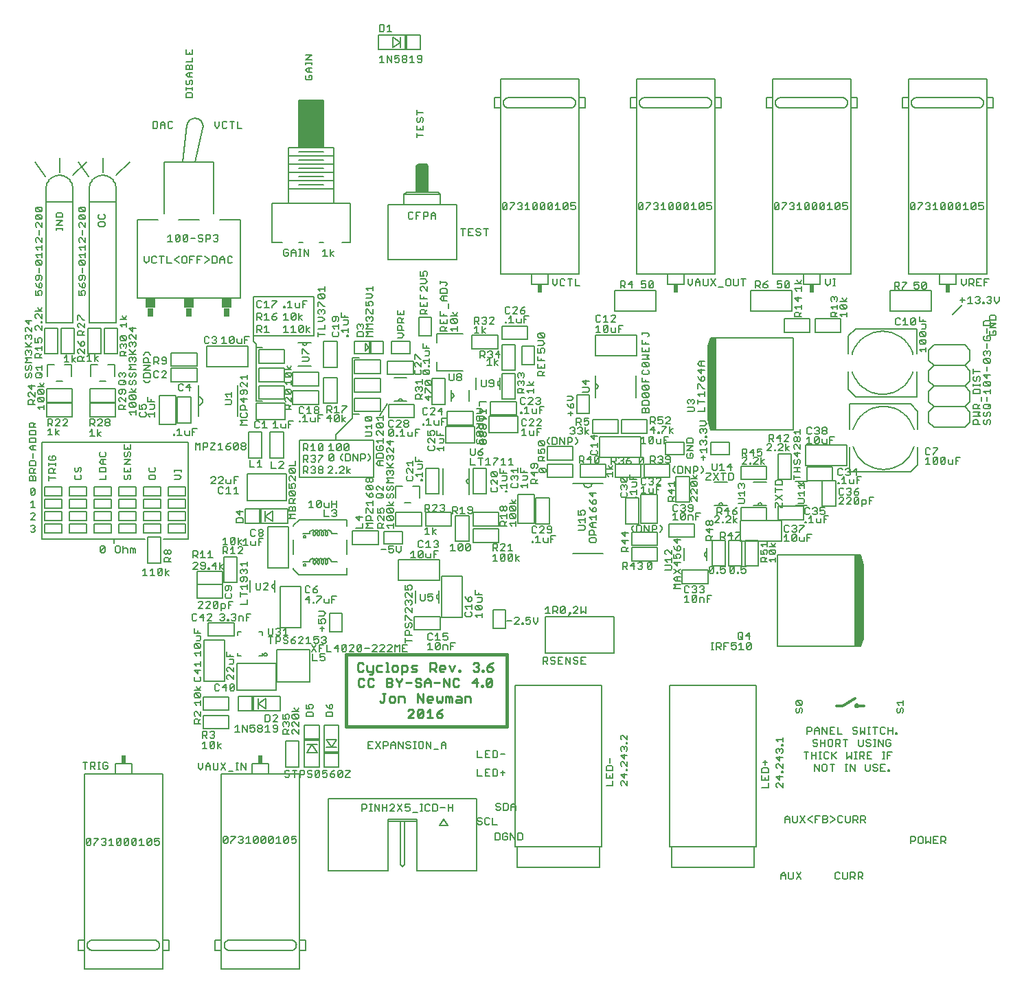
<source format=gto>
G75*
%MOIN*%
%OFA0B0*%
%FSLAX24Y24*%
%IPPOS*%
%LPD*%
%AMOC8*
5,1,8,0,0,1.08239X$1,22.5*
%
%ADD10C,0.0070*%
%ADD11C,0.0120*%
%ADD12C,0.0090*%
%ADD13C,0.0160*%
%ADD14C,0.0050*%
%ADD15C,0.0060*%
%ADD16C,0.0080*%
%ADD17R,0.0200X0.0400*%
%ADD18R,0.1200X0.2300*%
%ADD19R,0.0500X0.0500*%
%ADD20R,0.0300X0.0400*%
%ADD21R,0.0125X0.0750*%
%ADD22R,0.0125X0.0600*%
%ADD23R,0.0750X0.0125*%
D10*
X010895Y006185D02*
X011115Y006405D01*
X011115Y006185D01*
X011060Y006130D01*
X010950Y006130D01*
X010895Y006185D01*
X010895Y006405D01*
X010950Y006460D01*
X011060Y006460D01*
X011115Y006405D01*
X011263Y006460D02*
X011484Y006460D01*
X011484Y006405D01*
X011263Y006185D01*
X011263Y006130D01*
X011632Y006185D02*
X011687Y006130D01*
X011797Y006130D01*
X011852Y006185D01*
X011852Y006240D01*
X011797Y006295D01*
X011742Y006295D01*
X011797Y006295D02*
X011852Y006350D01*
X011852Y006405D01*
X011797Y006460D01*
X011687Y006460D01*
X011632Y006405D01*
X012000Y006350D02*
X012110Y006460D01*
X012110Y006130D01*
X012000Y006130D02*
X012220Y006130D01*
X012368Y006185D02*
X012423Y006130D01*
X012534Y006130D01*
X012589Y006185D01*
X012589Y006405D01*
X012368Y006185D01*
X012368Y006405D01*
X012423Y006460D01*
X012534Y006460D01*
X012589Y006405D01*
X012737Y006405D02*
X012792Y006460D01*
X012902Y006460D01*
X012957Y006405D01*
X012737Y006185D01*
X012792Y006130D01*
X012902Y006130D01*
X012957Y006185D01*
X012957Y006405D01*
X013105Y006405D02*
X013160Y006460D01*
X013270Y006460D01*
X013325Y006405D01*
X013105Y006185D01*
X013160Y006130D01*
X013270Y006130D01*
X013325Y006185D01*
X013325Y006405D01*
X013473Y006350D02*
X013583Y006460D01*
X013583Y006130D01*
X013473Y006130D02*
X013694Y006130D01*
X013842Y006185D02*
X014062Y006405D01*
X014062Y006185D01*
X014007Y006130D01*
X013897Y006130D01*
X013842Y006185D01*
X013842Y006405D01*
X013897Y006460D01*
X014007Y006460D01*
X014062Y006405D01*
X014210Y006460D02*
X014210Y006295D01*
X014320Y006350D01*
X014375Y006350D01*
X014430Y006295D01*
X014430Y006185D01*
X014375Y006130D01*
X014265Y006130D01*
X014210Y006185D01*
X014210Y006460D02*
X014430Y006460D01*
X013105Y006405D02*
X013105Y006185D01*
X012737Y006185D02*
X012737Y006405D01*
X011876Y009830D02*
X011931Y009885D01*
X011931Y009995D01*
X011821Y009995D01*
X011931Y010105D02*
X011876Y010160D01*
X011766Y010160D01*
X011710Y010105D01*
X011710Y009885D01*
X011766Y009830D01*
X011876Y009830D01*
X011575Y009830D02*
X011465Y009830D01*
X011520Y009830D02*
X011520Y010160D01*
X011465Y010160D02*
X011575Y010160D01*
X011317Y010105D02*
X011317Y009995D01*
X011262Y009940D01*
X011097Y009940D01*
X011207Y009940D02*
X011317Y009830D01*
X011097Y009830D02*
X011097Y010160D01*
X011262Y010160D01*
X011317Y010105D01*
X010948Y010160D02*
X010728Y010160D01*
X010838Y010160D02*
X010838Y009830D01*
X016328Y009890D02*
X016438Y009780D01*
X016548Y009890D01*
X016548Y010110D01*
X016697Y010000D02*
X016697Y009780D01*
X016697Y009945D02*
X016917Y009945D01*
X016917Y010000D02*
X016917Y009780D01*
X017065Y009835D02*
X017120Y009780D01*
X017230Y009780D01*
X017285Y009835D01*
X017285Y010110D01*
X017433Y010110D02*
X017653Y009780D01*
X017802Y009725D02*
X018022Y009725D01*
X018170Y009780D02*
X018280Y009780D01*
X018225Y009780D02*
X018225Y010110D01*
X018170Y010110D02*
X018280Y010110D01*
X018415Y010110D02*
X018636Y009780D01*
X018636Y010110D01*
X018415Y010110D02*
X018415Y009780D01*
X017653Y010110D02*
X017433Y009780D01*
X017065Y009835D02*
X017065Y010110D01*
X016917Y010000D02*
X016807Y010110D01*
X016697Y010000D01*
X016328Y010110D02*
X016328Y009890D01*
X016528Y010830D02*
X016748Y010830D01*
X016638Y010830D02*
X016638Y011160D01*
X016528Y011050D01*
X016528Y011330D02*
X016528Y011660D01*
X016693Y011660D01*
X016748Y011605D01*
X016748Y011495D01*
X016693Y011440D01*
X016528Y011440D01*
X016638Y011440D02*
X016748Y011330D01*
X016897Y011385D02*
X016952Y011330D01*
X017062Y011330D01*
X017117Y011385D01*
X017117Y011440D01*
X017062Y011495D01*
X017007Y011495D01*
X017062Y011495D02*
X017117Y011550D01*
X017117Y011605D01*
X017062Y011660D01*
X016952Y011660D01*
X016897Y011605D01*
X016952Y011160D02*
X017062Y011160D01*
X017117Y011105D01*
X016897Y010885D01*
X016952Y010830D01*
X017062Y010830D01*
X017117Y010885D01*
X017117Y011105D01*
X017265Y011160D02*
X017265Y010830D01*
X017265Y010940D02*
X017430Y010830D01*
X017265Y010940D02*
X017430Y011050D01*
X016952Y011160D02*
X016897Y011105D01*
X016897Y010885D01*
X018118Y011630D02*
X018339Y011630D01*
X018229Y011630D02*
X018229Y011960D01*
X018118Y011850D01*
X018487Y011960D02*
X018707Y011630D01*
X018707Y011960D01*
X018855Y011960D02*
X018855Y011795D01*
X018965Y011850D01*
X019020Y011850D01*
X019075Y011795D01*
X019075Y011685D01*
X019020Y011630D01*
X018910Y011630D01*
X018855Y011685D01*
X018855Y011960D02*
X019075Y011960D01*
X019223Y011905D02*
X019223Y011850D01*
X019278Y011795D01*
X019389Y011795D01*
X019444Y011740D01*
X019444Y011685D01*
X019389Y011630D01*
X019278Y011630D01*
X019223Y011685D01*
X019223Y011740D01*
X019278Y011795D01*
X019389Y011795D02*
X019444Y011850D01*
X019444Y011905D01*
X019389Y011960D01*
X019278Y011960D01*
X019223Y011905D01*
X019592Y011850D02*
X019702Y011960D01*
X019702Y011630D01*
X019592Y011630D02*
X019812Y011630D01*
X019960Y011685D02*
X020015Y011630D01*
X020125Y011630D01*
X020180Y011685D01*
X020180Y011905D01*
X020125Y011960D01*
X020015Y011960D01*
X019960Y011905D01*
X019960Y011850D01*
X020015Y011795D01*
X020180Y011795D01*
X020428Y011695D02*
X020483Y011750D01*
X020593Y011750D01*
X020648Y011695D01*
X020648Y011530D01*
X020648Y011640D02*
X020758Y011750D01*
X020878Y011695D02*
X020878Y011585D01*
X020933Y011530D01*
X020878Y011695D02*
X020933Y011750D01*
X020988Y011750D01*
X021208Y011530D01*
X021208Y011750D01*
X021208Y011898D02*
X020988Y012119D01*
X020933Y012119D01*
X020878Y012063D01*
X020878Y011953D01*
X020933Y011898D01*
X020758Y011953D02*
X020703Y011898D01*
X020758Y011953D02*
X020758Y012063D01*
X020703Y012119D01*
X020648Y012119D01*
X020593Y012063D01*
X020593Y012008D01*
X020593Y012063D02*
X020538Y012119D01*
X020483Y012119D01*
X020428Y012063D01*
X020428Y011953D01*
X020483Y011898D01*
X020428Y011695D02*
X020428Y011530D01*
X020758Y011530D01*
X021208Y011898D02*
X021208Y012119D01*
X021153Y012267D02*
X020933Y012487D01*
X021153Y012487D01*
X021208Y012432D01*
X021208Y012322D01*
X021153Y012267D01*
X020933Y012267D01*
X020878Y012322D01*
X020878Y012432D01*
X020933Y012487D01*
X020878Y012635D02*
X021208Y012635D01*
X021098Y012635D02*
X020988Y012800D01*
X021098Y012635D02*
X021208Y012800D01*
X021578Y012748D02*
X021743Y012748D01*
X021688Y012858D01*
X021688Y012913D01*
X021743Y012969D01*
X021853Y012969D01*
X021908Y012913D01*
X021908Y012803D01*
X021853Y012748D01*
X021853Y012600D02*
X021633Y012600D01*
X021578Y012545D01*
X021578Y012380D01*
X021908Y012380D01*
X021908Y012545D01*
X021853Y012600D01*
X021578Y012748D02*
X021578Y012969D01*
X020758Y012432D02*
X020758Y012322D01*
X020703Y012267D01*
X020593Y012267D02*
X020538Y012377D01*
X020538Y012432D01*
X020593Y012487D01*
X020703Y012487D01*
X020758Y012432D01*
X020593Y012267D02*
X020428Y012267D01*
X020428Y012487D01*
X020180Y012405D02*
X020125Y012460D01*
X020015Y012460D01*
X019960Y012405D01*
X019812Y012405D02*
X019757Y012460D01*
X019592Y012460D01*
X019592Y012130D01*
X019757Y012130D01*
X019812Y012185D01*
X019812Y012405D01*
X019960Y012130D02*
X020180Y012350D01*
X020180Y012405D01*
X020180Y012130D02*
X019960Y012130D01*
X018487Y011960D02*
X018487Y011630D01*
X018030Y013624D02*
X017920Y013624D01*
X017865Y013679D01*
X018085Y013899D01*
X018085Y013679D01*
X018030Y013624D01*
X017865Y013679D02*
X017865Y013899D01*
X017920Y013954D01*
X018030Y013954D01*
X018085Y013899D01*
X018052Y014180D02*
X017832Y014400D01*
X017777Y014400D01*
X017722Y014345D01*
X017722Y014235D01*
X017777Y014180D01*
X017662Y013954D02*
X017662Y013624D01*
X017717Y013789D02*
X017497Y013789D01*
X017662Y013954D01*
X017348Y013899D02*
X017293Y013954D01*
X017183Y013954D01*
X017128Y013899D01*
X017128Y013679D01*
X017183Y013624D01*
X017293Y013624D01*
X017348Y013679D01*
X018052Y014180D02*
X018052Y014400D01*
X018052Y014548D02*
X017832Y014769D01*
X017777Y014769D01*
X017722Y014713D01*
X017722Y014603D01*
X017777Y014548D01*
X018052Y014548D02*
X018052Y014769D01*
X017997Y014917D02*
X018052Y014972D01*
X018052Y015137D01*
X017832Y015137D01*
X017887Y015285D02*
X017887Y015395D01*
X018052Y015285D02*
X017722Y015285D01*
X017722Y015505D01*
X017832Y014917D02*
X017997Y014917D01*
X016458Y014927D02*
X016128Y014927D01*
X016238Y014817D01*
X016293Y014669D02*
X016293Y014448D01*
X016128Y014613D01*
X016458Y014613D01*
X016458Y014817D02*
X016458Y015037D01*
X016458Y015330D02*
X016458Y015550D01*
X016458Y015440D02*
X016128Y015440D01*
X016238Y015330D01*
X016183Y015698D02*
X016128Y015753D01*
X016128Y015863D01*
X016183Y015919D01*
X016403Y015698D01*
X016458Y015753D01*
X016458Y015863D01*
X016403Y015919D01*
X016183Y015919D01*
X016238Y016067D02*
X016403Y016067D01*
X016458Y016122D01*
X016458Y016287D01*
X016238Y016287D01*
X016293Y016435D02*
X016293Y016545D01*
X016128Y016435D02*
X016128Y016655D01*
X016128Y016435D02*
X016458Y016435D01*
X016562Y017030D02*
X016562Y017360D01*
X016397Y017195D01*
X016617Y017195D01*
X016765Y017305D02*
X016820Y017360D01*
X016930Y017360D01*
X016985Y017305D01*
X016985Y017250D01*
X016765Y017030D01*
X016985Y017030D01*
X017378Y017085D02*
X017433Y017030D01*
X017543Y017030D01*
X017598Y017085D01*
X017598Y017140D01*
X017543Y017195D01*
X017488Y017195D01*
X017543Y017195D02*
X017598Y017250D01*
X017598Y017305D01*
X017543Y017360D01*
X017433Y017360D01*
X017378Y017305D01*
X017433Y017520D02*
X017433Y017850D01*
X017598Y017850D01*
X017653Y017795D01*
X017653Y017685D01*
X017598Y017630D01*
X017433Y017630D01*
X017285Y017685D02*
X017230Y017630D01*
X017120Y017630D01*
X017065Y017685D01*
X017285Y017905D01*
X017285Y017685D01*
X017065Y017685D02*
X017065Y017905D01*
X017120Y017960D01*
X017230Y017960D01*
X017285Y017905D01*
X016917Y017905D02*
X016862Y017960D01*
X016752Y017960D01*
X016697Y017905D01*
X016548Y017905D02*
X016493Y017960D01*
X016383Y017960D01*
X016328Y017905D01*
X016548Y017905D02*
X016548Y017850D01*
X016328Y017630D01*
X016548Y017630D01*
X016697Y017630D02*
X016917Y017850D01*
X016917Y017905D01*
X016917Y017630D02*
X016697Y017630D01*
X016248Y017305D02*
X016193Y017360D01*
X016083Y017360D01*
X016028Y017305D01*
X016028Y017085D01*
X016083Y017030D01*
X016193Y017030D01*
X016248Y017085D01*
X017747Y017085D02*
X017747Y017030D01*
X017802Y017030D01*
X017802Y017085D01*
X017747Y017085D01*
X017931Y017085D02*
X017986Y017030D01*
X018096Y017030D01*
X018151Y017085D01*
X018151Y017140D01*
X018096Y017195D01*
X018041Y017195D01*
X018096Y017195D02*
X018151Y017250D01*
X018151Y017305D01*
X018096Y017360D01*
X017986Y017360D01*
X017931Y017305D01*
X017802Y017630D02*
X017802Y017960D01*
X018022Y017960D01*
X017912Y017795D02*
X017802Y017795D01*
X017903Y018130D02*
X017683Y018130D01*
X017628Y018185D01*
X017628Y018295D01*
X017683Y018350D01*
X017683Y018498D02*
X017738Y018498D01*
X017793Y018553D01*
X017793Y018719D01*
X017903Y018719D02*
X017683Y018719D01*
X017628Y018663D01*
X017628Y018553D01*
X017683Y018498D01*
X017903Y018498D02*
X017958Y018553D01*
X017958Y018663D01*
X017903Y018719D01*
X017903Y018350D02*
X017958Y018295D01*
X017958Y018185D01*
X017903Y018130D01*
X018378Y018198D02*
X018378Y018419D01*
X018378Y018308D02*
X018708Y018308D01*
X018708Y018050D02*
X018708Y017830D01*
X018378Y017830D01*
X018667Y017360D02*
X018888Y017360D01*
X018778Y017195D02*
X018667Y017195D01*
X018519Y017195D02*
X018519Y017030D01*
X018667Y017030D02*
X018667Y017360D01*
X018519Y017195D02*
X018464Y017250D01*
X018299Y017250D01*
X018299Y017030D01*
X019731Y016661D02*
X019731Y016386D01*
X019787Y016331D01*
X019897Y016331D01*
X019952Y016386D01*
X019952Y016661D01*
X020100Y016606D02*
X020155Y016661D01*
X020265Y016661D01*
X020320Y016606D01*
X020320Y016551D01*
X020265Y016496D01*
X020320Y016441D01*
X020320Y016386D01*
X020265Y016331D01*
X020155Y016331D01*
X020100Y016386D01*
X020100Y016248D02*
X020265Y016248D01*
X020320Y016193D01*
X020320Y016083D01*
X020265Y016028D01*
X020100Y016028D01*
X020100Y015918D02*
X020100Y016248D01*
X019952Y016248D02*
X019731Y016248D01*
X019842Y016248D02*
X019842Y015918D01*
X020468Y015973D02*
X020523Y015918D01*
X020633Y015918D01*
X020688Y015973D01*
X020688Y016028D01*
X020633Y016083D01*
X020523Y016083D01*
X020468Y016138D01*
X020468Y016193D01*
X020523Y016248D01*
X020633Y016248D01*
X020688Y016193D01*
X020688Y016331D02*
X020468Y016331D01*
X020578Y016331D02*
X020578Y016661D01*
X020468Y016551D01*
X020265Y016496D02*
X020210Y016496D01*
X020836Y016083D02*
X021002Y016083D01*
X021057Y016028D01*
X021057Y015973D01*
X021002Y015918D01*
X020891Y015918D01*
X020836Y015973D01*
X020836Y016083D01*
X020946Y016193D01*
X021057Y016248D01*
X021205Y016193D02*
X021260Y016248D01*
X021370Y016248D01*
X021425Y016193D01*
X021425Y016138D01*
X021205Y015918D01*
X021425Y015918D01*
X021573Y015918D02*
X021793Y015918D01*
X021828Y015860D02*
X022048Y015530D01*
X022197Y015530D02*
X022197Y015860D01*
X022417Y015860D01*
X022365Y015918D02*
X022310Y015973D01*
X022365Y015918D02*
X022475Y015918D01*
X022530Y015973D01*
X022530Y016028D01*
X022475Y016083D01*
X022420Y016083D01*
X022475Y016083D02*
X022530Y016138D01*
X022530Y016193D01*
X022475Y016248D01*
X022365Y016248D01*
X022310Y016193D01*
X022162Y016248D02*
X021941Y016248D01*
X021941Y016083D01*
X022051Y016138D01*
X022106Y016138D01*
X022162Y016083D01*
X022162Y015973D01*
X022106Y015918D01*
X021996Y015918D01*
X021941Y015973D01*
X022048Y015860D02*
X021828Y015530D01*
X021878Y015410D02*
X021878Y015080D01*
X022098Y015080D01*
X022247Y015135D02*
X022302Y015080D01*
X022412Y015080D01*
X022467Y015135D01*
X022467Y015245D01*
X022412Y015300D01*
X022357Y015300D01*
X022247Y015245D01*
X022247Y015410D01*
X022467Y015410D01*
X022565Y015530D02*
X022785Y015530D01*
X022565Y015530D02*
X022565Y015860D01*
X022307Y015695D02*
X022197Y015695D01*
X021683Y015918D02*
X021683Y016248D01*
X021573Y016138D01*
X022233Y016640D02*
X022453Y016640D01*
X022343Y016530D02*
X022343Y016750D01*
X022343Y016898D02*
X022288Y017008D01*
X022288Y017063D01*
X022343Y017119D01*
X022453Y017119D01*
X022508Y017063D01*
X022508Y016953D01*
X022453Y016898D01*
X022343Y016898D02*
X022178Y016898D01*
X022178Y017119D01*
X022178Y017267D02*
X022398Y017267D01*
X022508Y017377D01*
X022398Y017487D01*
X022178Y017487D01*
X022081Y017880D02*
X022081Y017935D01*
X022301Y018155D01*
X022301Y018210D01*
X022081Y018210D01*
X022062Y018380D02*
X022117Y018435D01*
X022117Y018490D01*
X022062Y018545D01*
X021897Y018545D01*
X021897Y018435D01*
X021952Y018380D01*
X022062Y018380D01*
X021897Y018545D02*
X022007Y018655D01*
X022117Y018710D01*
X021748Y018655D02*
X021693Y018710D01*
X021583Y018710D01*
X021528Y018655D01*
X021528Y018435D01*
X021583Y018380D01*
X021693Y018380D01*
X021748Y018435D01*
X021693Y018210D02*
X021528Y018045D01*
X021748Y018045D01*
X021693Y017880D02*
X021693Y018210D01*
X021897Y017935D02*
X021952Y017935D01*
X021952Y017880D01*
X021897Y017880D01*
X021897Y017935D01*
X022449Y017935D02*
X022449Y018100D01*
X022449Y017935D02*
X022504Y017880D01*
X022669Y017880D01*
X022669Y018100D01*
X022817Y018045D02*
X022928Y018045D01*
X022817Y018210D02*
X023038Y018210D01*
X022817Y018210D02*
X022817Y017880D01*
X023098Y015860D02*
X022933Y015695D01*
X023153Y015695D01*
X023098Y015530D02*
X023098Y015860D01*
X023302Y015805D02*
X023357Y015860D01*
X023467Y015860D01*
X023522Y015805D01*
X023302Y015585D01*
X023357Y015530D01*
X023467Y015530D01*
X023522Y015585D01*
X023522Y015805D01*
X023670Y015805D02*
X023725Y015860D01*
X023835Y015860D01*
X023890Y015805D01*
X023890Y015750D01*
X023670Y015530D01*
X023890Y015530D01*
X024038Y015585D02*
X024258Y015805D01*
X024258Y015585D01*
X024203Y015530D01*
X024093Y015530D01*
X024038Y015585D01*
X024038Y015805D01*
X024093Y015860D01*
X024203Y015860D01*
X024258Y015805D01*
X024407Y015695D02*
X024627Y015695D01*
X024775Y015805D02*
X024830Y015860D01*
X024940Y015860D01*
X024995Y015805D01*
X024995Y015750D01*
X024775Y015530D01*
X024995Y015530D01*
X025143Y015530D02*
X025363Y015750D01*
X025363Y015805D01*
X025308Y015860D01*
X025198Y015860D01*
X025143Y015805D01*
X025143Y015530D02*
X025363Y015530D01*
X025511Y015530D02*
X025732Y015750D01*
X025732Y015805D01*
X025677Y015860D01*
X025566Y015860D01*
X025511Y015805D01*
X025511Y015530D02*
X025732Y015530D01*
X025880Y015530D02*
X025880Y015860D01*
X025990Y015750D01*
X026100Y015860D01*
X026100Y015530D01*
X026248Y015530D02*
X026468Y015530D01*
X026358Y015695D02*
X026248Y015695D01*
X026248Y015860D02*
X026248Y015530D01*
X026248Y015860D02*
X026468Y015860D01*
X026368Y015955D02*
X026368Y016175D01*
X026368Y016065D02*
X026698Y016065D01*
X026698Y016323D02*
X026368Y016323D01*
X026368Y016488D01*
X026423Y016543D01*
X026533Y016543D01*
X026588Y016488D01*
X026588Y016323D01*
X026643Y016691D02*
X026698Y016746D01*
X026698Y016857D01*
X026643Y016912D01*
X026588Y016912D01*
X026533Y016857D01*
X026533Y016746D01*
X026478Y016691D01*
X026423Y016691D01*
X026368Y016746D01*
X026368Y016857D01*
X026423Y016912D01*
X026368Y017060D02*
X026368Y017280D01*
X026423Y017280D01*
X026643Y017060D01*
X026698Y017060D01*
X026698Y017428D02*
X026478Y017648D01*
X026423Y017648D01*
X026368Y017593D01*
X026368Y017483D01*
X026423Y017428D01*
X026698Y017428D02*
X026698Y017648D01*
X026643Y017796D02*
X026698Y017851D01*
X026698Y017961D01*
X026643Y018017D01*
X026588Y018017D01*
X026533Y017961D01*
X026533Y017906D01*
X026533Y017961D02*
X026478Y018017D01*
X026423Y018017D01*
X026368Y017961D01*
X026368Y017851D01*
X026423Y017796D01*
X026423Y018165D02*
X026368Y018220D01*
X026368Y018330D01*
X026423Y018385D01*
X026478Y018385D01*
X026698Y018165D01*
X026698Y018385D01*
X026643Y018533D02*
X026698Y018588D01*
X026698Y018698D01*
X026643Y018753D01*
X026533Y018753D01*
X026478Y018698D01*
X026478Y018643D01*
X026533Y018533D01*
X026368Y018533D01*
X026368Y018753D01*
X027113Y018320D02*
X027113Y018045D01*
X027168Y017990D01*
X027278Y017990D01*
X027333Y018045D01*
X027333Y018320D01*
X027481Y018320D02*
X027481Y018155D01*
X027591Y018210D01*
X027646Y018210D01*
X027701Y018155D01*
X027701Y018045D01*
X027646Y017990D01*
X027536Y017990D01*
X027481Y018045D01*
X027481Y018320D02*
X027701Y018320D01*
X029278Y018187D02*
X029333Y018077D01*
X029443Y017967D01*
X029443Y018132D01*
X029498Y018187D01*
X029553Y018187D01*
X029608Y018132D01*
X029608Y018022D01*
X029553Y017967D01*
X029443Y017967D01*
X029608Y017819D02*
X029608Y017598D01*
X029608Y017708D02*
X029278Y017708D01*
X029388Y017598D01*
X029333Y017450D02*
X029278Y017395D01*
X029278Y017285D01*
X029333Y017230D01*
X029553Y017230D01*
X029608Y017285D01*
X029608Y017395D01*
X029553Y017450D01*
X029778Y017603D02*
X029778Y017713D01*
X029833Y017769D01*
X030053Y017548D01*
X030108Y017603D01*
X030108Y017713D01*
X030053Y017769D01*
X029833Y017769D01*
X029888Y017917D02*
X030053Y017917D01*
X030108Y017972D01*
X030108Y018137D01*
X029888Y018137D01*
X029943Y018285D02*
X029943Y018395D01*
X030108Y018285D02*
X029778Y018285D01*
X029778Y018505D01*
X029778Y017603D02*
X029833Y017548D01*
X030053Y017548D01*
X030108Y017400D02*
X030108Y017180D01*
X030108Y017290D02*
X029778Y017290D01*
X029888Y017180D01*
X031313Y017030D02*
X031533Y017030D01*
X031682Y017140D02*
X031737Y017195D01*
X031847Y017195D01*
X031902Y017140D01*
X031902Y017085D01*
X031682Y016865D01*
X031902Y016865D01*
X032050Y016865D02*
X032105Y016865D01*
X032105Y016920D01*
X032050Y016920D01*
X032050Y016865D01*
X032234Y016920D02*
X032289Y016865D01*
X032399Y016865D01*
X032454Y016920D01*
X032454Y017030D01*
X032399Y017085D01*
X032344Y017085D01*
X032234Y017030D01*
X032234Y017195D01*
X032454Y017195D01*
X032602Y017195D02*
X032602Y016975D01*
X032713Y016865D01*
X032823Y016975D01*
X032823Y017195D01*
X033188Y017380D02*
X033409Y017380D01*
X033299Y017380D02*
X033299Y017710D01*
X033188Y017600D01*
X033557Y017490D02*
X033722Y017490D01*
X033777Y017545D01*
X033777Y017655D01*
X033722Y017710D01*
X033557Y017710D01*
X033557Y017380D01*
X033667Y017490D02*
X033777Y017380D01*
X033925Y017435D02*
X034145Y017655D01*
X034145Y017435D01*
X034090Y017380D01*
X033980Y017380D01*
X033925Y017435D01*
X033925Y017655D01*
X033980Y017710D01*
X034090Y017710D01*
X034145Y017655D01*
X034348Y017435D02*
X034348Y017380D01*
X034403Y017380D01*
X034403Y017435D01*
X034348Y017435D01*
X034403Y017380D02*
X034293Y017270D01*
X034539Y017380D02*
X034759Y017600D01*
X034759Y017655D01*
X034704Y017710D01*
X034594Y017710D01*
X034539Y017655D01*
X034539Y017380D02*
X034759Y017380D01*
X034907Y017380D02*
X035017Y017490D01*
X035127Y017380D01*
X035127Y017710D01*
X034907Y017710D02*
X034907Y017380D01*
X034907Y015260D02*
X034907Y014930D01*
X035127Y014930D01*
X035017Y015095D02*
X034907Y015095D01*
X034759Y015040D02*
X034759Y014985D01*
X034704Y014930D01*
X034594Y014930D01*
X034539Y014985D01*
X034594Y015095D02*
X034704Y015095D01*
X034759Y015040D01*
X034759Y015205D02*
X034704Y015260D01*
X034594Y015260D01*
X034539Y015205D01*
X034539Y015150D01*
X034594Y015095D01*
X034391Y014930D02*
X034391Y015260D01*
X034171Y015260D02*
X034391Y014930D01*
X034171Y014930D02*
X034171Y015260D01*
X034022Y015260D02*
X033802Y015260D01*
X033802Y014930D01*
X034022Y014930D01*
X033912Y015095D02*
X033802Y015095D01*
X033654Y015040D02*
X033654Y014985D01*
X033599Y014930D01*
X033489Y014930D01*
X033434Y014985D01*
X033489Y015095D02*
X033599Y015095D01*
X033654Y015040D01*
X033654Y015205D02*
X033599Y015260D01*
X033489Y015260D01*
X033434Y015205D01*
X033434Y015150D01*
X033489Y015095D01*
X033286Y015095D02*
X033231Y015040D01*
X033066Y015040D01*
X033176Y015040D02*
X033286Y014930D01*
X033286Y015095D02*
X033286Y015205D01*
X033231Y015260D01*
X033066Y015260D01*
X033066Y014930D01*
X034907Y015260D02*
X035127Y015260D01*
X039400Y018575D02*
X039511Y018685D01*
X039400Y018795D01*
X039731Y018795D01*
X039731Y018944D02*
X039511Y018944D01*
X039400Y019054D01*
X039511Y019164D01*
X039731Y019164D01*
X039731Y019312D02*
X039400Y019532D01*
X039318Y019554D02*
X039318Y019664D01*
X039263Y019719D01*
X038987Y019719D01*
X039098Y019867D02*
X038987Y019977D01*
X039318Y019977D01*
X039400Y020049D02*
X039566Y020049D01*
X039511Y020159D01*
X039511Y020214D01*
X039566Y020269D01*
X039676Y020269D01*
X039731Y020214D01*
X039731Y020104D01*
X039676Y020049D01*
X039566Y019900D02*
X039566Y019680D01*
X039400Y019845D01*
X039731Y019845D01*
X039731Y019532D02*
X039400Y019312D01*
X039566Y019164D02*
X039566Y018944D01*
X039731Y018575D02*
X039400Y018575D01*
X039928Y018655D02*
X039928Y018435D01*
X039983Y018380D01*
X040093Y018380D01*
X040148Y018435D01*
X040297Y018435D02*
X040352Y018380D01*
X040462Y018380D01*
X040517Y018435D01*
X040517Y018490D01*
X040462Y018545D01*
X040407Y018545D01*
X040462Y018545D02*
X040517Y018600D01*
X040517Y018655D01*
X040462Y018710D01*
X040352Y018710D01*
X040297Y018655D01*
X040148Y018655D02*
X040093Y018710D01*
X039983Y018710D01*
X039928Y018655D01*
X040038Y018260D02*
X040038Y017930D01*
X039928Y017930D02*
X040148Y017930D01*
X040297Y017985D02*
X040517Y018205D01*
X040517Y017985D01*
X040462Y017930D01*
X040352Y017930D01*
X040297Y017985D01*
X040297Y018205D01*
X040352Y018260D01*
X040462Y018260D01*
X040517Y018205D01*
X040665Y018150D02*
X040830Y018150D01*
X040885Y018095D01*
X040885Y017930D01*
X041033Y017930D02*
X041033Y018260D01*
X041253Y018260D01*
X041143Y018095D02*
X041033Y018095D01*
X040830Y018380D02*
X040720Y018380D01*
X040665Y018435D01*
X040775Y018545D02*
X040830Y018545D01*
X040885Y018490D01*
X040885Y018435D01*
X040830Y018380D01*
X040830Y018545D02*
X040885Y018600D01*
X040885Y018655D01*
X040830Y018710D01*
X040720Y018710D01*
X040665Y018655D01*
X040665Y018150D02*
X040665Y017930D01*
X040038Y018260D02*
X039928Y018150D01*
X041128Y019385D02*
X041348Y019605D01*
X041348Y019385D01*
X041293Y019330D01*
X041183Y019330D01*
X041128Y019385D01*
X041128Y019605D01*
X041183Y019660D01*
X041293Y019660D01*
X041348Y019605D01*
X041497Y019385D02*
X041552Y019385D01*
X041552Y019330D01*
X041497Y019330D01*
X041497Y019385D01*
X041681Y019385D02*
X041736Y019330D01*
X041846Y019330D01*
X041901Y019385D01*
X041901Y019495D01*
X041846Y019550D01*
X041791Y019550D01*
X041681Y019495D01*
X041681Y019660D01*
X041901Y019660D01*
X042128Y019605D02*
X042183Y019660D01*
X042293Y019660D01*
X042348Y019605D01*
X042128Y019385D01*
X042183Y019330D01*
X042293Y019330D01*
X042348Y019385D01*
X042348Y019605D01*
X042128Y019605D02*
X042128Y019385D01*
X042497Y019385D02*
X042552Y019385D01*
X042552Y019330D01*
X042497Y019330D01*
X042497Y019385D01*
X042681Y019385D02*
X042736Y019330D01*
X042846Y019330D01*
X042901Y019385D01*
X042901Y019495D01*
X042846Y019550D01*
X042791Y019550D01*
X042681Y019495D01*
X042681Y019660D01*
X042901Y019660D01*
X043628Y019880D02*
X043628Y020045D01*
X043683Y020100D01*
X043793Y020100D01*
X043848Y020045D01*
X043848Y019880D01*
X043848Y019990D02*
X043958Y020100D01*
X044028Y019990D02*
X044358Y019990D01*
X044358Y019880D02*
X044358Y020100D01*
X044303Y020248D02*
X044083Y020469D01*
X044303Y020469D01*
X044358Y020413D01*
X044358Y020303D01*
X044303Y020248D01*
X044083Y020248D01*
X044028Y020303D01*
X044028Y020413D01*
X044083Y020469D01*
X043958Y020413D02*
X043958Y020303D01*
X043903Y020248D01*
X043793Y020248D02*
X043738Y020358D01*
X043738Y020413D01*
X043793Y020469D01*
X043903Y020469D01*
X043958Y020413D01*
X043958Y020617D02*
X043958Y020837D01*
X043958Y020727D02*
X043628Y020727D01*
X043738Y020617D01*
X043628Y020469D02*
X043628Y020248D01*
X043793Y020248D01*
X044028Y019990D02*
X044138Y019880D01*
X043958Y019880D02*
X043628Y019880D01*
X044028Y020617D02*
X044358Y020617D01*
X044248Y020617D02*
X044138Y020782D01*
X044248Y020617D02*
X044358Y020782D01*
X044778Y020880D02*
X044998Y020880D01*
X044888Y020880D02*
X044888Y021210D01*
X044778Y021100D01*
X044833Y021330D02*
X044943Y021330D01*
X044998Y021385D01*
X045147Y021385D02*
X045202Y021330D01*
X045312Y021330D01*
X045367Y021385D01*
X045367Y021440D01*
X045312Y021495D01*
X045257Y021495D01*
X045312Y021495D02*
X045367Y021550D01*
X045367Y021605D01*
X045312Y021660D01*
X045202Y021660D01*
X045147Y021605D01*
X044998Y021605D02*
X044943Y021660D01*
X044833Y021660D01*
X044778Y021605D01*
X044778Y021385D01*
X044833Y021330D01*
X045147Y021155D02*
X045202Y021210D01*
X045312Y021210D01*
X045367Y021155D01*
X045147Y020935D01*
X045202Y020880D01*
X045312Y020880D01*
X045367Y020935D01*
X045367Y021155D01*
X045515Y021100D02*
X045515Y020935D01*
X045570Y020880D01*
X045735Y020880D01*
X045735Y021100D01*
X045883Y021045D02*
X045993Y021045D01*
X045883Y020880D02*
X045883Y021210D01*
X046103Y021210D01*
X045735Y021605D02*
X045515Y021385D01*
X045515Y021330D01*
X045515Y021660D02*
X045735Y021660D01*
X045735Y021605D01*
X045778Y021780D02*
X045833Y021780D01*
X045833Y021835D01*
X045778Y021835D01*
X045778Y021780D01*
X045962Y021780D02*
X046183Y021780D01*
X046073Y021780D02*
X046073Y022110D01*
X045962Y022000D01*
X045943Y022180D02*
X045998Y022235D01*
X045943Y022180D02*
X045833Y022180D01*
X045778Y022235D01*
X045778Y022455D01*
X045833Y022510D01*
X045943Y022510D01*
X045998Y022455D01*
X046147Y022455D02*
X046202Y022510D01*
X046312Y022510D01*
X046367Y022455D01*
X046367Y022400D01*
X046312Y022345D01*
X046367Y022290D01*
X046367Y022235D01*
X046312Y022180D01*
X046202Y022180D01*
X046147Y022235D01*
X046257Y022345D02*
X046312Y022345D01*
X046515Y022345D02*
X046625Y022400D01*
X046680Y022400D01*
X046735Y022345D01*
X046735Y022235D01*
X046680Y022180D01*
X046570Y022180D01*
X046515Y022235D01*
X046515Y022345D02*
X046515Y022510D01*
X046735Y022510D01*
X046699Y022110D02*
X046919Y022110D01*
X046809Y021945D02*
X046699Y021945D01*
X046551Y022000D02*
X046551Y021780D01*
X046386Y021780D01*
X046331Y021835D01*
X046331Y022000D01*
X046699Y022110D02*
X046699Y021780D01*
X047428Y022680D02*
X047648Y022900D01*
X047648Y022955D01*
X047593Y023010D01*
X047483Y023010D01*
X047428Y022955D01*
X047483Y023130D02*
X047593Y023130D01*
X047648Y023185D01*
X047797Y023185D02*
X047852Y023130D01*
X047962Y023130D01*
X048017Y023185D01*
X048017Y023240D01*
X047962Y023295D01*
X047907Y023295D01*
X047962Y023295D02*
X048017Y023350D01*
X048017Y023405D01*
X047962Y023460D01*
X047852Y023460D01*
X047797Y023405D01*
X047648Y023405D02*
X047593Y023460D01*
X047483Y023460D01*
X047428Y023405D01*
X047428Y023185D01*
X047483Y023130D01*
X047797Y022955D02*
X047852Y023010D01*
X047962Y023010D01*
X048017Y022955D01*
X048017Y022900D01*
X047797Y022680D01*
X048017Y022680D01*
X048165Y022735D02*
X048385Y022955D01*
X048385Y022735D01*
X048330Y022680D01*
X048220Y022680D01*
X048165Y022735D01*
X048165Y022955D01*
X048220Y023010D01*
X048330Y023010D01*
X048385Y022955D01*
X048533Y022900D02*
X048698Y022900D01*
X048753Y022845D01*
X048753Y022735D01*
X048698Y022680D01*
X048533Y022680D01*
X048533Y022570D02*
X048533Y022900D01*
X048330Y023130D02*
X048385Y023185D01*
X048385Y023240D01*
X048330Y023295D01*
X048165Y023295D01*
X048165Y023185D01*
X048220Y023130D01*
X048330Y023130D01*
X048165Y023295D02*
X048275Y023405D01*
X048385Y023460D01*
X048299Y023680D02*
X048299Y024010D01*
X048519Y024010D01*
X048409Y023845D02*
X048299Y023845D01*
X048151Y023900D02*
X048151Y023680D01*
X047986Y023680D01*
X047931Y023735D01*
X047931Y023900D01*
X047912Y024080D02*
X047802Y024080D01*
X047747Y024135D01*
X047673Y024010D02*
X047673Y023680D01*
X047783Y023680D02*
X047562Y023680D01*
X047433Y023680D02*
X047378Y023680D01*
X047378Y023735D01*
X047433Y023735D01*
X047433Y023680D01*
X047562Y023900D02*
X047673Y024010D01*
X047598Y024135D02*
X047543Y024080D01*
X047433Y024080D01*
X047378Y024135D01*
X047378Y024355D01*
X047433Y024410D01*
X047543Y024410D01*
X047598Y024355D01*
X047747Y024355D02*
X047802Y024410D01*
X047912Y024410D01*
X047967Y024355D01*
X047967Y024300D01*
X047912Y024245D01*
X047967Y024190D01*
X047967Y024135D01*
X047912Y024080D01*
X047912Y024245D02*
X047857Y024245D01*
X048115Y024245D02*
X048335Y024245D01*
X048280Y024080D02*
X048280Y024410D01*
X048115Y024245D01*
X048902Y023010D02*
X049122Y023010D01*
X049012Y022845D02*
X048902Y022845D01*
X048902Y022680D02*
X048902Y023010D01*
X047648Y022680D02*
X047428Y022680D01*
X045758Y022785D02*
X045703Y022730D01*
X045428Y022730D01*
X045428Y022950D02*
X045703Y022950D01*
X045758Y022895D01*
X045758Y022785D01*
X045758Y023098D02*
X045758Y023319D01*
X045758Y023208D02*
X045428Y023208D01*
X045538Y023098D01*
X045538Y023467D02*
X045428Y023577D01*
X045758Y023577D01*
X045758Y023467D02*
X045758Y023687D01*
X045558Y023990D02*
X045228Y023990D01*
X045228Y023880D02*
X045228Y024100D01*
X045228Y024248D02*
X045558Y024248D01*
X045393Y024248D02*
X045393Y024469D01*
X045338Y024617D02*
X045393Y024672D01*
X045393Y024782D01*
X045448Y024837D01*
X045503Y024837D01*
X045558Y024782D01*
X045558Y024672D01*
X045503Y024617D01*
X045558Y024469D02*
X045228Y024469D01*
X045283Y024617D02*
X045338Y024617D01*
X045283Y024617D02*
X045228Y024672D01*
X045228Y024782D01*
X045283Y024837D01*
X045393Y024985D02*
X045228Y025150D01*
X045558Y025150D01*
X045393Y025205D02*
X045393Y024985D01*
X045283Y025353D02*
X045228Y025408D01*
X045228Y025518D01*
X045283Y025573D01*
X045338Y025573D01*
X045558Y025353D01*
X045558Y025573D01*
X045503Y025722D02*
X045448Y025722D01*
X045393Y025777D01*
X045393Y025887D01*
X045448Y025942D01*
X045503Y025942D01*
X045558Y025887D01*
X045558Y025777D01*
X045503Y025722D01*
X045393Y025777D02*
X045338Y025722D01*
X045283Y025722D01*
X045228Y025777D01*
X045228Y025887D01*
X045283Y025942D01*
X045338Y025942D01*
X045393Y025887D01*
X045338Y026090D02*
X045228Y026200D01*
X045558Y026200D01*
X045558Y026090D02*
X045558Y026310D01*
X045878Y026355D02*
X045878Y026135D01*
X045933Y026080D01*
X046043Y026080D01*
X046098Y026135D01*
X046247Y026135D02*
X046302Y026080D01*
X046412Y026080D01*
X046467Y026135D01*
X046467Y026190D01*
X046412Y026245D01*
X046357Y026245D01*
X046412Y026245D02*
X046467Y026300D01*
X046467Y026355D01*
X046412Y026410D01*
X046302Y026410D01*
X046247Y026355D01*
X046098Y026355D02*
X046043Y026410D01*
X045933Y026410D01*
X045878Y026355D01*
X045988Y025960D02*
X045988Y025630D01*
X045878Y025630D02*
X046098Y025630D01*
X046247Y025685D02*
X046467Y025905D01*
X046467Y025685D01*
X046412Y025630D01*
X046302Y025630D01*
X046247Y025685D01*
X046247Y025905D01*
X046302Y025960D01*
X046412Y025960D01*
X046467Y025905D01*
X046615Y025850D02*
X046615Y025685D01*
X046670Y025630D01*
X046835Y025630D01*
X046835Y025850D01*
X046983Y025795D02*
X047093Y025795D01*
X046983Y025630D02*
X046983Y025960D01*
X047203Y025960D01*
X046835Y026135D02*
X046780Y026080D01*
X046670Y026080D01*
X046615Y026135D01*
X046615Y026190D01*
X046670Y026245D01*
X046780Y026245D01*
X046835Y026190D01*
X046835Y026135D01*
X046780Y026245D02*
X046835Y026300D01*
X046835Y026355D01*
X046780Y026410D01*
X046670Y026410D01*
X046615Y026355D01*
X046615Y026300D01*
X046670Y026245D01*
X045988Y025960D02*
X045878Y025850D01*
X044985Y025950D02*
X044985Y026005D01*
X044930Y026060D01*
X044820Y026060D01*
X044765Y026005D01*
X044617Y025895D02*
X044397Y025895D01*
X044562Y026060D01*
X044562Y025730D01*
X044536Y025610D02*
X044481Y025555D01*
X044536Y025610D02*
X044646Y025610D01*
X044701Y025555D01*
X044701Y025500D01*
X044481Y025280D01*
X044701Y025280D01*
X044849Y025280D02*
X044849Y025610D01*
X044765Y025730D02*
X044985Y025950D01*
X044985Y025730D02*
X044765Y025730D01*
X045014Y025500D02*
X044849Y025390D01*
X045014Y025280D01*
X044352Y025280D02*
X044297Y025280D01*
X044297Y025335D01*
X044352Y025335D01*
X044352Y025280D01*
X044148Y025280D02*
X043928Y025280D01*
X044148Y025500D01*
X044148Y025555D01*
X044093Y025610D01*
X043983Y025610D01*
X043928Y025555D01*
X044028Y025730D02*
X044028Y026060D01*
X044193Y026060D01*
X044248Y026005D01*
X044248Y025895D01*
X044193Y025840D01*
X044028Y025840D01*
X044138Y025840D02*
X044248Y025730D01*
X043685Y025360D02*
X043465Y025360D01*
X043465Y025195D01*
X043575Y025250D01*
X043630Y025250D01*
X043685Y025195D01*
X043685Y025085D01*
X043630Y025030D01*
X043520Y025030D01*
X043465Y025085D01*
X043446Y024960D02*
X043336Y024960D01*
X043281Y024905D01*
X043262Y025030D02*
X043262Y025360D01*
X043097Y025195D01*
X043317Y025195D01*
X043446Y024960D02*
X043501Y024905D01*
X043501Y024850D01*
X043281Y024630D01*
X043501Y024630D01*
X043649Y024630D02*
X043649Y024960D01*
X043814Y024850D02*
X043649Y024740D01*
X043814Y024630D01*
X043152Y024630D02*
X043152Y024685D01*
X043097Y024685D01*
X043097Y024630D01*
X043152Y024630D01*
X042948Y024630D02*
X042728Y024630D01*
X042948Y024850D01*
X042948Y024905D01*
X042893Y024960D01*
X042783Y024960D01*
X042728Y024905D01*
X042728Y025030D02*
X042728Y025360D01*
X042893Y025360D01*
X042948Y025305D01*
X042948Y025195D01*
X042893Y025140D01*
X042728Y025140D01*
X042838Y025140D02*
X042948Y025030D01*
X042180Y024659D02*
X042015Y024494D01*
X042235Y024494D01*
X042180Y024329D02*
X042180Y024659D01*
X041757Y024659D02*
X041757Y024329D01*
X041647Y024329D02*
X041867Y024329D01*
X041825Y024190D02*
X041825Y023860D01*
X041567Y023860D02*
X041347Y024190D01*
X041333Y024329D02*
X041443Y024329D01*
X041498Y024384D01*
X041498Y024659D01*
X041647Y024549D02*
X041757Y024659D01*
X041715Y024190D02*
X041935Y024190D01*
X042083Y024190D02*
X042248Y024190D01*
X042303Y024135D01*
X042303Y023915D01*
X042248Y023860D01*
X042083Y023860D01*
X042083Y024190D01*
X041567Y024190D02*
X041347Y023860D01*
X041198Y023860D02*
X040978Y023860D01*
X040978Y023915D01*
X041198Y024135D01*
X041198Y024190D01*
X040978Y024190D01*
X040839Y024290D02*
X040839Y024400D01*
X040729Y024510D01*
X040581Y024455D02*
X040581Y024345D01*
X040526Y024290D01*
X040360Y024290D01*
X040360Y024180D02*
X040360Y024510D01*
X040526Y024510D01*
X040581Y024455D01*
X040839Y024290D02*
X040729Y024180D01*
X040558Y024100D02*
X040448Y023935D01*
X040338Y024100D01*
X040212Y024180D02*
X039992Y024510D01*
X039992Y024180D01*
X039844Y024235D02*
X039844Y024455D01*
X039789Y024510D01*
X039624Y024510D01*
X039624Y024180D01*
X039789Y024180D01*
X039844Y024235D01*
X039488Y024180D02*
X039378Y024290D01*
X039378Y024400D01*
X039488Y024510D01*
X039235Y024735D02*
X039235Y024955D01*
X039180Y025010D01*
X039070Y025010D01*
X039015Y024955D01*
X039015Y024900D01*
X039070Y024845D01*
X039235Y024845D01*
X039235Y024735D02*
X039180Y024680D01*
X039070Y024680D01*
X039015Y024735D01*
X038867Y024735D02*
X038812Y024680D01*
X038702Y024680D01*
X038647Y024735D01*
X038757Y024845D02*
X038812Y024845D01*
X038867Y024790D01*
X038867Y024735D01*
X038812Y024845D02*
X038867Y024900D01*
X038867Y024955D01*
X038812Y025010D01*
X038702Y025010D01*
X038647Y024955D01*
X038498Y024955D02*
X038498Y024845D01*
X038443Y024790D01*
X038278Y024790D01*
X038278Y024680D02*
X038278Y025010D01*
X038443Y025010D01*
X038498Y024955D01*
X038388Y024790D02*
X038498Y024680D01*
X037948Y024685D02*
X037893Y024630D01*
X037783Y024630D01*
X037728Y024685D01*
X037948Y024905D01*
X037948Y024685D01*
X037728Y024685D02*
X037728Y024905D01*
X037783Y024960D01*
X037893Y024960D01*
X037948Y024905D01*
X037335Y024960D02*
X037225Y024905D01*
X037115Y024795D01*
X037280Y024795D01*
X037335Y024740D01*
X037335Y024685D01*
X037280Y024630D01*
X037170Y024630D01*
X037115Y024685D01*
X037115Y024795D01*
X036967Y024740D02*
X036967Y024685D01*
X036912Y024630D01*
X036802Y024630D01*
X036747Y024685D01*
X036857Y024795D02*
X036912Y024795D01*
X036967Y024740D01*
X036912Y024795D02*
X036967Y024850D01*
X036967Y024905D01*
X036912Y024960D01*
X036802Y024960D01*
X036747Y024905D01*
X036598Y024905D02*
X036598Y024795D01*
X036543Y024740D01*
X036378Y024740D01*
X036378Y024630D02*
X036378Y024960D01*
X036543Y024960D01*
X036598Y024905D01*
X036488Y024740D02*
X036598Y024630D01*
X036458Y024563D02*
X036348Y024398D01*
X036238Y024563D01*
X036128Y024398D02*
X036458Y024398D01*
X036458Y024250D02*
X036458Y024030D01*
X036458Y024140D02*
X036128Y024140D01*
X036238Y024030D01*
X036828Y023932D02*
X036883Y023987D01*
X037103Y023767D01*
X037158Y023822D01*
X037158Y023932D01*
X037103Y023987D01*
X036883Y023987D01*
X036828Y023932D02*
X036828Y023822D01*
X036883Y023767D01*
X037103Y023767D01*
X037103Y023619D02*
X037158Y023563D01*
X037158Y023453D01*
X037103Y023398D01*
X037103Y023250D02*
X037158Y023195D01*
X037158Y023085D01*
X037103Y023030D01*
X036883Y023030D01*
X036828Y023085D01*
X036828Y023195D01*
X036883Y023250D01*
X036883Y023398D02*
X036828Y023453D01*
X036828Y023563D01*
X036883Y023619D01*
X036938Y023619D01*
X036993Y023563D01*
X037048Y023619D01*
X037103Y023619D01*
X036993Y023563D02*
X036993Y023508D01*
X037278Y023274D02*
X037388Y023164D01*
X037278Y023274D02*
X037608Y023274D01*
X037608Y023164D02*
X037608Y023384D01*
X037553Y023532D02*
X037608Y023588D01*
X037608Y023753D01*
X037388Y023753D01*
X037443Y023901D02*
X037443Y024011D01*
X037278Y023901D02*
X037278Y024121D01*
X037278Y023901D02*
X037608Y023901D01*
X037828Y023905D02*
X037828Y023685D01*
X037883Y023630D01*
X037993Y023630D01*
X038048Y023685D01*
X038197Y023685D02*
X038252Y023630D01*
X038362Y023630D01*
X038417Y023685D01*
X038417Y023740D01*
X038362Y023795D01*
X038307Y023795D01*
X038362Y023795D02*
X038417Y023850D01*
X038417Y023905D01*
X038362Y023960D01*
X038252Y023960D01*
X038197Y023905D01*
X038048Y023905D02*
X037993Y023960D01*
X037883Y023960D01*
X037828Y023905D01*
X037938Y023560D02*
X037828Y023450D01*
X037938Y023560D02*
X037938Y023230D01*
X037828Y023230D02*
X038048Y023230D01*
X038197Y023285D02*
X038252Y023230D01*
X038417Y023230D01*
X038417Y023450D01*
X038565Y023395D02*
X038675Y023395D01*
X038565Y023230D02*
X038565Y023560D01*
X038785Y023560D01*
X038785Y023630D02*
X038565Y023630D01*
X038785Y023850D01*
X038785Y023905D01*
X038730Y023960D01*
X038620Y023960D01*
X038565Y023905D01*
X038197Y023450D02*
X038197Y023285D01*
X037608Y023035D02*
X037608Y022980D01*
X037553Y022980D01*
X037553Y023035D01*
X037608Y023035D01*
X037553Y023532D02*
X037388Y023532D01*
X039128Y023672D02*
X039458Y023672D01*
X039458Y023562D02*
X039458Y023782D01*
X039238Y023562D02*
X039128Y023672D01*
X039293Y023414D02*
X039293Y023193D01*
X039128Y023359D01*
X039458Y023359D01*
X039458Y023045D02*
X039348Y022935D01*
X039348Y022990D02*
X039348Y022825D01*
X039458Y022825D02*
X039128Y022825D01*
X039128Y022990D01*
X039183Y023045D01*
X039293Y023045D01*
X039348Y022990D01*
X039433Y022660D02*
X039378Y022605D01*
X039378Y022385D01*
X039433Y022330D01*
X039543Y022330D01*
X039598Y022385D01*
X039747Y022385D02*
X039802Y022330D01*
X039912Y022330D01*
X039967Y022385D01*
X039967Y022440D01*
X039912Y022495D01*
X039857Y022495D01*
X039912Y022495D02*
X039967Y022550D01*
X039967Y022605D01*
X039912Y022660D01*
X039802Y022660D01*
X039747Y022605D01*
X039598Y022605D02*
X039543Y022660D01*
X039433Y022660D01*
X039488Y022260D02*
X039488Y021930D01*
X039378Y021930D02*
X039598Y021930D01*
X039747Y021985D02*
X039967Y022205D01*
X039967Y021985D01*
X039912Y021930D01*
X039802Y021930D01*
X039747Y021985D01*
X039747Y022205D01*
X039802Y022260D01*
X039912Y022260D01*
X039967Y022205D01*
X040115Y022150D02*
X040280Y022150D01*
X040335Y022095D01*
X040335Y021930D01*
X040483Y021930D02*
X040483Y022260D01*
X040703Y022260D01*
X040593Y022095D02*
X040483Y022095D01*
X040280Y022330D02*
X040335Y022385D01*
X040335Y022605D01*
X040280Y022660D01*
X040170Y022660D01*
X040115Y022605D01*
X040115Y022550D01*
X040170Y022495D01*
X040335Y022495D01*
X040280Y022330D02*
X040170Y022330D01*
X040115Y022385D01*
X040115Y022150D02*
X040115Y021930D01*
X039488Y022260D02*
X039378Y022150D01*
X038839Y021550D02*
X038729Y021660D01*
X038839Y021550D02*
X038839Y021440D01*
X038729Y021330D01*
X038581Y021495D02*
X038526Y021440D01*
X038360Y021440D01*
X038360Y021330D02*
X038360Y021660D01*
X038526Y021660D01*
X038581Y021605D01*
X038581Y021495D01*
X038212Y021330D02*
X038212Y021660D01*
X037992Y021660D02*
X038212Y021330D01*
X037992Y021330D02*
X037992Y021660D01*
X037844Y021605D02*
X037789Y021660D01*
X037624Y021660D01*
X037624Y021330D01*
X037789Y021330D01*
X037844Y021385D01*
X037844Y021605D01*
X037488Y021660D02*
X037378Y021550D01*
X037378Y021440D01*
X037488Y021330D01*
X037208Y021282D02*
X036878Y021282D01*
X037043Y021117D01*
X037043Y021337D01*
X037043Y020969D02*
X037043Y020748D01*
X036878Y020913D01*
X037208Y020913D01*
X037208Y020600D02*
X037098Y020490D01*
X037098Y020545D02*
X037098Y020380D01*
X037208Y020380D02*
X036878Y020380D01*
X036878Y020545D01*
X036933Y020600D01*
X037043Y020600D01*
X037098Y020545D01*
X037093Y019860D02*
X037148Y019805D01*
X037148Y019695D01*
X037093Y019640D01*
X036928Y019640D01*
X036928Y019530D02*
X036928Y019860D01*
X037093Y019860D01*
X037038Y019640D02*
X037148Y019530D01*
X037297Y019695D02*
X037517Y019695D01*
X037462Y019530D02*
X037462Y019860D01*
X037297Y019695D01*
X037665Y019585D02*
X037720Y019530D01*
X037830Y019530D01*
X037885Y019585D01*
X037885Y019640D01*
X037830Y019695D01*
X037775Y019695D01*
X037830Y019695D02*
X037885Y019750D01*
X037885Y019805D01*
X037830Y019860D01*
X037720Y019860D01*
X037665Y019805D01*
X038131Y019805D02*
X038186Y019860D01*
X038296Y019860D01*
X038351Y019805D01*
X038131Y019585D01*
X038186Y019530D01*
X038296Y019530D01*
X038351Y019585D01*
X038351Y019805D01*
X038131Y019805D02*
X038131Y019585D01*
X038987Y019499D02*
X039263Y019499D01*
X039318Y019554D01*
X039318Y019867D02*
X039318Y020087D01*
X039400Y020049D02*
X039400Y020269D01*
X039318Y020236D02*
X039098Y020456D01*
X039043Y020456D01*
X038987Y020401D01*
X038987Y020291D01*
X039043Y020236D01*
X039318Y020236D02*
X039318Y020456D01*
X039456Y020527D02*
X039566Y020417D01*
X039566Y020582D01*
X039621Y020637D01*
X039676Y020637D01*
X039731Y020582D01*
X039731Y020472D01*
X039676Y020417D01*
X039566Y020417D01*
X039456Y020527D02*
X039400Y020637D01*
X039566Y020785D02*
X039566Y021005D01*
X039731Y020950D02*
X039400Y020950D01*
X039566Y020785D01*
X040978Y020930D02*
X040978Y021095D01*
X041033Y021150D01*
X041143Y021150D01*
X041198Y021095D01*
X041198Y020930D01*
X041198Y021040D02*
X041308Y021150D01*
X041308Y020930D02*
X040978Y020930D01*
X041143Y021298D02*
X041143Y021519D01*
X041088Y021667D02*
X041033Y021667D01*
X040978Y021722D01*
X040978Y021832D01*
X041033Y021887D01*
X041088Y021887D01*
X041143Y021832D01*
X041143Y021722D01*
X041088Y021667D01*
X041143Y021722D02*
X041198Y021667D01*
X041253Y021667D01*
X041308Y021722D01*
X041308Y021832D01*
X041253Y021887D01*
X041198Y021887D01*
X041143Y021832D01*
X041401Y021780D02*
X041621Y022000D01*
X041621Y022055D01*
X041566Y022110D01*
X041456Y022110D01*
X041401Y022055D01*
X041523Y022180D02*
X041523Y022510D01*
X041689Y022510D01*
X041744Y022455D01*
X041744Y022345D01*
X041689Y022290D01*
X041523Y022290D01*
X041633Y022290D02*
X041744Y022180D01*
X041892Y022345D02*
X042112Y022345D01*
X042260Y022345D02*
X042425Y022345D01*
X042480Y022290D01*
X042480Y022235D01*
X042425Y022180D01*
X042315Y022180D01*
X042260Y022235D01*
X042260Y022345D01*
X042370Y022455D01*
X042480Y022510D01*
X042529Y022730D02*
X042804Y022730D01*
X042859Y022785D01*
X042859Y022895D01*
X042804Y022950D01*
X042529Y022950D01*
X042639Y023098D02*
X042529Y023208D01*
X042859Y023208D01*
X042859Y023098D02*
X042859Y023319D01*
X042804Y023467D02*
X042859Y023522D01*
X042859Y023632D01*
X042804Y023687D01*
X042749Y023687D01*
X042694Y023632D01*
X042694Y023577D01*
X042694Y023632D02*
X042639Y023687D01*
X042584Y023687D01*
X042529Y023632D01*
X042529Y023522D01*
X042584Y023467D01*
X042057Y022510D02*
X041892Y022345D01*
X042057Y022180D02*
X042057Y022510D01*
X042008Y022110D02*
X041953Y022055D01*
X042008Y022110D02*
X042118Y022110D01*
X042173Y022055D01*
X042173Y022000D01*
X041953Y021780D01*
X042173Y021780D01*
X042321Y021780D02*
X042321Y022110D01*
X042487Y022000D02*
X042321Y021890D01*
X042487Y021780D01*
X042415Y021310D02*
X042635Y021310D01*
X042635Y021255D01*
X042415Y021035D01*
X042415Y020980D01*
X042212Y020980D02*
X042212Y021310D01*
X042047Y021145D01*
X042267Y021145D01*
X041898Y021145D02*
X041843Y021090D01*
X041678Y021090D01*
X041678Y020980D02*
X041678Y021310D01*
X041843Y021310D01*
X041898Y021255D01*
X041898Y021145D01*
X041788Y021090D02*
X041898Y020980D01*
X041308Y021463D02*
X040978Y021463D01*
X041143Y021298D01*
X041401Y021780D02*
X041621Y021780D01*
X041769Y021780D02*
X041824Y021780D01*
X041824Y021835D01*
X041769Y021835D01*
X041769Y021780D01*
X040558Y022830D02*
X040338Y023050D01*
X040283Y023050D01*
X040228Y022995D01*
X040228Y022885D01*
X040283Y022830D01*
X040558Y022830D02*
X040558Y023050D01*
X040558Y023198D02*
X040338Y023419D01*
X040283Y023419D01*
X040228Y023363D01*
X040228Y023253D01*
X040283Y023198D01*
X040558Y023198D02*
X040558Y023419D01*
X040503Y023567D02*
X040283Y023787D01*
X040503Y023787D01*
X040558Y023732D01*
X040558Y023622D01*
X040503Y023567D01*
X040283Y023567D01*
X040228Y023622D01*
X040228Y023732D01*
X040283Y023787D01*
X040228Y023935D02*
X040558Y023935D01*
X040212Y024180D02*
X040212Y024510D01*
X040303Y024925D02*
X040083Y024925D01*
X040028Y024980D01*
X040028Y025090D01*
X040083Y025145D01*
X040193Y025145D02*
X040193Y025035D01*
X040193Y025145D02*
X040303Y025145D01*
X040358Y025090D01*
X040358Y024980D01*
X040303Y024925D01*
X040358Y025293D02*
X040028Y025293D01*
X040358Y025514D01*
X040028Y025514D01*
X040028Y025662D02*
X040028Y025827D01*
X040083Y025882D01*
X040303Y025882D01*
X040358Y025827D01*
X040358Y025662D01*
X040028Y025662D01*
X040678Y025622D02*
X040678Y025732D01*
X040733Y025787D01*
X040788Y025787D01*
X040843Y025732D01*
X040898Y025787D01*
X040953Y025787D01*
X041008Y025732D01*
X041008Y025622D01*
X040953Y025567D01*
X040843Y025677D02*
X040843Y025732D01*
X040733Y025567D02*
X040678Y025622D01*
X040678Y025308D02*
X041008Y025308D01*
X041008Y025198D02*
X041008Y025419D01*
X040788Y025198D02*
X040678Y025308D01*
X040843Y025050D02*
X040843Y024830D01*
X040733Y024940D02*
X040953Y024940D01*
X041278Y024659D02*
X041278Y024384D01*
X041333Y024329D01*
X041008Y025935D02*
X041008Y025990D01*
X040953Y025990D01*
X040953Y025935D01*
X041008Y025935D01*
X040953Y026119D02*
X041008Y026174D01*
X041008Y026284D01*
X040953Y026339D01*
X040898Y026339D01*
X040843Y026284D01*
X040843Y026229D01*
X040843Y026284D02*
X040788Y026339D01*
X040733Y026339D01*
X040678Y026284D01*
X040678Y026174D01*
X040733Y026119D01*
X040678Y026487D02*
X040898Y026487D01*
X041008Y026598D01*
X040898Y026708D01*
X040678Y026708D01*
X040578Y027180D02*
X040908Y027180D01*
X040908Y027400D01*
X040908Y027658D02*
X040578Y027658D01*
X040578Y027548D02*
X040578Y027769D01*
X040408Y027713D02*
X040408Y027603D01*
X040353Y027548D01*
X040353Y027400D02*
X040078Y027400D01*
X040133Y027548D02*
X040078Y027603D01*
X040078Y027713D01*
X040133Y027769D01*
X040188Y027769D01*
X040243Y027713D01*
X040298Y027769D01*
X040353Y027769D01*
X040408Y027713D01*
X040243Y027713D02*
X040243Y027658D01*
X040353Y027400D02*
X040408Y027345D01*
X040408Y027235D01*
X040353Y027180D01*
X040078Y027180D01*
X039235Y026855D02*
X039180Y026910D01*
X039070Y026910D01*
X039015Y026855D01*
X038867Y026910D02*
X038647Y026910D01*
X038647Y026745D01*
X038757Y026800D01*
X038812Y026800D01*
X038867Y026745D01*
X038867Y026635D01*
X038812Y026580D01*
X038702Y026580D01*
X038647Y026635D01*
X038498Y026580D02*
X038388Y026690D01*
X038443Y026690D02*
X038278Y026690D01*
X038278Y026580D02*
X038278Y026910D01*
X038443Y026910D01*
X038498Y026855D01*
X038498Y026745D01*
X038443Y026690D01*
X038443Y026460D02*
X038278Y026295D01*
X038498Y026295D01*
X038443Y026130D02*
X038443Y026460D01*
X038647Y026185D02*
X038702Y026185D01*
X038702Y026130D01*
X038647Y026130D01*
X038647Y026185D01*
X038831Y026185D02*
X038831Y026130D01*
X038831Y026185D02*
X039051Y026405D01*
X039051Y026460D01*
X038831Y026460D01*
X039015Y026580D02*
X039235Y026800D01*
X039235Y026855D01*
X039235Y026580D02*
X039015Y026580D01*
X039199Y026460D02*
X039199Y026130D01*
X039199Y026240D02*
X039364Y026350D01*
X039199Y026240D02*
X039364Y026130D01*
X039153Y025960D02*
X038933Y025960D01*
X038933Y025630D01*
X038785Y025630D02*
X038785Y025850D01*
X038933Y025795D02*
X039043Y025795D01*
X038785Y025630D02*
X038620Y025630D01*
X038565Y025685D01*
X038565Y025850D01*
X038417Y025905D02*
X038197Y025685D01*
X038252Y025630D01*
X038362Y025630D01*
X038417Y025685D01*
X038417Y025905D01*
X038362Y025960D01*
X038252Y025960D01*
X038197Y025905D01*
X038197Y025685D01*
X038048Y025630D02*
X037828Y025630D01*
X037938Y025630D02*
X037938Y025960D01*
X037828Y025850D01*
X037878Y027130D02*
X037878Y027295D01*
X037933Y027350D01*
X037988Y027350D01*
X038043Y027295D01*
X038043Y027130D01*
X038208Y027130D02*
X037878Y027130D01*
X038043Y027295D02*
X038098Y027350D01*
X038153Y027350D01*
X038208Y027295D01*
X038208Y027130D01*
X038208Y027498D02*
X038208Y027663D01*
X038153Y027719D01*
X037933Y027719D01*
X037878Y027663D01*
X037878Y027498D01*
X038208Y027498D01*
X038153Y027867D02*
X037933Y028087D01*
X038153Y028087D01*
X038208Y028032D01*
X038208Y027922D01*
X038153Y027867D01*
X037933Y027867D01*
X037878Y027922D01*
X037878Y028032D01*
X037933Y028087D01*
X037933Y028235D02*
X037878Y028290D01*
X037878Y028400D01*
X037933Y028455D01*
X038153Y028235D01*
X038208Y028290D01*
X038208Y028400D01*
X038153Y028455D01*
X037933Y028455D01*
X037878Y028603D02*
X037878Y028823D01*
X037933Y028972D02*
X038153Y028972D01*
X038208Y029027D01*
X038208Y029137D01*
X038153Y029192D01*
X038153Y029340D02*
X037933Y029560D01*
X038153Y029560D01*
X038208Y029505D01*
X038208Y029395D01*
X038153Y029340D01*
X037933Y029340D01*
X037878Y029395D01*
X037878Y029505D01*
X037933Y029560D01*
X037878Y029708D02*
X038208Y029708D01*
X038098Y029818D01*
X038208Y029928D01*
X037878Y029928D01*
X037878Y030077D02*
X038208Y030077D01*
X038208Y030297D01*
X038208Y030445D02*
X037878Y030445D01*
X037878Y030665D01*
X038043Y030555D02*
X038043Y030445D01*
X037878Y030297D02*
X037878Y030077D01*
X038043Y030077D02*
X038043Y030187D01*
X038153Y030813D02*
X038208Y030868D01*
X038208Y030923D01*
X038153Y030978D01*
X037878Y030978D01*
X037878Y030923D02*
X037878Y031033D01*
X036953Y031360D02*
X036733Y031360D01*
X036733Y031030D01*
X036585Y031030D02*
X036585Y031250D01*
X036733Y031195D02*
X036843Y031195D01*
X036585Y031030D02*
X036420Y031030D01*
X036365Y031085D01*
X036365Y031250D01*
X036217Y031305D02*
X036217Y031085D01*
X036162Y031030D01*
X036052Y031030D01*
X035997Y031085D01*
X036217Y031305D01*
X036162Y031360D01*
X036052Y031360D01*
X035997Y031305D01*
X035997Y031085D01*
X035848Y031030D02*
X035628Y031030D01*
X035738Y031030D02*
X035738Y031360D01*
X035628Y031250D01*
X035683Y031530D02*
X035793Y031530D01*
X035848Y031585D01*
X035997Y031530D02*
X036217Y031530D01*
X036107Y031530D02*
X036107Y031860D01*
X035997Y031750D01*
X035848Y031805D02*
X035793Y031860D01*
X035683Y031860D01*
X035628Y031805D01*
X035628Y031585D01*
X035683Y031530D01*
X036365Y031530D02*
X036585Y031750D01*
X036585Y031805D01*
X036530Y031860D01*
X036420Y031860D01*
X036365Y031805D01*
X036365Y031530D02*
X036585Y031530D01*
X036828Y033180D02*
X036828Y033510D01*
X036993Y033510D01*
X037048Y033455D01*
X037048Y033345D01*
X036993Y033290D01*
X036828Y033290D01*
X036938Y033290D02*
X037048Y033180D01*
X037197Y033345D02*
X037417Y033345D01*
X037362Y033180D02*
X037362Y033510D01*
X037197Y033345D01*
X037828Y033345D02*
X037938Y033400D01*
X037993Y033400D01*
X038048Y033345D01*
X038048Y033235D01*
X037993Y033180D01*
X037883Y033180D01*
X037828Y033235D01*
X037828Y033345D02*
X037828Y033510D01*
X038048Y033510D01*
X038197Y033455D02*
X038252Y033510D01*
X038362Y033510D01*
X038417Y033455D01*
X038197Y033235D01*
X038252Y033180D01*
X038362Y033180D01*
X038417Y033235D01*
X038417Y033455D01*
X038197Y033455D02*
X038197Y033235D01*
X040103Y033390D02*
X040213Y033280D01*
X040323Y033390D01*
X040323Y033610D01*
X040472Y033500D02*
X040582Y033610D01*
X040692Y033500D01*
X040692Y033280D01*
X040840Y033335D02*
X040895Y033280D01*
X041005Y033280D01*
X041060Y033335D01*
X041060Y033610D01*
X041208Y033610D02*
X041428Y033280D01*
X041577Y033225D02*
X041797Y033225D01*
X041945Y033335D02*
X042000Y033280D01*
X042110Y033280D01*
X042165Y033335D01*
X042165Y033555D01*
X042110Y033610D01*
X042000Y033610D01*
X041945Y033555D01*
X041945Y033335D01*
X042313Y033335D02*
X042368Y033280D01*
X042478Y033280D01*
X042533Y033335D01*
X042533Y033610D01*
X042682Y033610D02*
X042902Y033610D01*
X042792Y033610D02*
X042792Y033280D01*
X042313Y033335D02*
X042313Y033610D01*
X041428Y033610D02*
X041208Y033280D01*
X040840Y033335D02*
X040840Y033610D01*
X040692Y033445D02*
X040472Y033445D01*
X040472Y033500D02*
X040472Y033280D01*
X040103Y033390D02*
X040103Y033610D01*
X043378Y033510D02*
X043543Y033510D01*
X043598Y033455D01*
X043598Y033345D01*
X043543Y033290D01*
X043378Y033290D01*
X043378Y033180D02*
X043378Y033510D01*
X043488Y033290D02*
X043598Y033180D01*
X043747Y033235D02*
X043802Y033180D01*
X043912Y033180D01*
X043967Y033235D01*
X043967Y033290D01*
X043912Y033345D01*
X043747Y033345D01*
X043747Y033235D01*
X043747Y033345D02*
X043857Y033455D01*
X043967Y033510D01*
X044428Y033510D02*
X044428Y033345D01*
X044538Y033400D01*
X044593Y033400D01*
X044648Y033345D01*
X044648Y033235D01*
X044593Y033180D01*
X044483Y033180D01*
X044428Y033235D01*
X044428Y033510D02*
X044648Y033510D01*
X044797Y033455D02*
X044852Y033510D01*
X044962Y033510D01*
X045017Y033455D01*
X044797Y033235D01*
X044852Y033180D01*
X044962Y033180D01*
X045017Y033235D01*
X045017Y033455D01*
X044797Y033455D02*
X044797Y033235D01*
X045278Y033140D02*
X045608Y033140D01*
X045608Y033030D02*
X045608Y033250D01*
X045608Y033398D02*
X045278Y033398D01*
X045388Y033563D02*
X045498Y033398D01*
X045608Y033563D01*
X045278Y033140D02*
X045388Y033030D01*
X045443Y032737D02*
X045443Y032517D01*
X045278Y032682D01*
X045608Y032682D01*
X045608Y032369D02*
X045608Y032148D01*
X045608Y032258D02*
X045278Y032258D01*
X045388Y032148D01*
X045333Y032000D02*
X045443Y032000D01*
X045498Y031945D01*
X045498Y031780D01*
X045498Y031890D02*
X045608Y032000D01*
X045608Y031780D02*
X045278Y031780D01*
X045278Y031945D01*
X045333Y032000D01*
X047028Y031945D02*
X047083Y032000D01*
X047193Y032000D01*
X047248Y031945D01*
X047248Y031780D01*
X047248Y031890D02*
X047358Y032000D01*
X047358Y032148D02*
X047358Y032369D01*
X047358Y032258D02*
X047028Y032258D01*
X047138Y032148D01*
X047028Y031945D02*
X047028Y031780D01*
X047358Y031780D01*
X047478Y031890D02*
X047808Y031890D01*
X047808Y031780D02*
X047808Y032000D01*
X047753Y032148D02*
X047533Y032369D01*
X047753Y032369D01*
X047808Y032313D01*
X047808Y032203D01*
X047753Y032148D01*
X047533Y032148D01*
X047478Y032203D01*
X047478Y032313D01*
X047533Y032369D01*
X047478Y032517D02*
X047808Y032517D01*
X047698Y032517D02*
X047588Y032682D01*
X047698Y032517D02*
X047808Y032682D01*
X047358Y032682D02*
X047303Y032737D01*
X047248Y032737D01*
X047193Y032682D01*
X047193Y032627D01*
X047193Y032682D02*
X047138Y032737D01*
X047083Y032737D01*
X047028Y032682D01*
X047028Y032572D01*
X047083Y032517D01*
X047303Y032517D02*
X047358Y032572D01*
X047358Y032682D01*
X047478Y031890D02*
X047588Y031780D01*
X047257Y033280D02*
X047147Y033280D01*
X047202Y033280D02*
X047202Y033610D01*
X047147Y033610D02*
X047257Y033610D01*
X046998Y033610D02*
X046998Y033390D01*
X046888Y033280D01*
X046778Y033390D01*
X046778Y033610D01*
X050128Y033460D02*
X050128Y033130D01*
X050128Y033240D02*
X050293Y033240D01*
X050348Y033295D01*
X050348Y033405D01*
X050293Y033460D01*
X050128Y033460D01*
X050238Y033240D02*
X050348Y033130D01*
X050497Y033130D02*
X050497Y033185D01*
X050717Y033405D01*
X050717Y033460D01*
X050497Y033460D01*
X051078Y033460D02*
X051078Y033295D01*
X051188Y033350D01*
X051243Y033350D01*
X051298Y033295D01*
X051298Y033185D01*
X051243Y033130D01*
X051133Y033130D01*
X051078Y033185D01*
X051078Y033460D02*
X051298Y033460D01*
X051447Y033405D02*
X051502Y033460D01*
X051612Y033460D01*
X051667Y033405D01*
X051447Y033185D01*
X051502Y033130D01*
X051612Y033130D01*
X051667Y033185D01*
X051667Y033405D01*
X051447Y033405D02*
X051447Y033185D01*
X051328Y031773D02*
X051328Y031553D01*
X051658Y031553D01*
X051658Y031405D02*
X051438Y031405D01*
X051493Y031553D02*
X051493Y031663D01*
X051658Y031405D02*
X051658Y031240D01*
X051603Y031185D01*
X051438Y031185D01*
X051383Y031037D02*
X051603Y030817D01*
X051658Y030872D01*
X051658Y030982D01*
X051603Y031037D01*
X051383Y031037D01*
X051328Y030982D01*
X051328Y030872D01*
X051383Y030817D01*
X051603Y030817D01*
X051603Y030669D02*
X051658Y030613D01*
X051658Y030503D01*
X051603Y030448D01*
X051383Y030669D01*
X051603Y030669D01*
X051383Y030669D02*
X051328Y030613D01*
X051328Y030503D01*
X051383Y030448D01*
X051603Y030448D01*
X051658Y030300D02*
X051658Y030080D01*
X051658Y030190D02*
X051328Y030190D01*
X051438Y030080D01*
X051080Y031380D02*
X050970Y031380D01*
X050915Y031435D01*
X051135Y031655D01*
X051135Y031435D01*
X051080Y031380D01*
X050915Y031435D02*
X050915Y031655D01*
X050970Y031710D01*
X051080Y031710D01*
X051135Y031655D01*
X050767Y031380D02*
X050547Y031380D01*
X050657Y031380D02*
X050657Y031710D01*
X050547Y031600D01*
X050398Y031655D02*
X050343Y031710D01*
X050233Y031710D01*
X050178Y031655D01*
X050178Y031435D01*
X050233Y031380D01*
X050343Y031380D01*
X050398Y031435D01*
X053315Y032595D02*
X053536Y032595D01*
X053426Y032705D02*
X053426Y032485D01*
X053684Y032430D02*
X053904Y032430D01*
X053794Y032430D02*
X053794Y032760D01*
X053684Y032650D01*
X054052Y032705D02*
X054107Y032760D01*
X054217Y032760D01*
X054272Y032705D01*
X054272Y032650D01*
X054217Y032595D01*
X054272Y032540D01*
X054272Y032485D01*
X054217Y032430D01*
X054107Y032430D01*
X054052Y032485D01*
X054162Y032595D02*
X054217Y032595D01*
X054420Y032485D02*
X054475Y032485D01*
X054475Y032430D01*
X054420Y032430D01*
X054420Y032485D01*
X054605Y032485D02*
X054660Y032430D01*
X054770Y032430D01*
X054825Y032485D01*
X054825Y032540D01*
X054770Y032595D01*
X054715Y032595D01*
X054770Y032595D02*
X054825Y032650D01*
X054825Y032705D01*
X054770Y032760D01*
X054660Y032760D01*
X054605Y032705D01*
X054973Y032760D02*
X054973Y032540D01*
X055083Y032430D01*
X055193Y032540D01*
X055193Y032760D01*
X054483Y033280D02*
X054483Y033610D01*
X054703Y033610D01*
X054593Y033445D02*
X054483Y033445D01*
X054335Y033280D02*
X054115Y033280D01*
X054115Y033610D01*
X054335Y033610D01*
X054225Y033445D02*
X054115Y033445D01*
X053967Y033445D02*
X053912Y033390D01*
X053747Y033390D01*
X053857Y033390D02*
X053967Y033280D01*
X053967Y033445D02*
X053967Y033555D01*
X053912Y033610D01*
X053747Y033610D01*
X053747Y033280D01*
X053598Y033390D02*
X053598Y033610D01*
X053378Y033610D02*
X053378Y033390D01*
X053488Y033280D01*
X053598Y033390D01*
X054783Y031837D02*
X054728Y031782D01*
X054728Y031617D01*
X055058Y031617D01*
X055058Y031782D01*
X055003Y031837D01*
X054783Y031837D01*
X054730Y031577D02*
X054510Y031577D01*
X054455Y031522D01*
X054455Y031357D01*
X054785Y031357D01*
X054785Y031522D01*
X054730Y031577D01*
X054728Y031469D02*
X055058Y031469D01*
X054728Y031248D01*
X055058Y031248D01*
X055003Y031100D02*
X055058Y031045D01*
X055058Y030935D01*
X055003Y030880D01*
X054783Y030880D01*
X054728Y030935D01*
X054728Y031045D01*
X054783Y031100D01*
X054893Y031100D02*
X054893Y030990D01*
X054893Y031100D02*
X055003Y031100D01*
X054730Y030841D02*
X054620Y030841D01*
X054620Y030731D01*
X054510Y030841D02*
X054455Y030786D01*
X054455Y030675D01*
X054510Y030620D01*
X054730Y030620D01*
X054785Y030675D01*
X054785Y030786D01*
X054730Y030841D01*
X054620Y030989D02*
X054620Y031209D01*
X054620Y030472D02*
X054620Y030252D01*
X054565Y030104D02*
X054620Y030049D01*
X054675Y030104D01*
X054730Y030104D01*
X054785Y030049D01*
X054785Y029939D01*
X054730Y029884D01*
X054730Y029736D02*
X054785Y029681D01*
X054785Y029571D01*
X054730Y029515D01*
X054510Y029736D01*
X054730Y029736D01*
X054510Y029736D02*
X054455Y029681D01*
X054455Y029571D01*
X054510Y029515D01*
X054730Y029515D01*
X054620Y029367D02*
X054620Y029147D01*
X054620Y028999D02*
X054620Y028779D01*
X054455Y028944D01*
X054785Y028944D01*
X054730Y028631D02*
X054785Y028576D01*
X054785Y028466D01*
X054730Y028411D01*
X054510Y028631D01*
X054730Y028631D01*
X054510Y028631D02*
X054455Y028576D01*
X054455Y028466D01*
X054510Y028411D01*
X054730Y028411D01*
X054785Y028262D02*
X054785Y028042D01*
X054785Y028152D02*
X054455Y028152D01*
X054565Y028042D01*
X054620Y027894D02*
X054620Y027674D01*
X054510Y027526D02*
X054730Y027526D01*
X054785Y027471D01*
X054785Y027361D01*
X054730Y027306D01*
X054510Y027306D01*
X054455Y027361D01*
X054455Y027471D01*
X054510Y027526D01*
X054675Y027416D02*
X054785Y027526D01*
X054730Y027157D02*
X054785Y027102D01*
X054785Y026992D01*
X054730Y026937D01*
X054620Y026992D02*
X054620Y027102D01*
X054675Y027157D01*
X054730Y027157D01*
X054620Y026992D02*
X054565Y026937D01*
X054510Y026937D01*
X054455Y026992D01*
X054455Y027102D01*
X054510Y027157D01*
X054285Y027157D02*
X053955Y027157D01*
X053955Y027306D02*
X053955Y027471D01*
X054010Y027526D01*
X054120Y027526D01*
X054175Y027471D01*
X054175Y027306D01*
X054175Y027416D02*
X054285Y027526D01*
X054341Y027674D02*
X054341Y027894D01*
X054285Y028042D02*
X054285Y028207D01*
X054230Y028262D01*
X054010Y028262D01*
X053955Y028207D01*
X053955Y028042D01*
X054285Y028042D01*
X054285Y028411D02*
X054285Y028521D01*
X054285Y028466D02*
X053955Y028466D01*
X053955Y028411D02*
X053955Y028521D01*
X054010Y028656D02*
X054065Y028656D01*
X054120Y028711D01*
X054120Y028821D01*
X054175Y028876D01*
X054230Y028876D01*
X054285Y028821D01*
X054285Y028711D01*
X054230Y028656D01*
X054010Y028656D02*
X053955Y028711D01*
X053955Y028821D01*
X054010Y028876D01*
X053955Y029024D02*
X053955Y029245D01*
X053955Y029134D02*
X054285Y029134D01*
X054510Y029884D02*
X054455Y029939D01*
X054455Y030049D01*
X054510Y030104D01*
X054565Y030104D01*
X054620Y030049D02*
X054620Y029994D01*
X054285Y027306D02*
X053955Y027306D01*
X054175Y027047D02*
X054285Y027157D01*
X054175Y027047D02*
X054285Y026937D01*
X053955Y026937D01*
X054010Y026789D02*
X054120Y026789D01*
X054175Y026734D01*
X054175Y026569D01*
X054285Y026569D02*
X053955Y026569D01*
X053955Y026734D01*
X054010Y026789D01*
X054455Y026734D02*
X054455Y026624D01*
X054510Y026569D01*
X054565Y026569D01*
X054620Y026624D01*
X054620Y026734D01*
X054675Y026789D01*
X054730Y026789D01*
X054785Y026734D01*
X054785Y026624D01*
X054730Y026569D01*
X054510Y026789D02*
X054455Y026734D01*
X052217Y025410D02*
X052217Y025355D01*
X051997Y025135D01*
X051997Y025080D01*
X052052Y024960D02*
X052162Y024960D01*
X052217Y024905D01*
X051997Y024685D01*
X052052Y024630D01*
X052162Y024630D01*
X052217Y024685D01*
X052217Y024905D01*
X052365Y024905D02*
X052420Y024960D01*
X052530Y024960D01*
X052585Y024905D01*
X052365Y024685D01*
X052420Y024630D01*
X052530Y024630D01*
X052585Y024685D01*
X052585Y024905D01*
X052733Y024850D02*
X052733Y024685D01*
X052788Y024630D01*
X052953Y024630D01*
X052953Y024850D01*
X053102Y024795D02*
X053212Y024795D01*
X053102Y024960D02*
X053322Y024960D01*
X053102Y024960D02*
X053102Y024630D01*
X052365Y024685D02*
X052365Y024905D01*
X052052Y024960D02*
X051997Y024905D01*
X051997Y024685D01*
X051848Y024630D02*
X051628Y024630D01*
X051738Y024630D02*
X051738Y024960D01*
X051628Y024850D01*
X051683Y025080D02*
X051793Y025080D01*
X051848Y025135D01*
X051683Y025080D02*
X051628Y025135D01*
X051628Y025355D01*
X051683Y025410D01*
X051793Y025410D01*
X051848Y025355D01*
X051997Y025410D02*
X052217Y025410D01*
X045147Y021155D02*
X045147Y020935D01*
X044678Y022530D02*
X044678Y022750D01*
X044678Y022898D02*
X044348Y023119D01*
X044348Y023267D02*
X044348Y023487D01*
X044348Y023377D02*
X044678Y023377D01*
X044678Y023635D02*
X044678Y023800D01*
X044623Y023855D01*
X044403Y023855D01*
X044348Y023800D01*
X044348Y023635D01*
X044678Y023635D01*
X044678Y023119D02*
X044348Y022898D01*
X044348Y022750D02*
X044403Y022750D01*
X044623Y022530D01*
X044678Y022530D01*
X044348Y022530D02*
X044348Y022750D01*
X040908Y027917D02*
X040908Y028137D01*
X040908Y028027D02*
X040578Y028027D01*
X040688Y027917D01*
X040578Y028285D02*
X040578Y028505D01*
X040633Y028505D01*
X040853Y028285D01*
X040908Y028285D01*
X040853Y028653D02*
X040908Y028708D01*
X040908Y028818D01*
X040853Y028873D01*
X040798Y028873D01*
X040743Y028818D01*
X040743Y028653D01*
X040853Y028653D01*
X040743Y028653D02*
X040633Y028763D01*
X040578Y028873D01*
X040743Y029022D02*
X040578Y029187D01*
X040908Y029187D01*
X040743Y029242D02*
X040743Y029022D01*
X040743Y029390D02*
X040743Y029610D01*
X040688Y029610D02*
X040908Y029610D01*
X040688Y029610D02*
X040578Y029500D01*
X040688Y029390D01*
X040908Y029390D01*
X038208Y028603D02*
X037878Y028603D01*
X038043Y028603D02*
X038043Y028713D01*
X037933Y028972D02*
X037878Y029027D01*
X037878Y029137D01*
X037933Y029192D01*
X037933Y028235D02*
X038153Y028235D01*
X035308Y028185D02*
X035308Y028295D01*
X035253Y028350D01*
X034978Y028350D01*
X034978Y028130D02*
X035253Y028130D01*
X035308Y028185D01*
X035143Y028498D02*
X034978Y028663D01*
X035308Y028663D01*
X035143Y028719D02*
X035143Y028498D01*
X034558Y027822D02*
X034448Y027932D01*
X034228Y027932D01*
X034228Y027712D02*
X034448Y027712D01*
X034558Y027822D01*
X034503Y027564D02*
X034448Y027564D01*
X034393Y027509D01*
X034393Y027343D01*
X034503Y027343D01*
X034558Y027398D01*
X034558Y027509D01*
X034503Y027564D01*
X034283Y027453D02*
X034393Y027343D01*
X034393Y027195D02*
X034393Y026975D01*
X034283Y027085D02*
X034503Y027085D01*
X034692Y026860D02*
X034857Y026860D01*
X034912Y026805D01*
X034912Y026695D01*
X034857Y026640D01*
X034692Y026640D01*
X034802Y026640D02*
X034912Y026530D01*
X034918Y026410D02*
X034973Y026355D01*
X034973Y026300D01*
X034918Y026245D01*
X034973Y026190D01*
X034973Y026135D01*
X034918Y026080D01*
X034808Y026080D01*
X034753Y026135D01*
X034605Y026135D02*
X034550Y026080D01*
X034440Y026080D01*
X034385Y026135D01*
X034495Y026245D02*
X034550Y026245D01*
X034605Y026190D01*
X034605Y026135D01*
X034550Y026245D02*
X034605Y026300D01*
X034605Y026355D01*
X034550Y026410D01*
X034440Y026410D01*
X034385Y026355D01*
X034692Y026530D02*
X034692Y026860D01*
X035060Y026860D02*
X035060Y026695D01*
X035170Y026750D01*
X035225Y026750D01*
X035280Y026695D01*
X035280Y026585D01*
X035225Y026530D01*
X035115Y026530D01*
X035060Y026585D01*
X035121Y026410D02*
X035121Y026080D01*
X035121Y026190D02*
X035287Y026300D01*
X035121Y026190D02*
X035287Y026080D01*
X035378Y025982D02*
X035543Y025817D01*
X035543Y026037D01*
X035708Y025982D02*
X035378Y025982D01*
X035378Y025558D02*
X035708Y025558D01*
X035708Y025448D02*
X035708Y025669D01*
X035488Y025448D02*
X035378Y025558D01*
X035433Y025300D02*
X035378Y025245D01*
X035378Y025135D01*
X035433Y025080D01*
X035653Y025080D01*
X035708Y025135D01*
X035708Y025245D01*
X035653Y025300D01*
X035620Y025010D02*
X035730Y025010D01*
X035785Y024955D01*
X035565Y024735D01*
X035620Y024680D01*
X035730Y024680D01*
X035785Y024735D01*
X035785Y024955D01*
X035620Y025010D02*
X035565Y024955D01*
X035565Y024735D01*
X035417Y024845D02*
X035197Y024845D01*
X035362Y025010D01*
X035362Y024680D01*
X035048Y024680D02*
X034938Y024790D01*
X034993Y024790D02*
X034828Y024790D01*
X034828Y024680D02*
X034828Y025010D01*
X034993Y025010D01*
X035048Y024955D01*
X035048Y024845D01*
X034993Y024790D01*
X034629Y025580D02*
X034739Y025690D01*
X034739Y025800D01*
X034629Y025910D01*
X034481Y025855D02*
X034481Y025745D01*
X034426Y025690D01*
X034260Y025690D01*
X034260Y025580D02*
X034260Y025910D01*
X034426Y025910D01*
X034481Y025855D01*
X034112Y025910D02*
X034112Y025580D01*
X033892Y025910D01*
X033892Y025580D01*
X033744Y025635D02*
X033744Y025855D01*
X033689Y025910D01*
X033524Y025910D01*
X033524Y025580D01*
X033689Y025580D01*
X033744Y025635D01*
X033388Y025580D02*
X033278Y025690D01*
X033278Y025800D01*
X033388Y025910D01*
X033158Y025682D02*
X033158Y025572D01*
X033103Y025517D01*
X032883Y025737D01*
X033103Y025737D01*
X033158Y025682D01*
X033103Y025517D02*
X032883Y025517D01*
X032828Y025572D01*
X032828Y025682D01*
X032883Y025737D01*
X032765Y026033D02*
X032765Y026363D01*
X032985Y026363D01*
X032985Y026483D02*
X032765Y026483D01*
X032985Y026703D01*
X032985Y026758D01*
X032930Y026813D01*
X032820Y026813D01*
X032765Y026758D01*
X032617Y026758D02*
X032562Y026813D01*
X032452Y026813D01*
X032397Y026758D01*
X032248Y026758D02*
X032193Y026813D01*
X032083Y026813D01*
X032028Y026758D01*
X032028Y026538D01*
X032083Y026483D01*
X032193Y026483D01*
X032248Y026538D01*
X032397Y026483D02*
X032617Y026703D01*
X032617Y026758D01*
X032617Y026483D02*
X032397Y026483D01*
X032397Y026253D02*
X032397Y026088D01*
X032452Y026033D01*
X032617Y026033D01*
X032617Y026253D01*
X032765Y026198D02*
X032875Y026198D01*
X032248Y026033D02*
X032028Y026033D01*
X032138Y026033D02*
X032138Y026363D01*
X032028Y026253D01*
X032033Y027083D02*
X031978Y027083D01*
X031978Y027138D01*
X032033Y027138D01*
X032033Y027083D01*
X032162Y027083D02*
X032383Y027083D01*
X032273Y027083D02*
X032273Y027413D01*
X032162Y027303D01*
X032143Y027533D02*
X032033Y027533D01*
X031978Y027588D01*
X031978Y027808D01*
X032033Y027863D01*
X032143Y027863D01*
X032198Y027808D01*
X032347Y027808D02*
X032402Y027863D01*
X032512Y027863D01*
X032567Y027808D01*
X032567Y027753D01*
X032347Y027533D01*
X032567Y027533D01*
X032715Y027588D02*
X032770Y027533D01*
X032880Y027533D01*
X032935Y027588D01*
X032935Y027643D01*
X032880Y027698D01*
X032825Y027698D01*
X032880Y027698D02*
X032935Y027753D01*
X032935Y027808D01*
X032880Y027863D01*
X032770Y027863D01*
X032715Y027808D01*
X032608Y028080D02*
X032608Y028300D01*
X032608Y028190D02*
X032278Y028190D01*
X032388Y028080D01*
X032158Y028080D02*
X031828Y028080D01*
X031828Y028245D01*
X031883Y028300D01*
X031993Y028300D01*
X032048Y028245D01*
X032048Y028080D01*
X032048Y028190D02*
X032158Y028300D01*
X032103Y028448D02*
X032158Y028503D01*
X032158Y028613D01*
X032103Y028669D01*
X032048Y028669D01*
X031993Y028613D01*
X031993Y028558D01*
X031993Y028613D02*
X031938Y028669D01*
X031883Y028669D01*
X031828Y028613D01*
X031828Y028503D01*
X031883Y028448D01*
X031883Y028817D02*
X031828Y028872D01*
X031828Y028982D01*
X031883Y029037D01*
X031938Y029037D01*
X031993Y028982D01*
X032048Y029037D01*
X032103Y029037D01*
X032158Y028982D01*
X032158Y028872D01*
X032103Y028817D01*
X031993Y028927D02*
X031993Y028982D01*
X032388Y028613D02*
X032498Y028448D01*
X032608Y028613D01*
X032608Y028448D02*
X032278Y028448D01*
X032818Y028912D02*
X032818Y029077D01*
X032873Y029132D01*
X032983Y029132D01*
X033038Y029077D01*
X033038Y028912D01*
X033038Y029022D02*
X033148Y029132D01*
X033148Y029280D02*
X033148Y029500D01*
X033148Y029649D02*
X032818Y029649D01*
X032818Y029869D01*
X032818Y030017D02*
X032983Y030017D01*
X032928Y030127D01*
X032928Y030182D01*
X032983Y030237D01*
X033093Y030237D01*
X033148Y030182D01*
X033148Y030072D01*
X033093Y030017D01*
X032818Y030017D02*
X032818Y030237D01*
X032818Y030385D02*
X033038Y030385D01*
X033148Y030495D01*
X033038Y030605D01*
X032818Y030605D01*
X032873Y030753D02*
X032818Y030809D01*
X032818Y030919D01*
X032873Y030974D01*
X033093Y030753D01*
X033148Y030809D01*
X033148Y030919D01*
X033093Y030974D01*
X032873Y030974D01*
X032873Y030753D02*
X033093Y030753D01*
X032983Y029759D02*
X032983Y029649D01*
X032818Y029500D02*
X032818Y029280D01*
X033148Y029280D01*
X032983Y029280D02*
X032983Y029390D01*
X033148Y028912D02*
X032818Y028912D01*
X032198Y027588D02*
X032143Y027533D01*
X032531Y027303D02*
X032531Y027138D01*
X032586Y027083D01*
X032751Y027083D01*
X032751Y027303D01*
X032899Y027248D02*
X033009Y027248D01*
X032899Y027413D02*
X033119Y027413D01*
X032899Y027413D02*
X032899Y027083D01*
X034228Y027564D02*
X034283Y027453D01*
X035060Y026860D02*
X035280Y026860D01*
X034918Y026410D02*
X034808Y026410D01*
X034753Y026355D01*
X034863Y026245D02*
X034918Y026245D01*
X033158Y025313D02*
X033158Y025203D01*
X033103Y025148D01*
X032993Y025148D02*
X032938Y025258D01*
X032938Y025313D01*
X032993Y025369D01*
X033103Y025369D01*
X033158Y025313D01*
X032993Y025148D02*
X032828Y025148D01*
X032828Y025369D01*
X032883Y025000D02*
X032993Y025000D01*
X033048Y024945D01*
X033048Y024780D01*
X033048Y024890D02*
X033158Y025000D01*
X033158Y024780D02*
X032828Y024780D01*
X032828Y024945D01*
X032883Y025000D01*
X032753Y024637D02*
X032533Y024637D01*
X032478Y024582D01*
X032478Y024472D01*
X032533Y024417D01*
X032588Y024417D01*
X032643Y024472D01*
X032643Y024637D01*
X032753Y024637D02*
X032808Y024582D01*
X032808Y024472D01*
X032753Y024417D01*
X032878Y024377D02*
X032933Y024432D01*
X033153Y024212D01*
X033208Y024267D01*
X033208Y024377D01*
X033153Y024432D01*
X032933Y024432D01*
X032878Y024377D02*
X032878Y024267D01*
X032933Y024212D01*
X033153Y024212D01*
X032808Y024213D02*
X032478Y024213D01*
X032643Y024048D01*
X032643Y024269D01*
X032306Y024217D02*
X031975Y024217D01*
X031975Y024437D01*
X031856Y024437D02*
X031856Y024217D01*
X031856Y024327D02*
X031525Y024327D01*
X031635Y024217D01*
X031635Y024069D02*
X031690Y024013D01*
X031745Y024069D01*
X031801Y024069D01*
X031856Y024013D01*
X031856Y023903D01*
X031801Y023848D01*
X031801Y023700D02*
X031856Y023645D01*
X031856Y023535D01*
X031801Y023480D01*
X031580Y023480D01*
X031525Y023535D01*
X031525Y023645D01*
X031580Y023700D01*
X031580Y023848D02*
X031525Y023903D01*
X031525Y024013D01*
X031580Y024069D01*
X031635Y024069D01*
X031690Y024013D02*
X031690Y023958D01*
X031308Y023888D02*
X031308Y024053D01*
X031088Y024053D01*
X031143Y024201D02*
X031143Y024311D01*
X030978Y024201D02*
X030978Y024421D01*
X031028Y024600D02*
X031248Y024600D01*
X031138Y024600D02*
X031138Y024931D01*
X031028Y024821D01*
X030880Y024876D02*
X030660Y024656D01*
X030660Y024600D01*
X030512Y024600D02*
X030291Y024600D01*
X030401Y024600D02*
X030401Y024931D01*
X030291Y024821D01*
X030143Y024931D02*
X029923Y024931D01*
X030033Y024931D02*
X030033Y024600D01*
X029775Y024600D02*
X029555Y024600D01*
X029555Y024931D01*
X029610Y025048D02*
X029720Y025048D01*
X029775Y025103D01*
X029775Y025378D01*
X029555Y025378D02*
X029555Y025103D01*
X029610Y025048D01*
X029923Y025103D02*
X029923Y025213D01*
X030088Y025213D01*
X030143Y025158D01*
X030143Y025103D01*
X030088Y025048D01*
X029978Y025048D01*
X029923Y025103D01*
X029923Y025213D02*
X030033Y025323D01*
X030143Y025378D01*
X030106Y025617D02*
X030051Y025617D01*
X029996Y025672D01*
X029941Y025617D01*
X029886Y025617D01*
X029831Y025672D01*
X029831Y025782D01*
X029886Y025837D01*
X029978Y025763D02*
X030033Y025818D01*
X030254Y025598D01*
X030033Y025598D01*
X029978Y025653D01*
X029978Y025763D01*
X029996Y025727D02*
X029996Y025672D01*
X030106Y025617D02*
X030161Y025672D01*
X030161Y025782D01*
X030106Y025837D01*
X030033Y025818D02*
X030254Y025818D01*
X030309Y025763D01*
X030309Y025653D01*
X030254Y025598D01*
X030254Y025967D02*
X030198Y025967D01*
X030143Y026022D01*
X030143Y026132D01*
X030198Y026187D01*
X030254Y026187D01*
X030309Y026132D01*
X030309Y026022D01*
X030254Y025967D01*
X030161Y026040D02*
X030106Y025985D01*
X029886Y026205D01*
X029831Y026150D01*
X029831Y026040D01*
X029886Y025985D01*
X030106Y025985D01*
X030088Y025967D02*
X030033Y025967D01*
X029978Y026022D01*
X029978Y026132D01*
X030033Y026187D01*
X030088Y026187D01*
X030143Y026132D01*
X030161Y026150D02*
X030161Y026040D01*
X030143Y026022D02*
X030088Y025967D01*
X030161Y026150D02*
X030106Y026205D01*
X029886Y026205D01*
X029831Y026353D02*
X029941Y026463D01*
X029978Y026500D02*
X030033Y026555D01*
X030088Y026555D01*
X030143Y026500D01*
X030143Y026390D01*
X030088Y026335D01*
X030033Y026335D01*
X029978Y026390D01*
X029978Y026500D01*
X029941Y026573D02*
X029941Y026408D01*
X029996Y026353D01*
X030106Y026353D01*
X030161Y026408D01*
X030161Y026573D01*
X029831Y026573D01*
X029886Y026721D02*
X030106Y026721D01*
X030161Y026777D01*
X030161Y026942D01*
X029831Y026942D01*
X029831Y026777D01*
X029886Y026721D01*
X029978Y026703D02*
X029978Y026923D01*
X029978Y026813D02*
X030309Y026813D01*
X030198Y026923D01*
X030309Y027071D02*
X030309Y027292D01*
X030309Y027182D02*
X029978Y027182D01*
X029996Y027090D02*
X029996Y027310D01*
X030051Y027310D02*
X030161Y027200D01*
X030051Y027090D01*
X029831Y027090D01*
X029831Y027310D02*
X030051Y027310D01*
X029978Y027440D02*
X029978Y027660D01*
X030309Y027660D01*
X030243Y028380D02*
X030298Y028435D01*
X030298Y028710D01*
X030447Y028655D02*
X030447Y028600D01*
X030502Y028545D01*
X030667Y028545D01*
X030667Y028435D02*
X030667Y028655D01*
X030612Y028710D01*
X030502Y028710D01*
X030447Y028655D01*
X030447Y028435D02*
X030502Y028380D01*
X030612Y028380D01*
X030667Y028435D01*
X030243Y028380D02*
X030133Y028380D01*
X030078Y028435D01*
X030078Y028710D01*
X030353Y029430D02*
X030573Y029430D01*
X030463Y029430D02*
X030463Y029760D01*
X030353Y029650D01*
X030447Y029780D02*
X030392Y029835D01*
X030447Y029780D02*
X030557Y029780D01*
X030612Y029835D01*
X030612Y029890D01*
X030557Y029945D01*
X030502Y029945D01*
X030557Y029945D02*
X030612Y030000D01*
X030612Y030055D01*
X030557Y030110D01*
X030447Y030110D01*
X030392Y030055D01*
X030244Y030055D02*
X030244Y029945D01*
X030189Y029890D01*
X030023Y029890D01*
X030023Y029780D02*
X030023Y030110D01*
X030189Y030110D01*
X030244Y030055D01*
X030133Y029890D02*
X030244Y029780D01*
X030721Y029760D02*
X030721Y029430D01*
X030721Y029540D02*
X030887Y029650D01*
X030925Y029780D02*
X030925Y030110D01*
X030760Y029945D01*
X030980Y029945D01*
X030721Y029540D02*
X030887Y029430D01*
X030262Y030983D02*
X030097Y031093D01*
X030262Y031203D01*
X030097Y031313D02*
X030097Y030983D01*
X029948Y030983D02*
X029728Y030983D01*
X029838Y030983D02*
X029838Y031313D01*
X029728Y031203D01*
X029728Y031433D02*
X029728Y031763D01*
X029893Y031763D01*
X029948Y031708D01*
X029948Y031598D01*
X029893Y031543D01*
X029728Y031543D01*
X029838Y031543D02*
X029948Y031433D01*
X030097Y031488D02*
X030152Y031433D01*
X030262Y031433D01*
X030317Y031488D01*
X030317Y031543D01*
X030262Y031598D01*
X030207Y031598D01*
X030262Y031598D02*
X030317Y031653D01*
X030317Y031708D01*
X030262Y031763D01*
X030152Y031763D01*
X030097Y031708D01*
X030465Y031708D02*
X030520Y031763D01*
X030630Y031763D01*
X030685Y031708D01*
X030685Y031653D01*
X030465Y031433D01*
X030685Y031433D01*
X031228Y031480D02*
X031283Y031480D01*
X031283Y031535D01*
X031228Y031535D01*
X031228Y031480D01*
X031412Y031480D02*
X031633Y031480D01*
X031523Y031480D02*
X031523Y031810D01*
X031412Y031700D01*
X031393Y031930D02*
X031448Y031985D01*
X031393Y031930D02*
X031283Y031930D01*
X031228Y031985D01*
X031228Y032205D01*
X031283Y032260D01*
X031393Y032260D01*
X031448Y032205D01*
X031597Y032205D02*
X031652Y032260D01*
X031762Y032260D01*
X031817Y032205D01*
X031817Y032150D01*
X031597Y031930D01*
X031817Y031930D01*
X031965Y031985D02*
X032020Y031930D01*
X032130Y031930D01*
X032185Y031985D01*
X032185Y032040D01*
X032130Y032095D01*
X031965Y032095D01*
X031965Y031985D01*
X031965Y032095D02*
X032075Y032205D01*
X032185Y032260D01*
X032149Y031810D02*
X032369Y031810D01*
X032259Y031645D02*
X032149Y031645D01*
X032001Y031700D02*
X032001Y031480D01*
X031836Y031480D01*
X031781Y031535D01*
X031781Y031700D01*
X032149Y031810D02*
X032149Y031480D01*
X033638Y033280D02*
X033748Y033390D01*
X033748Y033610D01*
X033897Y033555D02*
X033897Y033335D01*
X033952Y033280D01*
X034062Y033280D01*
X034117Y033335D01*
X034117Y033555D02*
X034062Y033610D01*
X033952Y033610D01*
X033897Y033555D01*
X034265Y033610D02*
X034485Y033610D01*
X034375Y033610D02*
X034375Y033280D01*
X034633Y033280D02*
X034853Y033280D01*
X034633Y033280D02*
X034633Y033610D01*
X033638Y033280D02*
X033528Y033390D01*
X033528Y033610D01*
X030296Y035730D02*
X030296Y036060D01*
X030186Y036060D02*
X030406Y036060D01*
X030038Y036005D02*
X029983Y036060D01*
X029873Y036060D01*
X029818Y036005D01*
X029818Y035950D01*
X029873Y035895D01*
X029983Y035895D01*
X030038Y035840D01*
X030038Y035785D01*
X029983Y035730D01*
X029873Y035730D01*
X029818Y035785D01*
X029670Y035730D02*
X029449Y035730D01*
X029449Y036060D01*
X029670Y036060D01*
X029559Y035895D02*
X029449Y035895D01*
X029301Y036060D02*
X029081Y036060D01*
X029191Y036060D02*
X029191Y035730D01*
X027856Y036530D02*
X027856Y036750D01*
X027746Y036860D01*
X027636Y036750D01*
X027636Y036530D01*
X027636Y036695D02*
X027856Y036695D01*
X027488Y036695D02*
X027433Y036640D01*
X027268Y036640D01*
X027268Y036530D02*
X027268Y036860D01*
X027433Y036860D01*
X027488Y036805D01*
X027488Y036695D01*
X027120Y036860D02*
X026899Y036860D01*
X026899Y036530D01*
X026751Y036585D02*
X026696Y036530D01*
X026586Y036530D01*
X026531Y036585D01*
X026531Y036805D01*
X026586Y036860D01*
X026696Y036860D01*
X026751Y036805D01*
X026899Y036695D02*
X027009Y036695D01*
X027118Y033974D02*
X027118Y033753D01*
X027283Y033753D01*
X027228Y033864D01*
X027228Y033919D01*
X027283Y033974D01*
X027393Y033974D01*
X027448Y033919D01*
X027448Y033809D01*
X027393Y033753D01*
X027338Y033605D02*
X027118Y033605D01*
X027118Y033385D02*
X027338Y033385D01*
X027448Y033495D01*
X027338Y033605D01*
X027448Y033237D02*
X027448Y033017D01*
X027228Y033237D01*
X027173Y033237D01*
X027118Y033182D01*
X027118Y033072D01*
X027173Y033017D01*
X027118Y032869D02*
X027118Y032649D01*
X027448Y032649D01*
X027448Y032500D02*
X027448Y032280D01*
X027118Y032280D01*
X027118Y032500D01*
X027283Y032390D02*
X027283Y032280D01*
X027283Y032132D02*
X027338Y032077D01*
X027338Y031912D01*
X027338Y032022D02*
X027448Y032132D01*
X027283Y032132D02*
X027173Y032132D01*
X027118Y032077D01*
X027118Y031912D01*
X027448Y031912D01*
X028075Y031817D02*
X028075Y032037D01*
X028240Y031927D02*
X028240Y031817D01*
X028075Y031817D02*
X028406Y031817D01*
X028406Y031669D02*
X028406Y031448D01*
X028075Y031448D01*
X028075Y031669D01*
X028240Y031558D02*
X028240Y031448D01*
X028240Y031300D02*
X028295Y031245D01*
X028295Y031080D01*
X028295Y031190D02*
X028406Y031300D01*
X028240Y031300D02*
X028130Y031300D01*
X028075Y031245D01*
X028075Y031080D01*
X028406Y031080D01*
X028578Y031193D02*
X028908Y031193D01*
X028908Y031083D02*
X028908Y031303D01*
X028853Y031451D02*
X028633Y031671D01*
X028853Y031671D01*
X028908Y031616D01*
X028908Y031506D01*
X028853Y031451D01*
X028633Y031451D01*
X028578Y031506D01*
X028578Y031616D01*
X028633Y031671D01*
X028578Y031819D02*
X028908Y031819D01*
X028798Y031819D02*
X028688Y031985D01*
X028798Y031819D02*
X028908Y031985D01*
X028461Y032185D02*
X028461Y032405D01*
X028406Y032553D02*
X028185Y032553D01*
X028075Y032663D01*
X028185Y032773D01*
X028406Y032773D01*
X028406Y032922D02*
X028406Y033087D01*
X028351Y033142D01*
X028130Y033142D01*
X028075Y033087D01*
X028075Y032922D01*
X028406Y032922D01*
X028240Y032773D02*
X028240Y032553D01*
X028351Y033290D02*
X028406Y033345D01*
X028406Y033400D01*
X028351Y033455D01*
X028075Y033455D01*
X028075Y033400D02*
X028075Y033510D01*
X027283Y032759D02*
X027283Y032649D01*
X026324Y032090D02*
X026324Y031870D01*
X025993Y031870D01*
X025993Y032090D01*
X026159Y031980D02*
X026159Y031870D01*
X026159Y031722D02*
X026214Y031667D01*
X026214Y031502D01*
X026324Y031502D02*
X025993Y031502D01*
X025993Y031667D01*
X026048Y031722D01*
X026159Y031722D01*
X026214Y031612D02*
X026324Y031722D01*
X026159Y031354D02*
X026214Y031298D01*
X026214Y031133D01*
X026324Y031133D02*
X025993Y031133D01*
X025993Y031298D01*
X026048Y031354D01*
X026159Y031354D01*
X026214Y030985D02*
X025993Y030985D01*
X025993Y030765D02*
X026214Y030765D01*
X026324Y030875D01*
X026214Y030985D01*
X027228Y030489D02*
X027228Y030269D01*
X027558Y030269D01*
X027558Y030121D02*
X027338Y030121D01*
X027393Y030269D02*
X027393Y030379D01*
X027558Y030121D02*
X027558Y029956D01*
X027503Y029901D01*
X027338Y029901D01*
X027158Y029717D02*
X027103Y029717D01*
X026883Y029937D01*
X026828Y029937D01*
X026828Y029717D01*
X026883Y029569D02*
X026828Y029513D01*
X026828Y029403D01*
X026883Y029348D01*
X026883Y029200D02*
X026828Y029145D01*
X026828Y029035D01*
X026883Y028980D01*
X027103Y028980D01*
X027158Y029035D01*
X027158Y029145D01*
X027103Y029200D01*
X027228Y029145D02*
X027283Y029200D01*
X027503Y028980D01*
X027558Y029035D01*
X027558Y029145D01*
X027503Y029200D01*
X027283Y029200D01*
X027228Y029145D02*
X027228Y029035D01*
X027283Y028980D01*
X027503Y028980D01*
X027603Y028690D02*
X027383Y028690D01*
X027603Y028469D01*
X027658Y028524D01*
X027658Y028635D01*
X027603Y028690D01*
X027383Y028690D02*
X027328Y028635D01*
X027328Y028524D01*
X027383Y028469D01*
X027603Y028469D01*
X027383Y028321D02*
X027603Y028101D01*
X027658Y028101D01*
X027658Y027898D02*
X027328Y027898D01*
X027493Y027733D01*
X027493Y027953D01*
X027328Y028101D02*
X027328Y028321D01*
X027383Y028321D01*
X027208Y028316D02*
X027208Y028206D01*
X027153Y028151D01*
X027043Y028261D02*
X027043Y028316D01*
X027098Y028371D01*
X027153Y028371D01*
X027208Y028316D01*
X027043Y028316D02*
X026988Y028371D01*
X026933Y028371D01*
X026878Y028316D01*
X026878Y028206D01*
X026933Y028151D01*
X026933Y028003D02*
X027043Y028003D01*
X027098Y027948D01*
X027098Y027783D01*
X027098Y027893D02*
X027208Y028003D01*
X027208Y027783D02*
X026878Y027783D01*
X026878Y027948D01*
X026933Y028003D01*
X026988Y028519D02*
X026878Y028629D01*
X027208Y028629D01*
X027208Y028519D02*
X027208Y028740D01*
X027158Y029348D02*
X026938Y029569D01*
X026883Y029569D01*
X027158Y029569D02*
X027158Y029348D01*
X027338Y029532D02*
X027228Y029643D01*
X027558Y029643D01*
X027558Y029753D02*
X027558Y029532D01*
X027558Y029403D02*
X027558Y029348D01*
X027503Y029348D01*
X027503Y029403D01*
X027558Y029403D01*
X028516Y029010D02*
X028516Y028735D01*
X028571Y028680D01*
X028681Y028680D01*
X028736Y028735D01*
X028736Y029010D01*
X028884Y028955D02*
X028884Y028900D01*
X028939Y028845D01*
X029049Y028845D01*
X029104Y028790D01*
X029104Y028735D01*
X029049Y028680D01*
X028939Y028680D01*
X028884Y028735D01*
X028884Y028790D01*
X028939Y028845D01*
X029049Y028845D02*
X029104Y028900D01*
X029104Y028955D01*
X029049Y029010D01*
X028939Y029010D01*
X028884Y028955D01*
X028133Y027360D02*
X027968Y027195D01*
X028188Y027195D01*
X028133Y027030D02*
X028133Y027360D01*
X027820Y027305D02*
X027765Y027360D01*
X027654Y027360D01*
X027599Y027305D01*
X027451Y027305D02*
X027396Y027360D01*
X027286Y027360D01*
X027231Y027305D01*
X027231Y027085D01*
X027286Y027030D01*
X027396Y027030D01*
X027451Y027085D01*
X027599Y027030D02*
X027820Y027250D01*
X027820Y027305D01*
X027820Y027030D02*
X027599Y027030D01*
X027523Y026863D02*
X027523Y026533D01*
X027633Y026533D02*
X027412Y026533D01*
X027283Y026533D02*
X027228Y026533D01*
X027228Y026588D01*
X027283Y026588D01*
X027283Y026533D01*
X027412Y026753D02*
X027523Y026863D01*
X027781Y026753D02*
X027781Y026588D01*
X027836Y026533D01*
X028001Y026533D01*
X028001Y026753D01*
X028149Y026698D02*
X028259Y026698D01*
X028149Y026863D02*
X028369Y026863D01*
X028149Y026863D02*
X028149Y026533D01*
X027925Y026237D02*
X027925Y026017D01*
X028256Y026017D01*
X028256Y025869D02*
X028035Y025869D01*
X028090Y026017D02*
X028090Y026127D01*
X027808Y026074D02*
X027753Y026019D01*
X027808Y026074D02*
X027808Y026185D01*
X027753Y026240D01*
X027643Y026240D01*
X027588Y026185D01*
X027588Y026129D01*
X027643Y026019D01*
X027478Y026019D01*
X027478Y026240D01*
X027533Y025871D02*
X027478Y025816D01*
X027478Y025706D01*
X027533Y025651D01*
X027533Y025503D02*
X027478Y025448D01*
X027478Y025338D01*
X027533Y025283D01*
X027753Y025283D01*
X027808Y025338D01*
X027808Y025448D01*
X027753Y025503D01*
X027808Y025651D02*
X027588Y025871D01*
X027533Y025871D01*
X027808Y025871D02*
X027808Y025651D01*
X028035Y025648D02*
X028201Y025648D01*
X028256Y025703D01*
X028256Y025869D01*
X028256Y025500D02*
X028256Y025280D01*
X028256Y025390D02*
X027925Y025390D01*
X028035Y025280D01*
X027208Y024751D02*
X026878Y024751D01*
X026878Y024971D01*
X027043Y024861D02*
X027043Y024751D01*
X026988Y024603D02*
X027208Y024603D01*
X027208Y024438D01*
X027153Y024382D01*
X026988Y024382D01*
X026758Y024419D02*
X026758Y024198D01*
X026538Y024419D01*
X026483Y024419D01*
X026428Y024363D01*
X026428Y024253D01*
X026483Y024198D01*
X026483Y024050D02*
X026428Y023995D01*
X026428Y023885D01*
X026483Y023830D01*
X026703Y023830D01*
X026758Y023885D01*
X026758Y023995D01*
X026703Y024050D01*
X026878Y024124D02*
X027208Y024124D01*
X027208Y024014D02*
X027208Y024234D01*
X026988Y024014D02*
X026878Y024124D01*
X027153Y023885D02*
X027208Y023885D01*
X027208Y023830D01*
X027153Y023830D01*
X027153Y023885D01*
X026758Y024567D02*
X026758Y024787D01*
X026758Y024677D02*
X026428Y024677D01*
X026538Y024567D01*
X025808Y024673D02*
X025643Y024508D01*
X025698Y024453D02*
X025478Y024673D01*
X025533Y024822D02*
X025478Y024877D01*
X025478Y024987D01*
X025533Y025042D01*
X025588Y025042D01*
X025643Y024987D01*
X025698Y025042D01*
X025753Y025042D01*
X025808Y024987D01*
X025808Y024877D01*
X025753Y024822D01*
X025643Y024932D02*
X025643Y024987D01*
X025533Y025190D02*
X025478Y025245D01*
X025478Y025355D01*
X025533Y025410D01*
X025588Y025410D01*
X025808Y025190D01*
X025808Y025410D01*
X025643Y025558D02*
X025643Y025778D01*
X025478Y025723D02*
X025643Y025558D01*
X025808Y025723D02*
X025478Y025723D01*
X025308Y025767D02*
X024978Y025767D01*
X025088Y025657D01*
X025033Y025509D02*
X024978Y025454D01*
X024978Y025343D01*
X025033Y025288D01*
X025253Y025288D01*
X025308Y025343D01*
X025308Y025454D01*
X025253Y025509D01*
X025143Y025509D01*
X025143Y025399D01*
X025033Y025140D02*
X024978Y025085D01*
X024978Y024920D01*
X025308Y024920D01*
X025308Y025085D01*
X025253Y025140D01*
X025033Y025140D01*
X024689Y025000D02*
X024579Y025110D01*
X024689Y025000D02*
X024689Y024890D01*
X024579Y024780D01*
X024431Y024945D02*
X024376Y024890D01*
X024210Y024890D01*
X024210Y024780D02*
X024210Y025110D01*
X024376Y025110D01*
X024431Y025055D01*
X024431Y024945D01*
X024062Y024780D02*
X024062Y025110D01*
X023842Y025110D02*
X024062Y024780D01*
X023842Y024780D02*
X023842Y025110D01*
X023694Y025055D02*
X023639Y025110D01*
X023474Y025110D01*
X023474Y024780D01*
X023639Y024780D01*
X023694Y024835D01*
X023694Y025055D01*
X023580Y025280D02*
X023470Y025280D01*
X023415Y025335D01*
X023635Y025555D01*
X023635Y025335D01*
X023580Y025280D01*
X023415Y025335D02*
X023415Y025555D01*
X023470Y025610D01*
X023580Y025610D01*
X023635Y025555D01*
X023267Y025555D02*
X023212Y025610D01*
X023102Y025610D01*
X023047Y025555D01*
X023047Y025335D01*
X023267Y025555D01*
X023267Y025335D01*
X023212Y025280D01*
X023102Y025280D01*
X023047Y025335D01*
X022898Y025280D02*
X022678Y025280D01*
X022788Y025280D02*
X022788Y025610D01*
X022678Y025500D01*
X022385Y025555D02*
X022165Y025335D01*
X022220Y025280D01*
X022330Y025280D01*
X022385Y025335D01*
X022385Y025555D01*
X022330Y025610D01*
X022220Y025610D01*
X022165Y025555D01*
X022165Y025335D01*
X022017Y025280D02*
X021797Y025280D01*
X021907Y025280D02*
X021907Y025610D01*
X021797Y025500D01*
X021648Y025445D02*
X021593Y025390D01*
X021428Y025390D01*
X021428Y025280D02*
X021428Y025610D01*
X021593Y025610D01*
X021648Y025555D01*
X021648Y025445D01*
X021538Y025390D02*
X021648Y025280D01*
X021593Y025060D02*
X021648Y025005D01*
X021648Y024895D01*
X021593Y024840D01*
X021428Y024840D01*
X021428Y024730D02*
X021428Y025060D01*
X021593Y025060D01*
X021797Y025005D02*
X021852Y025060D01*
X021962Y025060D01*
X022017Y025005D01*
X022017Y024950D01*
X021962Y024895D01*
X022017Y024840D01*
X022017Y024785D01*
X021962Y024730D01*
X021852Y024730D01*
X021797Y024785D01*
X021907Y024895D02*
X021962Y024895D01*
X022165Y024785D02*
X022165Y024730D01*
X022165Y024785D02*
X022385Y025005D01*
X022385Y025060D01*
X022165Y025060D01*
X022678Y025055D02*
X022733Y025110D01*
X022843Y025110D01*
X022898Y025055D01*
X022678Y024835D01*
X022733Y024780D01*
X022843Y024780D01*
X022898Y024835D01*
X022898Y025055D01*
X022678Y025055D02*
X022678Y024835D01*
X022683Y024510D02*
X022628Y024455D01*
X022683Y024510D02*
X022793Y024510D01*
X022848Y024455D01*
X022848Y024400D01*
X022628Y024180D01*
X022848Y024180D01*
X022997Y024180D02*
X023052Y024180D01*
X023052Y024235D01*
X022997Y024235D01*
X022997Y024180D01*
X023181Y024180D02*
X023401Y024400D01*
X023401Y024455D01*
X023346Y024510D01*
X023236Y024510D01*
X023181Y024455D01*
X023181Y024180D02*
X023401Y024180D01*
X023549Y024180D02*
X023549Y024510D01*
X023714Y024400D02*
X023549Y024290D01*
X023714Y024180D01*
X023338Y024780D02*
X023228Y024890D01*
X023228Y025000D01*
X023338Y025110D01*
X022385Y024455D02*
X022385Y024400D01*
X022330Y024345D01*
X022220Y024345D01*
X022165Y024400D01*
X022165Y024455D01*
X022220Y024510D01*
X022330Y024510D01*
X022385Y024455D01*
X022330Y024345D02*
X022385Y024290D01*
X022385Y024235D01*
X022330Y024180D01*
X022220Y024180D01*
X022165Y024235D01*
X022165Y024290D01*
X022220Y024345D01*
X022017Y024290D02*
X022017Y024235D01*
X021962Y024180D01*
X021852Y024180D01*
X021797Y024235D01*
X021907Y024345D02*
X021962Y024345D01*
X022017Y024290D01*
X021962Y024345D02*
X022017Y024400D01*
X022017Y024455D01*
X021962Y024510D01*
X021852Y024510D01*
X021797Y024455D01*
X021648Y024455D02*
X021648Y024345D01*
X021593Y024290D01*
X021428Y024290D01*
X021428Y024180D02*
X021428Y024510D01*
X021593Y024510D01*
X021648Y024455D01*
X021538Y024290D02*
X021648Y024180D01*
X021648Y024730D02*
X021538Y024840D01*
X021058Y024778D02*
X021058Y024558D01*
X020728Y024558D01*
X020783Y024410D02*
X021003Y024190D01*
X021058Y024245D01*
X021058Y024355D01*
X021003Y024410D01*
X020783Y024410D01*
X020728Y024355D01*
X020728Y024245D01*
X020783Y024190D01*
X021003Y024190D01*
X021058Y024042D02*
X021058Y023822D01*
X020838Y024042D01*
X020783Y024042D01*
X020728Y023987D01*
X020728Y023877D01*
X020783Y023822D01*
X020728Y023673D02*
X020728Y023453D01*
X020893Y023453D01*
X020838Y023563D01*
X020838Y023618D01*
X020893Y023673D01*
X021003Y023673D01*
X021058Y023618D01*
X021058Y023508D01*
X021003Y023453D01*
X021003Y023305D02*
X021058Y023250D01*
X021058Y023140D01*
X021003Y023085D01*
X020783Y023305D01*
X021003Y023305D01*
X020783Y023305D02*
X020728Y023250D01*
X020728Y023140D01*
X020783Y023085D01*
X021003Y023085D01*
X021058Y022937D02*
X020948Y022827D01*
X020948Y022882D02*
X020948Y022717D01*
X021058Y022717D02*
X020728Y022717D01*
X020728Y022882D01*
X020783Y022937D01*
X020893Y022937D01*
X020948Y022882D01*
X020948Y022569D02*
X021003Y022569D01*
X021058Y022513D01*
X021058Y022348D01*
X020728Y022348D01*
X020728Y022513D01*
X020783Y022569D01*
X020838Y022569D01*
X020893Y022513D01*
X020893Y022348D01*
X020893Y022513D02*
X020948Y022569D01*
X021058Y022200D02*
X020728Y022200D01*
X020838Y022090D01*
X020728Y021980D01*
X021058Y021980D01*
X021705Y022530D02*
X021925Y022530D01*
X021815Y022530D02*
X021815Y022860D01*
X021705Y022750D01*
X022073Y022805D02*
X022073Y022585D01*
X022294Y022805D01*
X022294Y022585D01*
X022239Y022530D01*
X022128Y022530D01*
X022073Y022585D01*
X022073Y022805D02*
X022128Y022860D01*
X022239Y022860D01*
X022294Y022805D01*
X022442Y022750D02*
X022442Y022585D01*
X022497Y022530D01*
X022662Y022530D01*
X022662Y022750D01*
X022810Y022695D02*
X023030Y022695D01*
X023030Y022860D02*
X023030Y022530D01*
X022975Y022410D02*
X023030Y022355D01*
X023030Y022300D01*
X022975Y022245D01*
X023030Y022190D01*
X023030Y022135D01*
X022975Y022080D01*
X022865Y022080D01*
X022810Y022135D01*
X022920Y022245D02*
X022975Y022245D01*
X022975Y022410D02*
X022865Y022410D01*
X022810Y022355D01*
X022810Y022530D02*
X022810Y022860D01*
X022442Y022410D02*
X022442Y022080D01*
X022662Y022080D01*
X023978Y022063D02*
X024143Y021898D01*
X024143Y022119D01*
X024308Y022063D02*
X023978Y022063D01*
X024308Y021750D02*
X024308Y021530D01*
X023978Y021530D01*
X024478Y021530D02*
X024588Y021640D01*
X024478Y021750D01*
X024808Y021750D01*
X024808Y021898D02*
X024478Y021898D01*
X024478Y022063D01*
X024533Y022119D01*
X024643Y022119D01*
X024698Y022063D01*
X024698Y021898D01*
X025028Y021953D02*
X025083Y021898D01*
X025028Y021953D02*
X025028Y022063D01*
X025083Y022119D01*
X025138Y022119D01*
X025358Y021898D01*
X025358Y022119D01*
X025478Y022063D02*
X025533Y022119D01*
X025753Y021898D01*
X025808Y021953D01*
X025808Y022063D01*
X025753Y022119D01*
X025533Y022119D01*
X025478Y022063D02*
X025478Y021953D01*
X025533Y021898D01*
X025753Y021898D01*
X025808Y021750D02*
X025808Y021530D01*
X025808Y021640D02*
X025478Y021640D01*
X025588Y021530D01*
X025358Y021530D02*
X025028Y021530D01*
X025028Y021695D01*
X025083Y021750D01*
X025193Y021750D01*
X025248Y021695D01*
X025248Y021530D01*
X025248Y021640D02*
X025358Y021750D01*
X025303Y022267D02*
X025358Y022322D01*
X025358Y022432D01*
X025303Y022487D01*
X025193Y022487D01*
X025138Y022432D01*
X025138Y022377D01*
X025193Y022267D01*
X025028Y022267D01*
X025028Y022487D01*
X024808Y022487D02*
X024808Y022267D01*
X024753Y022267D01*
X024533Y022487D01*
X024478Y022487D01*
X024478Y022267D01*
X024588Y022635D02*
X024478Y022745D01*
X024808Y022745D01*
X024808Y022635D02*
X024808Y022855D01*
X024753Y023003D02*
X024808Y023058D01*
X024808Y023168D01*
X024753Y023223D01*
X024698Y023223D01*
X024643Y023168D01*
X024643Y023003D01*
X024753Y023003D01*
X024643Y023003D02*
X024533Y023113D01*
X024478Y023223D01*
X024533Y023372D02*
X024478Y023427D01*
X024478Y023537D01*
X024533Y023592D01*
X024753Y023372D01*
X024808Y023427D01*
X024808Y023537D01*
X024753Y023592D01*
X024533Y023592D01*
X024533Y023740D02*
X024588Y023740D01*
X024643Y023795D01*
X024643Y023905D01*
X024698Y023960D01*
X024753Y023960D01*
X024808Y023905D01*
X024808Y023795D01*
X024753Y023740D01*
X024698Y023740D01*
X024643Y023795D01*
X024643Y023905D02*
X024588Y023960D01*
X024533Y023960D01*
X024478Y023905D01*
X024478Y023795D01*
X024533Y023740D01*
X024533Y023372D02*
X024753Y023372D01*
X024978Y023403D02*
X025033Y023348D01*
X024978Y023403D02*
X024978Y023513D01*
X025033Y023569D01*
X025088Y023569D01*
X025308Y023348D01*
X025308Y023569D01*
X025478Y023513D02*
X025478Y023403D01*
X025533Y023348D01*
X025588Y023348D01*
X025643Y023403D01*
X025643Y023513D01*
X025698Y023569D01*
X025753Y023569D01*
X025808Y023513D01*
X025808Y023403D01*
X025753Y023348D01*
X025753Y023200D02*
X025808Y023145D01*
X025808Y023035D01*
X025753Y022980D01*
X025643Y023035D02*
X025643Y023145D01*
X025698Y023200D01*
X025753Y023200D01*
X025643Y023035D02*
X025588Y022980D01*
X025533Y022980D01*
X025478Y023035D01*
X025478Y023145D01*
X025533Y023200D01*
X025308Y023200D02*
X025198Y023090D01*
X025253Y022980D02*
X025033Y022980D01*
X024978Y023035D01*
X024978Y023145D01*
X025033Y023200D01*
X025253Y023200D01*
X025308Y023145D01*
X025308Y023035D01*
X025253Y022980D01*
X025588Y022800D02*
X025698Y022635D01*
X025808Y022800D01*
X025808Y022635D02*
X025478Y022635D01*
X025533Y022487D02*
X025753Y022267D01*
X025808Y022322D01*
X025808Y022432D01*
X025753Y022487D01*
X025533Y022487D01*
X025478Y022432D01*
X025478Y022322D01*
X025533Y022267D01*
X025753Y022267D01*
X024808Y021530D02*
X024478Y021530D01*
X025213Y020480D02*
X025433Y020480D01*
X025582Y020480D02*
X025692Y020535D01*
X025747Y020535D01*
X025802Y020480D01*
X025802Y020370D01*
X025747Y020315D01*
X025637Y020315D01*
X025582Y020370D01*
X025582Y020480D02*
X025582Y020645D01*
X025802Y020645D01*
X025950Y020645D02*
X025950Y020425D01*
X026060Y020315D01*
X026170Y020425D01*
X026170Y020645D01*
X026655Y020300D02*
X026765Y020410D01*
X026765Y020080D01*
X026655Y020080D02*
X026875Y020080D01*
X027023Y020135D02*
X027244Y020355D01*
X027244Y020135D01*
X027189Y020080D01*
X027078Y020080D01*
X027023Y020135D01*
X027023Y020355D01*
X027078Y020410D01*
X027189Y020410D01*
X027244Y020355D01*
X027392Y020300D02*
X027392Y020135D01*
X027447Y020080D01*
X027612Y020080D01*
X027612Y020300D01*
X027760Y020245D02*
X027870Y020245D01*
X027760Y020080D02*
X027760Y020410D01*
X027980Y020410D01*
X027925Y020580D02*
X027815Y020580D01*
X027760Y020635D01*
X027870Y020745D02*
X027925Y020745D01*
X027980Y020690D01*
X027980Y020635D01*
X027925Y020580D01*
X027925Y020745D02*
X027980Y020800D01*
X027980Y020855D01*
X027925Y020910D01*
X027815Y020910D01*
X027760Y020855D01*
X027502Y020910D02*
X027502Y020580D01*
X027392Y020580D02*
X027612Y020580D01*
X027392Y020800D02*
X027502Y020910D01*
X027244Y020855D02*
X027189Y020910D01*
X027078Y020910D01*
X027023Y020855D01*
X027023Y020635D01*
X027078Y020580D01*
X027189Y020580D01*
X027244Y020635D01*
X027328Y021230D02*
X027548Y021230D01*
X027438Y021230D02*
X027438Y021560D01*
X027328Y021450D01*
X027697Y021340D02*
X027862Y021230D01*
X027697Y021230D02*
X027697Y021560D01*
X027862Y021450D02*
X027697Y021340D01*
X027697Y022330D02*
X027917Y022550D01*
X027917Y022605D01*
X027862Y022660D01*
X027752Y022660D01*
X027697Y022605D01*
X027548Y022605D02*
X027548Y022495D01*
X027493Y022440D01*
X027328Y022440D01*
X027328Y022330D02*
X027328Y022660D01*
X027493Y022660D01*
X027548Y022605D01*
X027438Y022440D02*
X027548Y022330D01*
X027697Y022330D02*
X027917Y022330D01*
X028065Y022385D02*
X028120Y022330D01*
X028230Y022330D01*
X028285Y022385D01*
X028285Y022440D01*
X028230Y022495D01*
X028175Y022495D01*
X028230Y022495D02*
X028285Y022550D01*
X028285Y022605D01*
X028230Y022660D01*
X028120Y022660D01*
X028065Y022605D01*
X028678Y022560D02*
X028678Y022230D01*
X028678Y022340D02*
X028843Y022340D01*
X028898Y022395D01*
X028898Y022505D01*
X028843Y022560D01*
X028678Y022560D01*
X028788Y022340D02*
X028898Y022230D01*
X029047Y022230D02*
X029267Y022230D01*
X029157Y022230D02*
X029157Y022560D01*
X029047Y022450D01*
X029415Y022450D02*
X029470Y022395D01*
X029635Y022395D01*
X029635Y022285D02*
X029635Y022505D01*
X029580Y022560D01*
X029470Y022560D01*
X029415Y022505D01*
X029415Y022450D01*
X029415Y022285D02*
X029470Y022230D01*
X029580Y022230D01*
X029635Y022285D01*
X030583Y023280D02*
X030803Y023280D01*
X030858Y023335D01*
X030858Y023445D01*
X030803Y023500D01*
X030858Y023648D02*
X030638Y023869D01*
X030583Y023869D01*
X030528Y023813D01*
X030528Y023703D01*
X030583Y023648D01*
X030583Y023500D02*
X030528Y023445D01*
X030528Y023335D01*
X030583Y023280D01*
X030858Y023648D02*
X030858Y023869D01*
X030803Y024017D02*
X030583Y024237D01*
X030803Y024237D01*
X030858Y024182D01*
X030858Y024072D01*
X030803Y024017D01*
X030583Y024017D01*
X030528Y024072D01*
X030528Y024182D01*
X030583Y024237D01*
X030978Y024201D02*
X031308Y024201D01*
X031308Y023888D02*
X031253Y023832D01*
X031088Y023832D01*
X031308Y023684D02*
X031308Y023464D01*
X031308Y023574D02*
X030978Y023574D01*
X031088Y023464D01*
X031253Y023335D02*
X031308Y023335D01*
X031308Y023280D01*
X031253Y023280D01*
X031253Y023335D01*
X031538Y022900D02*
X031648Y022735D01*
X031758Y022900D01*
X031758Y022735D02*
X031428Y022735D01*
X031483Y022587D02*
X031703Y022367D01*
X031758Y022422D01*
X031758Y022532D01*
X031703Y022587D01*
X031483Y022587D01*
X031428Y022532D01*
X031428Y022422D01*
X031483Y022367D01*
X031703Y022367D01*
X031703Y022219D02*
X031483Y022219D01*
X031703Y021998D01*
X031758Y022053D01*
X031758Y022163D01*
X031703Y022219D01*
X031483Y022219D02*
X031428Y022163D01*
X031428Y022053D01*
X031483Y021998D01*
X031703Y021998D01*
X031758Y021850D02*
X031758Y021630D01*
X031758Y021740D02*
X031428Y021740D01*
X031538Y021630D01*
X031308Y021630D02*
X030978Y021630D01*
X030978Y021795D01*
X031033Y021850D01*
X031143Y021850D01*
X031198Y021795D01*
X031198Y021630D01*
X031198Y021740D02*
X031308Y021850D01*
X031308Y021998D02*
X031308Y022219D01*
X031308Y022108D02*
X030978Y022108D01*
X031088Y021998D01*
X031088Y022367D02*
X031033Y022367D01*
X030978Y022422D01*
X030978Y022532D01*
X031033Y022587D01*
X031088Y022587D01*
X031143Y022532D01*
X031143Y022422D01*
X031088Y022367D01*
X031143Y022422D02*
X031198Y022367D01*
X031253Y022367D01*
X031308Y022422D01*
X031308Y022532D01*
X031253Y022587D01*
X031198Y022587D01*
X031143Y022532D01*
X032085Y023480D02*
X031975Y023590D01*
X032306Y023590D01*
X032306Y023480D02*
X032306Y023700D01*
X032251Y023848D02*
X032306Y023903D01*
X032306Y024069D01*
X032085Y024069D01*
X032140Y024217D02*
X032140Y024327D01*
X032085Y023848D02*
X032251Y023848D01*
X032478Y023845D02*
X032533Y023900D01*
X032643Y023900D01*
X032698Y023845D01*
X032698Y023680D01*
X032698Y023790D02*
X032808Y023900D01*
X032808Y023680D02*
X032478Y023680D01*
X032478Y023845D01*
X031616Y024600D02*
X031396Y024600D01*
X031506Y024600D02*
X031506Y024931D01*
X031396Y024821D01*
X030880Y024876D02*
X030880Y024931D01*
X030660Y024931D01*
X030254Y026335D02*
X030198Y026335D01*
X030143Y026390D01*
X030143Y026500D02*
X030198Y026555D01*
X030254Y026555D01*
X030309Y026500D01*
X030309Y026390D01*
X030254Y026335D01*
X027088Y026310D02*
X026867Y026310D01*
X026867Y025980D01*
X026719Y025980D02*
X026719Y026200D01*
X026867Y026145D02*
X026978Y026145D01*
X026719Y025980D02*
X026554Y025980D01*
X026499Y026035D01*
X026499Y026200D01*
X026480Y026430D02*
X026370Y026430D01*
X026315Y026485D01*
X026315Y026540D01*
X026370Y026595D01*
X026480Y026595D01*
X026535Y026540D01*
X026535Y026485D01*
X026480Y026430D01*
X026480Y026595D02*
X026535Y026650D01*
X026535Y026705D01*
X026480Y026760D01*
X026370Y026760D01*
X026315Y026705D01*
X026315Y026650D01*
X026370Y026595D01*
X026167Y026650D02*
X026167Y026705D01*
X026112Y026760D01*
X026002Y026760D01*
X025947Y026705D01*
X025798Y026705D02*
X025743Y026760D01*
X025633Y026760D01*
X025578Y026705D01*
X025578Y026485D01*
X025633Y026430D01*
X025743Y026430D01*
X025798Y026485D01*
X025947Y026430D02*
X026167Y026650D01*
X026167Y026430D02*
X025947Y026430D01*
X025798Y026255D02*
X025578Y026035D01*
X025633Y025980D01*
X025743Y025980D01*
X025798Y026035D01*
X025798Y026255D01*
X025743Y026310D01*
X025633Y026310D01*
X025578Y026255D01*
X025578Y026035D01*
X025308Y026025D02*
X025088Y026245D01*
X025033Y026245D01*
X024978Y026190D01*
X024978Y026080D01*
X025033Y026025D01*
X024758Y026030D02*
X024758Y026140D01*
X024703Y026195D01*
X024428Y026195D01*
X024538Y026343D02*
X024428Y026453D01*
X024758Y026453D01*
X024758Y026343D02*
X024758Y026564D01*
X024703Y026712D02*
X024483Y026932D01*
X024703Y026932D01*
X024758Y026877D01*
X024758Y026767D01*
X024703Y026712D01*
X024483Y026712D01*
X024428Y026767D01*
X024428Y026877D01*
X024483Y026932D01*
X024978Y026872D02*
X025308Y026872D01*
X025308Y026762D02*
X025308Y026982D01*
X025088Y026762D02*
X024978Y026872D01*
X025033Y026614D02*
X025253Y026393D01*
X025308Y026448D01*
X025308Y026559D01*
X025253Y026614D01*
X025033Y026614D01*
X024978Y026559D01*
X024978Y026448D01*
X025033Y026393D01*
X025253Y026393D01*
X025308Y026245D02*
X025308Y026025D01*
X025308Y025877D02*
X025308Y025657D01*
X024758Y026030D02*
X024703Y025975D01*
X024428Y025975D01*
X023480Y026680D02*
X023315Y026790D01*
X023480Y026900D01*
X023315Y027010D02*
X023315Y026680D01*
X023167Y026735D02*
X023112Y026680D01*
X023002Y026680D01*
X022947Y026735D01*
X023167Y026955D01*
X023167Y026735D01*
X023167Y026955D02*
X023112Y027010D01*
X023002Y027010D01*
X022947Y026955D01*
X022947Y026735D01*
X022798Y026845D02*
X022578Y026845D01*
X022743Y027010D01*
X022743Y026680D01*
X022798Y027130D02*
X022688Y027240D01*
X022743Y027240D02*
X022578Y027240D01*
X022578Y027130D02*
X022578Y027460D01*
X022743Y027460D01*
X022798Y027405D01*
X022798Y027295D01*
X022743Y027240D01*
X022947Y027130D02*
X023167Y027130D01*
X023057Y027130D02*
X023057Y027460D01*
X022947Y027350D01*
X023315Y027460D02*
X023535Y027460D01*
X023535Y027405D01*
X023315Y027185D01*
X023315Y027130D01*
X022369Y027010D02*
X022149Y027010D01*
X022149Y026680D01*
X022001Y026680D02*
X022001Y026900D01*
X022149Y026845D02*
X022259Y026845D01*
X022130Y027080D02*
X022020Y027080D01*
X021965Y027135D01*
X021965Y027190D01*
X022020Y027245D01*
X022130Y027245D01*
X022185Y027190D01*
X022185Y027135D01*
X022130Y027080D01*
X022130Y027245D02*
X022185Y027300D01*
X022185Y027355D01*
X022130Y027410D01*
X022020Y027410D01*
X021965Y027355D01*
X021965Y027300D01*
X022020Y027245D01*
X021817Y027080D02*
X021597Y027080D01*
X021523Y027010D02*
X021523Y026680D01*
X021633Y026680D02*
X021412Y026680D01*
X021283Y026680D02*
X021228Y026680D01*
X021228Y026735D01*
X021283Y026735D01*
X021283Y026680D01*
X021412Y026900D02*
X021523Y027010D01*
X021448Y027135D02*
X021393Y027080D01*
X021283Y027080D01*
X021228Y027135D01*
X021228Y027355D01*
X021283Y027410D01*
X021393Y027410D01*
X021448Y027355D01*
X021597Y027300D02*
X021707Y027410D01*
X021707Y027080D01*
X021781Y026900D02*
X021781Y026735D01*
X021836Y026680D01*
X022001Y026680D01*
X020935Y026710D02*
X020715Y026710D01*
X020715Y026380D01*
X020567Y026380D02*
X020567Y026600D01*
X020715Y026545D02*
X020825Y026545D01*
X020567Y026380D02*
X020402Y026380D01*
X020347Y026435D01*
X020347Y026600D01*
X020198Y026380D02*
X019978Y026380D01*
X020088Y026380D02*
X020088Y026710D01*
X019978Y026600D01*
X019667Y026380D02*
X019447Y026380D01*
X019557Y026380D02*
X019557Y026710D01*
X019447Y026600D01*
X019298Y026655D02*
X019243Y026710D01*
X019133Y026710D01*
X019078Y026655D01*
X019078Y026435D01*
X019133Y026380D01*
X019243Y026380D01*
X019298Y026435D01*
X018708Y026530D02*
X018378Y026530D01*
X018488Y026640D01*
X018378Y026750D01*
X018708Y026750D01*
X018653Y026898D02*
X018708Y026953D01*
X018708Y027063D01*
X018653Y027119D01*
X018598Y027267D02*
X018598Y027432D01*
X018543Y027487D01*
X018433Y027487D01*
X018378Y027432D01*
X018378Y027267D01*
X018708Y027267D01*
X018433Y027119D02*
X018378Y027063D01*
X018378Y026953D01*
X018433Y026898D01*
X018653Y026898D01*
X018543Y027635D02*
X018543Y027855D01*
X018488Y028003D02*
X018543Y028058D01*
X018543Y028223D01*
X018433Y028223D02*
X018378Y028168D01*
X018378Y028058D01*
X018433Y028003D01*
X018488Y028003D01*
X018653Y028003D02*
X018708Y028058D01*
X018708Y028168D01*
X018653Y028223D01*
X018433Y028223D01*
X018433Y028372D02*
X018378Y028427D01*
X018378Y028537D01*
X018433Y028592D01*
X018488Y028592D01*
X018708Y028372D01*
X018708Y028592D01*
X018708Y028740D02*
X018708Y028960D01*
X018708Y028850D02*
X018378Y028850D01*
X018488Y028740D01*
X017958Y028119D02*
X017958Y027898D01*
X017958Y028008D02*
X017628Y028008D01*
X017738Y027898D01*
X017628Y027750D02*
X017903Y027750D01*
X017958Y027695D01*
X017958Y027585D01*
X017903Y027530D01*
X017628Y027530D01*
X018378Y027800D02*
X018543Y027635D01*
X018708Y027800D02*
X018378Y027800D01*
X020528Y027813D02*
X020528Y027703D01*
X020583Y027648D01*
X020583Y027500D02*
X020693Y027500D01*
X020748Y027445D01*
X020748Y027280D01*
X020748Y027390D02*
X020858Y027500D01*
X020858Y027648D02*
X020638Y027869D01*
X020583Y027869D01*
X020528Y027813D01*
X020583Y028017D02*
X020528Y028072D01*
X020528Y028182D01*
X020583Y028237D01*
X020803Y028017D01*
X020858Y028072D01*
X020858Y028182D01*
X020803Y028237D01*
X020583Y028237D01*
X020583Y028017D02*
X020803Y028017D01*
X020858Y027869D02*
X020858Y027648D01*
X020583Y027500D02*
X020528Y027445D01*
X020528Y027280D01*
X020858Y027280D01*
X020858Y028480D02*
X020858Y028700D01*
X020858Y028590D02*
X020528Y028590D01*
X020638Y028480D01*
X020583Y028848D02*
X020528Y028903D01*
X020528Y029013D01*
X020583Y029069D01*
X020803Y028848D01*
X020858Y028903D01*
X020858Y029013D01*
X020803Y029069D01*
X020583Y029069D01*
X020528Y029217D02*
X020858Y029217D01*
X020748Y029217D02*
X020638Y029382D01*
X020748Y029217D02*
X020858Y029382D01*
X021368Y029615D02*
X021643Y029615D01*
X021698Y029670D01*
X021698Y029780D01*
X021643Y029835D01*
X021368Y029835D01*
X021368Y029983D02*
X021368Y030203D01*
X021423Y030203D01*
X021643Y029983D01*
X021698Y029983D01*
X022138Y030809D02*
X022138Y031029D01*
X022138Y030919D02*
X022468Y030919D01*
X022468Y031177D02*
X022468Y031397D01*
X022358Y031545D02*
X022468Y031655D01*
X022358Y031766D01*
X022138Y031766D01*
X022193Y031914D02*
X022138Y031969D01*
X022138Y032079D01*
X022193Y032134D01*
X022248Y032134D01*
X022303Y032079D01*
X022358Y032134D01*
X022413Y032134D01*
X022468Y032079D01*
X022468Y031969D01*
X022413Y031914D01*
X022303Y032024D02*
X022303Y032079D01*
X022413Y032282D02*
X022193Y032502D01*
X022138Y032502D01*
X022138Y032282D01*
X022413Y032282D02*
X022468Y032282D01*
X022413Y032650D02*
X022193Y032870D01*
X022413Y032870D01*
X022468Y032815D01*
X022468Y032705D01*
X022413Y032650D01*
X022193Y032650D01*
X022138Y032705D01*
X022138Y032815D01*
X022193Y032870D01*
X022248Y033019D02*
X022138Y033129D01*
X022468Y033129D01*
X022468Y033019D02*
X022468Y033239D01*
X021619Y032560D02*
X021399Y032560D01*
X021399Y032230D01*
X021251Y032230D02*
X021251Y032450D01*
X021399Y032395D02*
X021509Y032395D01*
X021251Y032230D02*
X021086Y032230D01*
X021031Y032285D01*
X021031Y032450D01*
X020883Y032230D02*
X020662Y032230D01*
X020773Y032230D02*
X020773Y032560D01*
X020662Y032450D01*
X020533Y032285D02*
X020533Y032230D01*
X020478Y032230D01*
X020478Y032285D01*
X020533Y032285D01*
X020588Y031960D02*
X020588Y031630D01*
X020478Y031630D02*
X020698Y031630D01*
X020847Y031685D02*
X021067Y031905D01*
X021067Y031685D01*
X021012Y031630D01*
X020902Y031630D01*
X020847Y031685D01*
X020847Y031905D01*
X020902Y031960D01*
X021012Y031960D01*
X021067Y031905D01*
X021215Y031960D02*
X021215Y031630D01*
X021215Y031740D02*
X021380Y031850D01*
X021215Y031740D02*
X021380Y031630D01*
X021380Y031360D02*
X021435Y031305D01*
X021215Y031085D01*
X021270Y031030D01*
X021380Y031030D01*
X021435Y031085D01*
X021435Y031305D01*
X021380Y031360D02*
X021270Y031360D01*
X021215Y031305D01*
X021215Y031085D01*
X021067Y031030D02*
X020847Y031030D01*
X020957Y031030D02*
X020957Y031360D01*
X020847Y031250D01*
X020698Y031030D02*
X020478Y031030D01*
X020588Y031030D02*
X020588Y031360D01*
X020478Y031250D01*
X020080Y031630D02*
X019970Y031630D01*
X019915Y031685D01*
X019915Y031795D01*
X020080Y031795D01*
X020135Y031740D01*
X020135Y031685D01*
X020080Y031630D01*
X019915Y031795D02*
X020025Y031905D01*
X020135Y031960D01*
X019915Y032230D02*
X019915Y032285D01*
X020135Y032505D01*
X020135Y032560D01*
X019915Y032560D01*
X019657Y032560D02*
X019657Y032230D01*
X019547Y032230D02*
X019767Y032230D01*
X019657Y031960D02*
X019657Y031630D01*
X019547Y031630D02*
X019767Y031630D01*
X019657Y031360D02*
X019657Y031030D01*
X019547Y031030D02*
X019767Y031030D01*
X019547Y031250D02*
X019657Y031360D01*
X019398Y031305D02*
X019398Y031195D01*
X019343Y031140D01*
X019178Y031140D01*
X019178Y031030D02*
X019178Y031360D01*
X019343Y031360D01*
X019398Y031305D01*
X019288Y031140D02*
X019398Y031030D01*
X019398Y031630D02*
X019288Y031740D01*
X019343Y031740D02*
X019178Y031740D01*
X019178Y031630D02*
X019178Y031960D01*
X019343Y031960D01*
X019398Y031905D01*
X019398Y031795D01*
X019343Y031740D01*
X019547Y031850D02*
X019657Y031960D01*
X019343Y032230D02*
X019398Y032285D01*
X019343Y032230D02*
X019233Y032230D01*
X019178Y032285D01*
X019178Y032505D01*
X019233Y032560D01*
X019343Y032560D01*
X019398Y032505D01*
X019547Y032450D02*
X019657Y032560D01*
X020478Y031850D02*
X020588Y031960D01*
X021583Y031360D02*
X021583Y031030D01*
X021583Y031140D02*
X021748Y031250D01*
X021583Y031140D02*
X021748Y031030D01*
X022138Y031177D02*
X022468Y031177D01*
X022828Y031308D02*
X023158Y031308D01*
X023158Y031198D02*
X023158Y031419D01*
X023103Y031567D02*
X023158Y031622D01*
X023158Y031732D01*
X023103Y031787D01*
X022883Y031787D01*
X022828Y031732D01*
X022828Y031622D01*
X022883Y031567D01*
X022938Y031567D01*
X022993Y031622D01*
X022993Y031787D01*
X023278Y031751D02*
X023278Y031971D01*
X023443Y031861D02*
X023443Y031751D01*
X023388Y031603D02*
X023608Y031603D01*
X023608Y031438D01*
X023553Y031382D01*
X023388Y031382D01*
X023608Y031234D02*
X023608Y031014D01*
X023608Y031124D02*
X023278Y031124D01*
X023388Y031014D01*
X023553Y030885D02*
X023608Y030885D01*
X023608Y030830D01*
X023553Y030830D01*
X023553Y030885D01*
X023158Y030885D02*
X023158Y030995D01*
X023103Y031050D01*
X023158Y030885D02*
X023103Y030830D01*
X022883Y030830D01*
X022828Y030885D01*
X022828Y030995D01*
X022883Y031050D01*
X022938Y031198D02*
X022828Y031308D01*
X022358Y031545D02*
X022138Y031545D01*
X023278Y031751D02*
X023608Y031751D01*
X024028Y031363D02*
X024083Y031419D01*
X024138Y031419D01*
X024193Y031363D01*
X024248Y031419D01*
X024303Y031419D01*
X024358Y031363D01*
X024358Y031253D01*
X024303Y031198D01*
X024303Y031050D02*
X024083Y031050D01*
X024028Y030995D01*
X024028Y030830D01*
X024358Y030830D01*
X024358Y030995D01*
X024303Y031050D01*
X024478Y031050D02*
X024808Y031050D01*
X024808Y031198D02*
X024478Y031198D01*
X024588Y031308D01*
X024478Y031419D01*
X024808Y031419D01*
X024753Y031567D02*
X024808Y031622D01*
X024808Y031732D01*
X024753Y031787D01*
X024698Y031787D01*
X024643Y031732D01*
X024643Y031677D01*
X024643Y031732D02*
X024588Y031787D01*
X024533Y031787D01*
X024478Y031732D01*
X024478Y031622D01*
X024533Y031567D01*
X024478Y031935D02*
X024478Y032155D01*
X024533Y032155D01*
X024753Y031935D01*
X024808Y031935D01*
X024808Y032155D01*
X024753Y032303D02*
X024808Y032358D01*
X024808Y032468D01*
X024753Y032523D01*
X024643Y032523D01*
X024588Y032468D01*
X024588Y032413D01*
X024643Y032303D01*
X024478Y032303D01*
X024478Y032523D01*
X024478Y032672D02*
X024698Y032672D01*
X024808Y032782D01*
X024698Y032892D01*
X024478Y032892D01*
X024588Y033040D02*
X024478Y033150D01*
X024808Y033150D01*
X024808Y033040D02*
X024808Y033260D01*
X024193Y031363D02*
X024193Y031308D01*
X024083Y031198D02*
X024028Y031253D01*
X024028Y031363D01*
X024478Y031050D02*
X024588Y030940D01*
X024478Y030830D01*
X024808Y030830D01*
X028578Y031193D02*
X028688Y031083D01*
X026241Y026310D02*
X026241Y025980D01*
X026131Y025980D02*
X026351Y025980D01*
X026131Y026200D02*
X026241Y026310D01*
X026002Y026035D02*
X026002Y025980D01*
X025947Y025980D01*
X025947Y026035D01*
X026002Y026035D01*
X025308Y024772D02*
X025088Y024772D01*
X024978Y024662D01*
X025088Y024552D01*
X025308Y024552D01*
X025143Y024552D02*
X025143Y024772D01*
X025478Y024453D02*
X025808Y024453D01*
X025753Y024305D02*
X025808Y024250D01*
X025808Y024140D01*
X025753Y024085D01*
X025643Y024195D02*
X025643Y024250D01*
X025698Y024305D01*
X025753Y024305D01*
X025643Y024250D02*
X025588Y024305D01*
X025533Y024305D01*
X025478Y024250D01*
X025478Y024140D01*
X025533Y024085D01*
X025478Y023937D02*
X025808Y023937D01*
X025808Y023717D02*
X025478Y023717D01*
X025588Y023827D01*
X025478Y023937D01*
X025533Y023569D02*
X025478Y023513D01*
X028578Y020650D02*
X028688Y020760D01*
X028688Y020430D01*
X028578Y020430D02*
X028798Y020430D01*
X028947Y020485D02*
X029167Y020705D01*
X029167Y020485D01*
X029112Y020430D01*
X029002Y020430D01*
X028947Y020485D01*
X028947Y020705D01*
X029002Y020760D01*
X029112Y020760D01*
X029167Y020705D01*
X029315Y020705D02*
X029370Y020760D01*
X029480Y020760D01*
X029535Y020705D01*
X029315Y020485D01*
X029370Y020430D01*
X029480Y020430D01*
X029535Y020485D01*
X029535Y020705D01*
X029315Y020705D02*
X029315Y020485D01*
X030628Y020430D02*
X030628Y020760D01*
X030793Y020760D01*
X030848Y020705D01*
X030848Y020595D01*
X030793Y020540D01*
X030628Y020540D01*
X030738Y020540D02*
X030848Y020430D01*
X030997Y020430D02*
X031217Y020650D01*
X031217Y020705D01*
X031162Y020760D01*
X031052Y020760D01*
X030997Y020705D01*
X030997Y020430D02*
X031217Y020430D01*
X031365Y020430D02*
X031585Y020430D01*
X031475Y020430D02*
X031475Y020760D01*
X031365Y020650D01*
X031420Y020260D02*
X031530Y020260D01*
X031585Y020205D01*
X031365Y019985D01*
X031420Y019930D01*
X031530Y019930D01*
X031585Y019985D01*
X031585Y020205D01*
X031733Y020260D02*
X031733Y019930D01*
X031733Y020040D02*
X031898Y020150D01*
X031733Y020040D02*
X031898Y019930D01*
X031365Y019985D02*
X031365Y020205D01*
X031420Y020260D01*
X031217Y020205D02*
X030997Y019985D01*
X031052Y019930D01*
X031162Y019930D01*
X031217Y019985D01*
X031217Y020205D01*
X031162Y020260D01*
X031052Y020260D01*
X030997Y020205D01*
X030997Y019985D01*
X030848Y019930D02*
X030628Y019930D01*
X030738Y019930D02*
X030738Y020260D01*
X030628Y020150D01*
X032528Y020830D02*
X032583Y020830D01*
X032583Y020885D01*
X032528Y020885D01*
X032528Y020830D01*
X032712Y020830D02*
X032933Y020830D01*
X032823Y020830D02*
X032823Y021160D01*
X032712Y021050D01*
X032693Y021280D02*
X032748Y021335D01*
X032693Y021280D02*
X032583Y021280D01*
X032528Y021335D01*
X032528Y021555D01*
X032583Y021610D01*
X032693Y021610D01*
X032748Y021555D01*
X032897Y021555D02*
X032952Y021610D01*
X033062Y021610D01*
X033117Y021555D01*
X033117Y021500D01*
X032897Y021280D01*
X033117Y021280D01*
X033265Y021335D02*
X033320Y021280D01*
X033430Y021280D01*
X033485Y021335D01*
X033485Y021555D01*
X033430Y021610D01*
X033320Y021610D01*
X033265Y021555D01*
X033265Y021500D01*
X033320Y021445D01*
X033485Y021445D01*
X033449Y021160D02*
X033669Y021160D01*
X033559Y020995D02*
X033449Y020995D01*
X033301Y021050D02*
X033301Y020830D01*
X033136Y020830D01*
X033081Y020885D01*
X033081Y021050D01*
X033449Y021160D02*
X033449Y020830D01*
X034775Y021430D02*
X035051Y021430D01*
X035106Y021485D01*
X035106Y021595D01*
X035051Y021650D01*
X034775Y021650D01*
X034885Y021798D02*
X034775Y021908D01*
X035106Y021908D01*
X035106Y021798D02*
X035106Y022019D01*
X035051Y022167D02*
X035106Y022222D01*
X035106Y022332D01*
X035051Y022387D01*
X034940Y022387D01*
X034885Y022332D01*
X034885Y022277D01*
X034940Y022167D01*
X034775Y022167D01*
X034775Y022387D01*
X035325Y022523D02*
X035380Y022413D01*
X035490Y022303D01*
X035490Y022468D01*
X035545Y022523D01*
X035601Y022523D01*
X035656Y022468D01*
X035656Y022358D01*
X035601Y022303D01*
X035490Y022303D01*
X035656Y022155D02*
X035656Y021935D01*
X035656Y022045D02*
X035325Y022045D01*
X035435Y021935D01*
X035435Y021787D02*
X035656Y021787D01*
X035490Y021787D02*
X035490Y021567D01*
X035435Y021567D02*
X035325Y021677D01*
X035435Y021787D01*
X035435Y021567D02*
X035656Y021567D01*
X035490Y021419D02*
X035545Y021363D01*
X035545Y021198D01*
X035656Y021198D02*
X035325Y021198D01*
X035325Y021363D01*
X035380Y021419D01*
X035490Y021419D01*
X035380Y021050D02*
X035325Y020995D01*
X035325Y020885D01*
X035380Y020830D01*
X035601Y020830D01*
X035656Y020885D01*
X035656Y020995D01*
X035601Y021050D01*
X035380Y021050D01*
X035490Y022672D02*
X035490Y022837D01*
X035545Y022892D01*
X035601Y022892D01*
X035656Y022837D01*
X035656Y022727D01*
X035601Y022672D01*
X035490Y022672D01*
X035380Y022782D01*
X035325Y022892D01*
X035490Y023040D02*
X035490Y023260D01*
X035325Y023205D02*
X035490Y023040D01*
X035325Y023205D02*
X035656Y023205D01*
X042528Y016405D02*
X042583Y016460D01*
X042693Y016460D01*
X042748Y016405D01*
X042748Y016185D01*
X042693Y016130D01*
X042583Y016130D01*
X042528Y016185D01*
X042528Y016405D01*
X042638Y016240D02*
X042748Y016130D01*
X042689Y015960D02*
X042689Y015630D01*
X042579Y015630D02*
X042799Y015630D01*
X042947Y015685D02*
X043002Y015630D01*
X043112Y015630D01*
X043167Y015685D01*
X043167Y015905D01*
X042947Y015685D01*
X042947Y015905D01*
X043002Y015960D01*
X043112Y015960D01*
X043167Y015905D01*
X043062Y016130D02*
X043062Y016460D01*
X042897Y016295D01*
X043117Y016295D01*
X042689Y015960D02*
X042579Y015850D01*
X042431Y015795D02*
X042431Y015685D01*
X042376Y015630D01*
X042266Y015630D01*
X042210Y015685D01*
X042210Y015795D02*
X042321Y015850D01*
X042376Y015850D01*
X042431Y015795D01*
X042431Y015960D02*
X042210Y015960D01*
X042210Y015795D01*
X042062Y015960D02*
X041842Y015960D01*
X041842Y015630D01*
X041694Y015630D02*
X041584Y015740D01*
X041639Y015740D02*
X041474Y015740D01*
X041474Y015630D02*
X041474Y015960D01*
X041639Y015960D01*
X041694Y015905D01*
X041694Y015795D01*
X041639Y015740D01*
X041842Y015795D02*
X041952Y015795D01*
X041338Y015630D02*
X041228Y015630D01*
X041283Y015630D02*
X041283Y015960D01*
X041228Y015960D02*
X041338Y015960D01*
X045328Y013095D02*
X045383Y013150D01*
X045603Y012930D01*
X045658Y012985D01*
X045658Y013095D01*
X045603Y013150D01*
X045383Y013150D01*
X045328Y013095D02*
X045328Y012985D01*
X045383Y012930D01*
X045603Y012930D01*
X045603Y012782D02*
X045658Y012727D01*
X045658Y012617D01*
X045603Y012562D01*
X045493Y012617D02*
X045493Y012727D01*
X045548Y012782D01*
X045603Y012782D01*
X045493Y012617D02*
X045438Y012562D01*
X045383Y012562D01*
X045328Y012617D01*
X045328Y012727D01*
X045383Y012782D01*
X045888Y011860D02*
X046053Y011860D01*
X046108Y011805D01*
X046108Y011695D01*
X046053Y011640D01*
X045888Y011640D01*
X045888Y011530D02*
X045888Y011860D01*
X046256Y011750D02*
X046366Y011860D01*
X046476Y011750D01*
X046476Y011530D01*
X046624Y011530D02*
X046624Y011860D01*
X046845Y011530D01*
X046845Y011860D01*
X046993Y011860D02*
X046993Y011530D01*
X047213Y011530D01*
X047361Y011530D02*
X047581Y011530D01*
X047361Y011530D02*
X047361Y011860D01*
X047213Y011860D02*
X046993Y011860D01*
X046993Y011695D02*
X047103Y011695D01*
X047066Y011260D02*
X046956Y011260D01*
X046901Y011205D01*
X046901Y010985D01*
X046956Y010930D01*
X047066Y010930D01*
X047121Y010985D01*
X047121Y011205D01*
X047066Y011260D01*
X047269Y011260D02*
X047434Y011260D01*
X047489Y011205D01*
X047489Y011095D01*
X047434Y011040D01*
X047269Y011040D01*
X047379Y011040D02*
X047489Y010930D01*
X047269Y010930D02*
X047269Y011260D01*
X047637Y011260D02*
X047857Y011260D01*
X047747Y011260D02*
X047747Y010930D01*
X047821Y010660D02*
X047821Y010330D01*
X047931Y010440D01*
X048042Y010330D01*
X048042Y010660D01*
X048190Y010660D02*
X048300Y010660D01*
X048245Y010660D02*
X048245Y010330D01*
X048190Y010330D02*
X048300Y010330D01*
X048435Y010330D02*
X048435Y010660D01*
X048600Y010660D01*
X048655Y010605D01*
X048655Y010495D01*
X048600Y010440D01*
X048435Y010440D01*
X048545Y010440D02*
X048655Y010330D01*
X048804Y010330D02*
X048804Y010660D01*
X049024Y010660D01*
X048914Y010495D02*
X048804Y010495D01*
X048804Y010330D02*
X049024Y010330D01*
X048932Y010060D02*
X048932Y009785D01*
X048877Y009730D01*
X048767Y009730D01*
X048711Y009785D01*
X048711Y010060D01*
X049080Y010005D02*
X049080Y009950D01*
X049135Y009895D01*
X049245Y009895D01*
X049300Y009840D01*
X049300Y009785D01*
X049245Y009730D01*
X049135Y009730D01*
X049080Y009785D01*
X049080Y010005D02*
X049135Y010060D01*
X049245Y010060D01*
X049300Y010005D01*
X049448Y010060D02*
X049448Y009730D01*
X049668Y009730D01*
X049816Y009730D02*
X049871Y009730D01*
X049871Y009785D01*
X049816Y009785D01*
X049816Y009730D01*
X049558Y009895D02*
X049448Y009895D01*
X049448Y010060D02*
X049668Y010060D01*
X049650Y010330D02*
X049540Y010330D01*
X049595Y010330D02*
X049595Y010660D01*
X049540Y010660D02*
X049650Y010660D01*
X049786Y010660D02*
X050006Y010660D01*
X049896Y010495D02*
X049786Y010495D01*
X049786Y010330D02*
X049786Y010660D01*
X049779Y010930D02*
X049889Y010930D01*
X049945Y010985D01*
X049945Y011095D01*
X049834Y011095D01*
X049724Y010985D02*
X049779Y010930D01*
X049724Y010985D02*
X049724Y011205D01*
X049779Y011260D01*
X049889Y011260D01*
X049945Y011205D01*
X050037Y011530D02*
X050037Y011860D01*
X050037Y011695D02*
X049816Y011695D01*
X049816Y011530D02*
X049816Y011860D01*
X049668Y011805D02*
X049613Y011860D01*
X049503Y011860D01*
X049448Y011805D01*
X049448Y011585D01*
X049503Y011530D01*
X049613Y011530D01*
X049668Y011585D01*
X049576Y011260D02*
X049576Y010930D01*
X049356Y011260D01*
X049356Y010930D01*
X049221Y010930D02*
X049110Y010930D01*
X049166Y010930D02*
X049166Y011260D01*
X049221Y011260D02*
X049110Y011260D01*
X048962Y011205D02*
X048907Y011260D01*
X048797Y011260D01*
X048742Y011205D01*
X048742Y011150D01*
X048797Y011095D01*
X048907Y011095D01*
X048962Y011040D01*
X048962Y010985D01*
X048907Y010930D01*
X048797Y010930D01*
X048742Y010985D01*
X048594Y010985D02*
X048594Y011260D01*
X048374Y011260D02*
X048374Y010985D01*
X048429Y010930D01*
X048539Y010930D01*
X048594Y010985D01*
X048686Y011530D02*
X048686Y011860D01*
X048834Y011860D02*
X048944Y011860D01*
X048889Y011860D02*
X048889Y011530D01*
X048834Y011530D02*
X048944Y011530D01*
X049190Y011530D02*
X049190Y011860D01*
X049080Y011860D02*
X049300Y011860D01*
X048686Y011530D02*
X048576Y011640D01*
X048466Y011530D01*
X048466Y011860D01*
X048318Y011805D02*
X048263Y011860D01*
X048153Y011860D01*
X048098Y011805D01*
X048098Y011750D01*
X048153Y011695D01*
X048263Y011695D01*
X048318Y011640D01*
X048318Y011585D01*
X048263Y011530D01*
X048153Y011530D01*
X048098Y011585D01*
X047305Y010660D02*
X047085Y010440D01*
X047140Y010495D02*
X047305Y010330D01*
X047085Y010330D02*
X047085Y010660D01*
X046937Y010605D02*
X046882Y010660D01*
X046771Y010660D01*
X046716Y010605D01*
X046716Y010385D01*
X046771Y010330D01*
X046882Y010330D01*
X046937Y010385D01*
X046993Y010060D02*
X047213Y010060D01*
X047103Y010060D02*
X047103Y009730D01*
X046845Y009785D02*
X046845Y010005D01*
X046789Y010060D01*
X046679Y010060D01*
X046624Y010005D01*
X046624Y009785D01*
X046679Y009730D01*
X046789Y009730D01*
X046845Y009785D01*
X046476Y009730D02*
X046476Y010060D01*
X046256Y010060D02*
X046256Y009730D01*
X046476Y009730D02*
X046256Y010060D01*
X046323Y010330D02*
X046323Y010660D01*
X046471Y010660D02*
X046581Y010660D01*
X046526Y010660D02*
X046526Y010330D01*
X046471Y010330D02*
X046581Y010330D01*
X046323Y010495D02*
X046103Y010495D01*
X046103Y010330D02*
X046103Y010660D01*
X045954Y010660D02*
X045734Y010660D01*
X045844Y010660D02*
X045844Y010330D01*
X046219Y010930D02*
X046164Y010985D01*
X046219Y010930D02*
X046329Y010930D01*
X046384Y010985D01*
X046384Y011040D01*
X046329Y011095D01*
X046219Y011095D01*
X046164Y011150D01*
X046164Y011205D01*
X046219Y011260D01*
X046329Y011260D01*
X046384Y011205D01*
X046532Y011260D02*
X046532Y010930D01*
X046532Y011095D02*
X046752Y011095D01*
X046752Y011260D02*
X046752Y010930D01*
X046256Y011530D02*
X046256Y011750D01*
X046256Y011695D02*
X046476Y011695D01*
X047729Y010060D02*
X047839Y010060D01*
X047784Y010060D02*
X047784Y009730D01*
X047729Y009730D02*
X047839Y009730D01*
X047975Y009730D02*
X047975Y010060D01*
X048195Y009730D01*
X048195Y010060D01*
X050185Y011530D02*
X050240Y011530D01*
X050240Y011585D01*
X050185Y011585D01*
X050185Y011530D01*
X050283Y012562D02*
X050338Y012562D01*
X050393Y012617D01*
X050393Y012727D01*
X050448Y012782D01*
X050503Y012782D01*
X050558Y012727D01*
X050558Y012617D01*
X050503Y012562D01*
X050283Y012562D02*
X050228Y012617D01*
X050228Y012727D01*
X050283Y012782D01*
X050338Y012930D02*
X050228Y013040D01*
X050558Y013040D01*
X050558Y012930D02*
X050558Y013150D01*
X044708Y011360D02*
X044708Y011140D01*
X044708Y011250D02*
X044378Y011250D01*
X044488Y011140D01*
X044653Y011011D02*
X044708Y011011D01*
X044708Y010956D01*
X044653Y010956D01*
X044653Y011011D01*
X044653Y010808D02*
X044708Y010753D01*
X044708Y010642D01*
X044653Y010587D01*
X044543Y010698D02*
X044543Y010753D01*
X044598Y010808D01*
X044653Y010808D01*
X044543Y010753D02*
X044488Y010808D01*
X044433Y010808D01*
X044378Y010753D01*
X044378Y010642D01*
X044433Y010587D01*
X044543Y010439D02*
X044543Y010219D01*
X044378Y010384D01*
X044708Y010384D01*
X044708Y010071D02*
X044708Y009851D01*
X044488Y010071D01*
X044433Y010071D01*
X044378Y010016D01*
X044378Y009906D01*
X044433Y009851D01*
X044653Y009722D02*
X044708Y009722D01*
X044708Y009667D01*
X044653Y009667D01*
X044653Y009722D01*
X044543Y009519D02*
X044543Y009298D01*
X044378Y009463D01*
X044708Y009463D01*
X044708Y009150D02*
X044708Y008930D01*
X044488Y009150D01*
X044433Y009150D01*
X044378Y009095D01*
X044378Y008985D01*
X044433Y008930D01*
X044008Y008930D02*
X044008Y009150D01*
X044008Y009298D02*
X044008Y009519D01*
X044008Y009667D02*
X044008Y009832D01*
X043953Y009887D01*
X043733Y009887D01*
X043678Y009832D01*
X043678Y009667D01*
X044008Y009667D01*
X043843Y009408D02*
X043843Y009298D01*
X043678Y009298D02*
X044008Y009298D01*
X043678Y009298D02*
X043678Y009519D01*
X043843Y010035D02*
X043843Y010255D01*
X043733Y010145D02*
X043953Y010145D01*
X044008Y008930D02*
X043678Y008930D01*
X044918Y007560D02*
X045028Y007450D01*
X045028Y007230D01*
X045176Y007285D02*
X045231Y007230D01*
X045342Y007230D01*
X045397Y007285D01*
X045397Y007560D01*
X045545Y007560D02*
X045765Y007230D01*
X045545Y007230D02*
X045765Y007560D01*
X045913Y007395D02*
X046133Y007230D01*
X046281Y007230D02*
X046281Y007560D01*
X046502Y007560D01*
X046650Y007560D02*
X046815Y007560D01*
X046870Y007505D01*
X046870Y007450D01*
X046815Y007395D01*
X046650Y007395D01*
X046815Y007395D02*
X046870Y007340D01*
X046870Y007285D01*
X046815Y007230D01*
X046650Y007230D01*
X046650Y007560D01*
X046391Y007395D02*
X046281Y007395D01*
X046133Y007560D02*
X045913Y007395D01*
X047018Y007230D02*
X047238Y007395D01*
X047018Y007560D01*
X047386Y007505D02*
X047386Y007285D01*
X047441Y007230D01*
X047551Y007230D01*
X047606Y007285D01*
X047755Y007285D02*
X047810Y007230D01*
X047920Y007230D01*
X047975Y007285D01*
X047975Y007560D01*
X048123Y007560D02*
X048288Y007560D01*
X048343Y007505D01*
X048343Y007395D01*
X048288Y007340D01*
X048123Y007340D01*
X048123Y007230D02*
X048123Y007560D01*
X048233Y007340D02*
X048343Y007230D01*
X048491Y007230D02*
X048491Y007560D01*
X048656Y007560D01*
X048711Y007505D01*
X048711Y007395D01*
X048656Y007340D01*
X048491Y007340D01*
X048601Y007340D02*
X048711Y007230D01*
X047755Y007285D02*
X047755Y007560D01*
X047606Y007505D02*
X047551Y007560D01*
X047441Y007560D01*
X047386Y007505D01*
X045176Y007560D02*
X045176Y007285D01*
X045028Y007395D02*
X044808Y007395D01*
X044808Y007450D02*
X044918Y007560D01*
X044808Y007450D02*
X044808Y007230D01*
X044733Y004810D02*
X044844Y004700D01*
X044844Y004480D01*
X044992Y004535D02*
X045047Y004480D01*
X045157Y004480D01*
X045212Y004535D01*
X045212Y004810D01*
X045360Y004810D02*
X045580Y004480D01*
X045360Y004480D02*
X045580Y004810D01*
X044992Y004810D02*
X044992Y004535D01*
X044844Y004645D02*
X044623Y004645D01*
X044623Y004700D02*
X044733Y004810D01*
X044623Y004700D02*
X044623Y004480D01*
X047255Y004535D02*
X047310Y004480D01*
X047420Y004480D01*
X047475Y004535D01*
X047623Y004535D02*
X047623Y004810D01*
X047475Y004755D02*
X047420Y004810D01*
X047310Y004810D01*
X047255Y004755D01*
X047255Y004535D01*
X047623Y004535D02*
X047678Y004480D01*
X047789Y004480D01*
X047844Y004535D01*
X047844Y004810D01*
X047992Y004810D02*
X048157Y004810D01*
X048212Y004755D01*
X048212Y004645D01*
X048157Y004590D01*
X047992Y004590D01*
X048102Y004590D02*
X048212Y004480D01*
X048360Y004480D02*
X048360Y004810D01*
X048525Y004810D01*
X048580Y004755D01*
X048580Y004645D01*
X048525Y004590D01*
X048360Y004590D01*
X048470Y004590D02*
X048580Y004480D01*
X047992Y004480D02*
X047992Y004810D01*
X050913Y006206D02*
X050913Y006536D01*
X051078Y006536D01*
X051133Y006481D01*
X051133Y006371D01*
X051078Y006316D01*
X050913Y006316D01*
X051281Y006261D02*
X051336Y006206D01*
X051446Y006206D01*
X051501Y006261D01*
X051501Y006481D01*
X051446Y006536D01*
X051336Y006536D01*
X051281Y006481D01*
X051281Y006261D01*
X051649Y006206D02*
X051759Y006316D01*
X051870Y006206D01*
X051870Y006536D01*
X052018Y006536D02*
X052018Y006206D01*
X052238Y006206D01*
X052386Y006206D02*
X052386Y006536D01*
X052551Y006536D01*
X052606Y006481D01*
X052606Y006371D01*
X052551Y006316D01*
X052386Y006316D01*
X052496Y006316D02*
X052606Y006206D01*
X052238Y006536D02*
X052018Y006536D01*
X052018Y006371D02*
X052128Y006371D01*
X051649Y006536D02*
X051649Y006206D01*
X037158Y009030D02*
X036938Y009250D01*
X036883Y009250D01*
X036828Y009195D01*
X036828Y009085D01*
X036883Y009030D01*
X037158Y009030D02*
X037158Y009250D01*
X036993Y009398D02*
X036993Y009619D01*
X036828Y009563D02*
X036993Y009398D01*
X037158Y009563D02*
X036828Y009563D01*
X037103Y009767D02*
X037103Y009822D01*
X037158Y009822D01*
X037158Y009767D01*
X037103Y009767D01*
X037158Y009951D02*
X036938Y010171D01*
X036883Y010171D01*
X036828Y010116D01*
X036828Y010006D01*
X036883Y009951D01*
X037158Y009951D02*
X037158Y010171D01*
X036993Y010319D02*
X036993Y010539D01*
X036828Y010484D02*
X036993Y010319D01*
X037158Y010484D02*
X036828Y010484D01*
X036883Y010687D02*
X036828Y010742D01*
X036828Y010853D01*
X036883Y010908D01*
X036938Y010908D01*
X036993Y010853D01*
X037048Y010908D01*
X037103Y010908D01*
X037158Y010853D01*
X037158Y010742D01*
X037103Y010687D01*
X036993Y010798D02*
X036993Y010853D01*
X037103Y011056D02*
X037103Y011111D01*
X037158Y011111D01*
X037158Y011056D01*
X037103Y011056D01*
X037158Y011240D02*
X036938Y011460D01*
X036883Y011460D01*
X036828Y011405D01*
X036828Y011295D01*
X036883Y011240D01*
X037158Y011240D02*
X037158Y011460D01*
X036293Y010355D02*
X036293Y010135D01*
X036183Y009987D02*
X036128Y009932D01*
X036128Y009767D01*
X036458Y009767D01*
X036458Y009932D01*
X036403Y009987D01*
X036183Y009987D01*
X036128Y009619D02*
X036128Y009398D01*
X036458Y009398D01*
X036458Y009619D01*
X036293Y009508D02*
X036293Y009398D01*
X036458Y009250D02*
X036458Y009030D01*
X036128Y009030D01*
X031733Y008050D02*
X031733Y007830D01*
X031733Y007995D02*
X031512Y007995D01*
X031512Y008050D02*
X031623Y008160D01*
X031733Y008050D01*
X031512Y008050D02*
X031512Y007830D01*
X031364Y007885D02*
X031364Y008105D01*
X031309Y008160D01*
X031144Y008160D01*
X031144Y007830D01*
X031309Y007830D01*
X031364Y007885D01*
X030996Y007885D02*
X030941Y007830D01*
X030831Y007830D01*
X030776Y007885D01*
X030831Y007995D02*
X030941Y007995D01*
X030996Y007940D01*
X030996Y007885D01*
X030831Y007995D02*
X030776Y008050D01*
X030776Y008105D01*
X030831Y008160D01*
X030941Y008160D01*
X030996Y008105D01*
X030612Y007460D02*
X030612Y007130D01*
X030833Y007130D01*
X030464Y007185D02*
X030409Y007130D01*
X030299Y007130D01*
X030244Y007185D01*
X030244Y007405D01*
X030299Y007460D01*
X030409Y007460D01*
X030464Y007405D01*
X030096Y007405D02*
X030041Y007460D01*
X029931Y007460D01*
X029876Y007405D01*
X029876Y007350D01*
X029931Y007295D01*
X030041Y007295D01*
X030096Y007240D01*
X030096Y007185D01*
X030041Y007130D01*
X029931Y007130D01*
X029876Y007185D01*
X030742Y006710D02*
X030907Y006710D01*
X030962Y006655D01*
X030962Y006435D01*
X030907Y006380D01*
X030742Y006380D01*
X030742Y006710D01*
X031110Y006655D02*
X031110Y006435D01*
X031165Y006380D01*
X031275Y006380D01*
X031330Y006435D01*
X031330Y006545D01*
X031220Y006545D01*
X031110Y006655D02*
X031165Y006710D01*
X031275Y006710D01*
X031330Y006655D01*
X031478Y006710D02*
X031698Y006380D01*
X031698Y006710D01*
X031847Y006710D02*
X032012Y006710D01*
X032067Y006655D01*
X032067Y006435D01*
X032012Y006380D01*
X031847Y006380D01*
X031847Y006710D01*
X031478Y006710D02*
X031478Y006380D01*
X028680Y007780D02*
X028680Y008110D01*
X028680Y007945D02*
X028460Y007945D01*
X028312Y007945D02*
X028092Y007945D01*
X027944Y007835D02*
X027944Y008055D01*
X027889Y008110D01*
X027723Y008110D01*
X027723Y007780D01*
X027889Y007780D01*
X027944Y007835D01*
X027575Y007835D02*
X027520Y007780D01*
X027410Y007780D01*
X027355Y007835D01*
X027355Y008055D01*
X027410Y008110D01*
X027520Y008110D01*
X027575Y008055D01*
X027220Y008110D02*
X027110Y008110D01*
X027165Y008110D02*
X027165Y007780D01*
X027110Y007780D02*
X027220Y007780D01*
X026961Y007725D02*
X026741Y007725D01*
X026593Y007835D02*
X026538Y007780D01*
X026428Y007780D01*
X026373Y007835D01*
X026373Y007945D02*
X026483Y008000D01*
X026538Y008000D01*
X026593Y007945D01*
X026593Y007835D01*
X026373Y007945D02*
X026373Y008110D01*
X026593Y008110D01*
X026225Y008110D02*
X026005Y007780D01*
X025856Y007780D02*
X025636Y007780D01*
X025856Y008000D01*
X025856Y008055D01*
X025801Y008110D01*
X025691Y008110D01*
X025636Y008055D01*
X025488Y008110D02*
X025488Y007780D01*
X025488Y007945D02*
X025268Y007945D01*
X025268Y007780D02*
X025268Y008110D01*
X025120Y008110D02*
X025120Y007780D01*
X024900Y008110D01*
X024900Y007780D01*
X024764Y007780D02*
X024654Y007780D01*
X024709Y007780D02*
X024709Y008110D01*
X024654Y008110D02*
X024764Y008110D01*
X024506Y008055D02*
X024506Y007945D01*
X024451Y007890D01*
X024286Y007890D01*
X024286Y007780D02*
X024286Y008110D01*
X024451Y008110D01*
X024506Y008055D01*
X026005Y008110D02*
X026225Y007780D01*
X028460Y007780D02*
X028460Y008110D01*
X029892Y009480D02*
X030112Y009480D01*
X030260Y009480D02*
X030480Y009480D01*
X030628Y009480D02*
X030793Y009480D01*
X030848Y009535D01*
X030848Y009755D01*
X030793Y009810D01*
X030628Y009810D01*
X030628Y009480D01*
X030370Y009645D02*
X030260Y009645D01*
X030260Y009810D02*
X030260Y009480D01*
X030260Y009810D02*
X030480Y009810D01*
X030997Y009645D02*
X031217Y009645D01*
X031107Y009755D02*
X031107Y009535D01*
X030793Y010380D02*
X030848Y010435D01*
X030848Y010655D01*
X030793Y010710D01*
X030628Y010710D01*
X030628Y010380D01*
X030793Y010380D01*
X030997Y010545D02*
X031217Y010545D01*
X030480Y010380D02*
X030260Y010380D01*
X030260Y010710D01*
X030480Y010710D01*
X030370Y010545D02*
X030260Y010545D01*
X030112Y010380D02*
X029892Y010380D01*
X029892Y010710D01*
X029892Y009810D02*
X029892Y009480D01*
X028359Y010830D02*
X028359Y011050D01*
X028249Y011160D01*
X028139Y011050D01*
X028139Y010830D01*
X027991Y010775D02*
X027770Y010775D01*
X027622Y010830D02*
X027622Y011160D01*
X027402Y011160D02*
X027402Y010830D01*
X027254Y010885D02*
X027254Y011105D01*
X027199Y011160D01*
X027089Y011160D01*
X027034Y011105D01*
X027034Y010885D01*
X027089Y010830D01*
X027199Y010830D01*
X027254Y010885D01*
X027402Y011160D02*
X027622Y010830D01*
X028139Y010995D02*
X028359Y010995D01*
X026898Y010830D02*
X026788Y010830D01*
X026843Y010830D02*
X026843Y011160D01*
X026788Y011160D02*
X026898Y011160D01*
X026640Y011105D02*
X026585Y011160D01*
X026475Y011160D01*
X026420Y011105D01*
X026420Y011050D01*
X026475Y010995D01*
X026585Y010995D01*
X026640Y010940D01*
X026640Y010885D01*
X026585Y010830D01*
X026475Y010830D01*
X026420Y010885D01*
X026272Y010830D02*
X026272Y011160D01*
X026052Y011160D02*
X026272Y010830D01*
X026052Y010830D02*
X026052Y011160D01*
X025903Y011050D02*
X025903Y010830D01*
X025903Y010995D02*
X025683Y010995D01*
X025683Y011050D02*
X025793Y011160D01*
X025903Y011050D01*
X025683Y011050D02*
X025683Y010830D01*
X025535Y010995D02*
X025480Y010940D01*
X025315Y010940D01*
X025315Y010830D02*
X025315Y011160D01*
X025480Y011160D01*
X025535Y011105D01*
X025535Y010995D01*
X025167Y010830D02*
X024947Y011160D01*
X024798Y011160D02*
X024578Y011160D01*
X024578Y010830D01*
X024798Y010830D01*
X024947Y010830D02*
X025167Y011160D01*
X024688Y010995D02*
X024578Y010995D01*
X023695Y009760D02*
X023475Y009760D01*
X023327Y009705D02*
X023107Y009485D01*
X023162Y009430D01*
X023272Y009430D01*
X023327Y009485D01*
X023327Y009705D01*
X023272Y009760D01*
X023162Y009760D01*
X023107Y009705D01*
X023107Y009485D01*
X022958Y009485D02*
X022958Y009540D01*
X022903Y009595D01*
X022738Y009595D01*
X022738Y009485D01*
X022793Y009430D01*
X022903Y009430D01*
X022958Y009485D01*
X022848Y009705D02*
X022738Y009595D01*
X022590Y009595D02*
X022590Y009485D01*
X022535Y009430D01*
X022425Y009430D01*
X022370Y009485D01*
X022370Y009595D02*
X022480Y009650D01*
X022535Y009650D01*
X022590Y009595D01*
X022590Y009760D02*
X022370Y009760D01*
X022370Y009595D01*
X022222Y009485D02*
X022167Y009430D01*
X022057Y009430D01*
X022002Y009485D01*
X022222Y009705D01*
X022222Y009485D01*
X022222Y009705D02*
X022167Y009760D01*
X022057Y009760D01*
X022002Y009705D01*
X022002Y009485D01*
X021853Y009485D02*
X021798Y009430D01*
X021688Y009430D01*
X021633Y009485D01*
X021688Y009595D02*
X021798Y009595D01*
X021853Y009540D01*
X021853Y009485D01*
X021688Y009595D02*
X021633Y009650D01*
X021633Y009705D01*
X021688Y009760D01*
X021798Y009760D01*
X021853Y009705D01*
X021485Y009705D02*
X021485Y009595D01*
X021430Y009540D01*
X021265Y009540D01*
X021265Y009430D02*
X021265Y009760D01*
X021430Y009760D01*
X021485Y009705D01*
X021117Y009760D02*
X020897Y009760D01*
X021007Y009760D02*
X021007Y009430D01*
X020748Y009485D02*
X020693Y009430D01*
X020583Y009430D01*
X020528Y009485D01*
X020583Y009595D02*
X020693Y009595D01*
X020748Y009540D01*
X020748Y009485D01*
X020583Y009595D02*
X020528Y009650D01*
X020528Y009705D01*
X020583Y009760D01*
X020693Y009760D01*
X020748Y009705D01*
X022848Y009705D02*
X022958Y009760D01*
X023475Y009485D02*
X023475Y009430D01*
X023695Y009430D01*
X023475Y009485D02*
X023695Y009705D01*
X023695Y009760D01*
X022858Y012380D02*
X022858Y012545D01*
X022803Y012600D01*
X022583Y012600D01*
X022528Y012545D01*
X022528Y012380D01*
X022858Y012380D01*
X022803Y012748D02*
X022858Y012803D01*
X022858Y012913D01*
X022803Y012969D01*
X022748Y012969D01*
X022693Y012913D01*
X022693Y012748D01*
X022803Y012748D01*
X022693Y012748D02*
X022583Y012858D01*
X022528Y012969D01*
X023302Y015585D02*
X023302Y015805D01*
X019717Y018530D02*
X019497Y018530D01*
X019717Y018750D01*
X019717Y018805D01*
X019662Y018860D01*
X019552Y018860D01*
X019497Y018805D01*
X019348Y018860D02*
X019348Y018585D01*
X019293Y018530D01*
X019183Y018530D01*
X019128Y018585D01*
X019128Y018860D01*
X018708Y018787D02*
X018708Y018567D01*
X018708Y018677D02*
X018378Y018677D01*
X018488Y018567D01*
X018488Y018935D02*
X018543Y018990D01*
X018543Y019155D01*
X018433Y019155D02*
X018378Y019100D01*
X018378Y018990D01*
X018433Y018935D01*
X018488Y018935D01*
X018653Y018935D02*
X018708Y018990D01*
X018708Y019100D01*
X018653Y019155D01*
X018433Y019155D01*
X018433Y019303D02*
X018378Y019358D01*
X018378Y019468D01*
X018433Y019523D01*
X018488Y019523D01*
X018543Y019468D01*
X018598Y019523D01*
X018653Y019523D01*
X018708Y019468D01*
X018708Y019358D01*
X018653Y019303D01*
X018543Y019413D02*
X018543Y019468D01*
X018488Y019672D02*
X018378Y019782D01*
X018708Y019782D01*
X018708Y019672D02*
X018708Y019892D01*
X018485Y020280D02*
X018265Y020280D01*
X018485Y020500D01*
X018485Y020555D01*
X018430Y020610D01*
X018320Y020610D01*
X018265Y020555D01*
X018265Y020730D02*
X018265Y021060D01*
X018117Y021005D02*
X017897Y020785D01*
X017952Y020730D01*
X018062Y020730D01*
X018117Y020785D01*
X018117Y021005D01*
X018062Y021060D01*
X017952Y021060D01*
X017897Y021005D01*
X017897Y020785D01*
X017748Y020730D02*
X017528Y020730D01*
X017638Y020730D02*
X017638Y021060D01*
X017528Y020950D01*
X017528Y020610D02*
X017693Y020610D01*
X017748Y020555D01*
X017748Y020445D01*
X017693Y020390D01*
X017528Y020390D01*
X017528Y020280D02*
X017528Y020610D01*
X017638Y020390D02*
X017748Y020280D01*
X017897Y020280D02*
X018117Y020280D01*
X018007Y020280D02*
X018007Y020610D01*
X017897Y020500D01*
X018265Y020840D02*
X018430Y020950D01*
X018523Y020900D02*
X018633Y021010D01*
X018633Y020680D01*
X018523Y020680D02*
X018744Y020680D01*
X018892Y020735D02*
X018947Y020680D01*
X019112Y020680D01*
X019112Y020900D01*
X019260Y020845D02*
X019370Y020845D01*
X019260Y020680D02*
X019260Y021010D01*
X019480Y021010D01*
X019425Y021130D02*
X019315Y021130D01*
X019260Y021185D01*
X019260Y021240D01*
X019315Y021295D01*
X019425Y021295D01*
X019480Y021240D01*
X019480Y021185D01*
X019425Y021130D01*
X019425Y021295D02*
X019480Y021350D01*
X019480Y021405D01*
X019425Y021460D01*
X019315Y021460D01*
X019260Y021405D01*
X019260Y021350D01*
X019315Y021295D01*
X019112Y021185D02*
X019057Y021130D01*
X018947Y021130D01*
X018892Y021185D01*
X018892Y021405D01*
X018947Y021460D01*
X019057Y021460D01*
X019112Y021405D01*
X018892Y020900D02*
X018892Y020735D01*
X018430Y020730D02*
X018265Y020840D01*
X018178Y021793D02*
X018178Y021959D01*
X018233Y022014D01*
X018453Y022014D01*
X018508Y021959D01*
X018508Y021793D01*
X018178Y021793D01*
X018343Y022162D02*
X018343Y022382D01*
X018178Y022327D02*
X018343Y022162D01*
X018508Y022327D02*
X018178Y022327D01*
X018170Y023186D02*
X018170Y023517D01*
X018060Y023406D01*
X018060Y023186D02*
X018280Y023186D01*
X017912Y023186D02*
X017692Y023186D01*
X017802Y023186D02*
X017802Y023517D01*
X017692Y023406D01*
X017544Y023462D02*
X017489Y023517D01*
X017378Y023517D01*
X017323Y023462D01*
X017323Y023241D01*
X017378Y023186D01*
X017489Y023186D01*
X017544Y023241D01*
X017544Y023674D02*
X017323Y023674D01*
X017544Y023894D01*
X017544Y023949D01*
X017489Y024004D01*
X017378Y024004D01*
X017323Y023949D01*
X017175Y023949D02*
X017120Y024004D01*
X017010Y024004D01*
X016955Y023949D01*
X017175Y023949D02*
X017175Y023894D01*
X016955Y023674D01*
X017175Y023674D01*
X017692Y023729D02*
X017747Y023674D01*
X017912Y023674D01*
X017912Y023894D01*
X018060Y023839D02*
X018170Y023839D01*
X018060Y024004D02*
X018280Y024004D01*
X018060Y024004D02*
X018060Y023674D01*
X017692Y023729D02*
X017692Y023894D01*
X018828Y024480D02*
X018828Y024810D01*
X018828Y024480D02*
X019048Y024480D01*
X019197Y024480D02*
X019417Y024480D01*
X019307Y024480D02*
X019307Y024810D01*
X019197Y024700D01*
X019878Y024760D02*
X019878Y024430D01*
X020098Y024430D01*
X020247Y024430D02*
X020467Y024650D01*
X020467Y024705D01*
X020412Y024760D01*
X020302Y024760D01*
X020247Y024705D01*
X020247Y024430D02*
X020467Y024430D01*
X018630Y025385D02*
X018575Y025330D01*
X018465Y025330D01*
X018410Y025385D01*
X018410Y025440D01*
X018465Y025495D01*
X018575Y025495D01*
X018630Y025440D01*
X018630Y025385D01*
X018575Y025495D02*
X018630Y025550D01*
X018630Y025605D01*
X018575Y025660D01*
X018465Y025660D01*
X018410Y025605D01*
X018410Y025550D01*
X018465Y025495D01*
X018262Y025605D02*
X018262Y025385D01*
X018207Y025330D01*
X018097Y025330D01*
X018042Y025385D01*
X018262Y025605D01*
X018207Y025660D01*
X018097Y025660D01*
X018042Y025605D01*
X018042Y025385D01*
X017894Y025385D02*
X017894Y025440D01*
X017839Y025495D01*
X017673Y025495D01*
X017673Y025385D01*
X017728Y025330D01*
X017839Y025330D01*
X017894Y025385D01*
X017783Y025605D02*
X017673Y025495D01*
X017783Y025605D02*
X017894Y025660D01*
X017415Y025660D02*
X017415Y025330D01*
X017305Y025330D02*
X017525Y025330D01*
X017305Y025550D02*
X017415Y025660D01*
X017157Y025660D02*
X017157Y025605D01*
X016937Y025385D01*
X016937Y025330D01*
X017157Y025330D01*
X017157Y025660D02*
X016937Y025660D01*
X016789Y025605D02*
X016789Y025495D01*
X016734Y025440D01*
X016568Y025440D01*
X016568Y025330D02*
X016568Y025660D01*
X016734Y025660D01*
X016789Y025605D01*
X016420Y025660D02*
X016420Y025330D01*
X016200Y025330D02*
X016200Y025660D01*
X016310Y025550D01*
X016420Y025660D01*
X016049Y026033D02*
X016049Y026363D01*
X016269Y026363D01*
X016159Y026198D02*
X016049Y026198D01*
X015901Y026253D02*
X015901Y026033D01*
X015736Y026033D01*
X015681Y026088D01*
X015681Y026253D01*
X015533Y026033D02*
X015312Y026033D01*
X015423Y026033D02*
X015423Y026363D01*
X015312Y026253D01*
X015183Y026088D02*
X015183Y026033D01*
X015128Y026033D01*
X015128Y026088D01*
X015183Y026088D01*
X014206Y026930D02*
X014206Y027150D01*
X014206Y027040D02*
X013875Y027040D01*
X013985Y026930D01*
X013806Y026985D02*
X013806Y027095D01*
X013751Y027150D01*
X013751Y027298D02*
X013806Y027353D01*
X013806Y027463D01*
X013751Y027519D01*
X013640Y027519D01*
X013585Y027463D01*
X013585Y027408D01*
X013640Y027298D01*
X013475Y027298D01*
X013475Y027519D01*
X013308Y027563D02*
X013308Y027453D01*
X013253Y027398D01*
X013033Y027619D01*
X013253Y027619D01*
X013308Y027563D01*
X013253Y027398D02*
X013033Y027398D01*
X012978Y027453D01*
X012978Y027563D01*
X013033Y027619D01*
X013033Y027767D02*
X012978Y027822D01*
X012978Y027932D01*
X013033Y027987D01*
X013253Y027767D01*
X013308Y027822D01*
X013308Y027932D01*
X013253Y027987D01*
X013033Y027987D01*
X012978Y028135D02*
X013308Y028135D01*
X013198Y028135D02*
X013088Y028300D01*
X013088Y028480D02*
X013143Y028535D01*
X013143Y028645D01*
X013198Y028700D01*
X013253Y028700D01*
X013308Y028645D01*
X013308Y028535D01*
X013253Y028480D01*
X013088Y028480D02*
X013033Y028480D01*
X012978Y028535D01*
X012978Y028645D01*
X013033Y028700D01*
X013033Y028848D02*
X013088Y028848D01*
X013143Y028903D01*
X013143Y029013D01*
X013198Y029069D01*
X013253Y029069D01*
X013308Y029013D01*
X013308Y028903D01*
X013253Y028848D01*
X013033Y028848D02*
X012978Y028903D01*
X012978Y029013D01*
X013033Y029069D01*
X012978Y029217D02*
X013088Y029327D01*
X012978Y029437D01*
X013308Y029437D01*
X013253Y029585D02*
X013308Y029640D01*
X013308Y029750D01*
X013253Y029805D01*
X013198Y029805D01*
X013143Y029750D01*
X013143Y029695D01*
X013143Y029750D02*
X013088Y029805D01*
X013033Y029805D01*
X012978Y029750D01*
X012978Y029640D01*
X013033Y029585D01*
X012858Y029880D02*
X012528Y029880D01*
X012528Y030045D01*
X012583Y030100D01*
X012693Y030100D01*
X012748Y030045D01*
X012748Y029880D01*
X012748Y029990D02*
X012858Y030100D01*
X012978Y030173D02*
X013198Y029953D01*
X013143Y030008D02*
X013308Y030173D01*
X013253Y030322D02*
X013308Y030377D01*
X013308Y030487D01*
X013253Y030542D01*
X013198Y030542D01*
X013143Y030487D01*
X013143Y030432D01*
X013143Y030487D02*
X013088Y030542D01*
X013033Y030542D01*
X012978Y030487D01*
X012978Y030377D01*
X013033Y030322D01*
X012858Y030303D02*
X012803Y030248D01*
X012858Y030303D02*
X012858Y030413D01*
X012803Y030469D01*
X012748Y030469D01*
X012693Y030413D01*
X012693Y030358D01*
X012693Y030413D02*
X012638Y030469D01*
X012583Y030469D01*
X012528Y030413D01*
X012528Y030303D01*
X012583Y030248D01*
X012583Y030617D02*
X012528Y030672D01*
X012528Y030782D01*
X012583Y030837D01*
X012803Y030617D01*
X012858Y030672D01*
X012858Y030782D01*
X012803Y030837D01*
X012583Y030837D01*
X012583Y030617D02*
X012803Y030617D01*
X012978Y030745D02*
X013033Y030690D01*
X012978Y030745D02*
X012978Y030855D01*
X013033Y030910D01*
X013088Y030910D01*
X013308Y030690D01*
X013308Y030910D01*
X013143Y031058D02*
X013143Y031278D01*
X012978Y031223D02*
X013143Y031058D01*
X013308Y031223D02*
X012978Y031223D01*
X012858Y031280D02*
X012858Y031500D01*
X012858Y031390D02*
X012528Y031390D01*
X012638Y031280D01*
X012528Y031648D02*
X012858Y031648D01*
X012748Y031648D02*
X012638Y031813D01*
X012748Y031648D02*
X012858Y031813D01*
X012978Y029953D02*
X013308Y029953D01*
X013678Y029934D02*
X013788Y030045D01*
X013898Y030045D01*
X014008Y029934D01*
X013843Y029786D02*
X013733Y029786D01*
X013678Y029731D01*
X013678Y029566D01*
X014008Y029566D01*
X013898Y029566D02*
X013898Y029731D01*
X013843Y029786D01*
X014192Y029808D02*
X014357Y029808D01*
X014412Y029752D01*
X014412Y029642D01*
X014357Y029587D01*
X014192Y029587D01*
X014192Y029477D02*
X014192Y029808D01*
X014302Y029587D02*
X014412Y029477D01*
X014560Y029532D02*
X014615Y029477D01*
X014725Y029477D01*
X014780Y029532D01*
X014780Y029752D01*
X014725Y029808D01*
X014615Y029808D01*
X014560Y029752D01*
X014560Y029697D01*
X014615Y029642D01*
X014780Y029642D01*
X014725Y029158D02*
X014615Y029158D01*
X014560Y029102D01*
X014412Y029102D02*
X014357Y029158D01*
X014247Y029158D01*
X014192Y029102D01*
X014192Y028882D01*
X014247Y028827D01*
X014357Y028827D01*
X014412Y028882D01*
X014560Y028827D02*
X014780Y029047D01*
X014780Y029102D01*
X014725Y029158D01*
X014780Y028827D02*
X014560Y028827D01*
X014008Y028830D02*
X014008Y028995D01*
X013953Y029050D01*
X013733Y029050D01*
X013678Y028995D01*
X013678Y028830D01*
X014008Y028830D01*
X014008Y028694D02*
X013898Y028584D01*
X013788Y028584D01*
X013678Y028694D01*
X013678Y029198D02*
X014008Y029418D01*
X013678Y029418D01*
X013678Y029198D02*
X014008Y029198D01*
X013308Y029217D02*
X012978Y029217D01*
X012808Y029013D02*
X012808Y028903D01*
X012753Y028848D01*
X012753Y028700D02*
X012808Y028645D01*
X012808Y028535D01*
X012753Y028480D01*
X012533Y028480D01*
X012478Y028535D01*
X012478Y028645D01*
X012533Y028700D01*
X012753Y028700D01*
X012808Y028700D02*
X012698Y028590D01*
X012533Y028848D02*
X012478Y028903D01*
X012478Y029013D01*
X012533Y029069D01*
X012588Y029069D01*
X012643Y029013D01*
X012698Y029069D01*
X012753Y029069D01*
X012808Y029013D01*
X012643Y029013D02*
X012643Y028958D01*
X012643Y028237D02*
X012643Y028072D01*
X012588Y028017D01*
X012533Y028017D01*
X012478Y028072D01*
X012478Y028182D01*
X012533Y028237D01*
X012753Y028237D01*
X012808Y028182D01*
X012808Y028072D01*
X012753Y028017D01*
X012808Y027869D02*
X012808Y027648D01*
X012588Y027869D01*
X012533Y027869D01*
X012478Y027813D01*
X012478Y027703D01*
X012533Y027648D01*
X012533Y027500D02*
X012643Y027500D01*
X012698Y027445D01*
X012698Y027280D01*
X012698Y027390D02*
X012808Y027500D01*
X012808Y027280D02*
X012478Y027280D01*
X012478Y027445D01*
X012533Y027500D01*
X013033Y027767D02*
X013253Y027767D01*
X013198Y028135D02*
X013308Y028300D01*
X013875Y027887D02*
X013875Y027667D01*
X014206Y027667D01*
X014206Y027519D02*
X013985Y027519D01*
X014040Y027667D02*
X014040Y027777D01*
X014206Y027519D02*
X014206Y027353D01*
X014151Y027298D01*
X013985Y027298D01*
X013806Y026985D02*
X013751Y026930D01*
X013530Y026930D01*
X013475Y026985D01*
X013475Y027095D01*
X013530Y027150D01*
X013308Y027140D02*
X012978Y027140D01*
X013088Y027030D01*
X013308Y027030D02*
X013308Y027250D01*
X012035Y026755D02*
X012035Y026700D01*
X011980Y026645D01*
X011870Y026645D01*
X011815Y026700D01*
X011815Y026755D01*
X011870Y026810D01*
X011980Y026810D01*
X012035Y026755D01*
X011980Y026645D02*
X012035Y026590D01*
X012035Y026535D01*
X011980Y026480D01*
X011870Y026480D01*
X011815Y026535D01*
X011815Y026590D01*
X011870Y026645D01*
X011667Y026700D02*
X011667Y026755D01*
X011612Y026810D01*
X011502Y026810D01*
X011447Y026755D01*
X011298Y026755D02*
X011298Y026645D01*
X011243Y026590D01*
X011078Y026590D01*
X011078Y026480D02*
X011078Y026810D01*
X011243Y026810D01*
X011298Y026755D01*
X011188Y026590D02*
X011298Y026480D01*
X011447Y026480D02*
X011667Y026700D01*
X011667Y026480D02*
X011447Y026480D01*
X011447Y026310D02*
X011447Y025980D01*
X011447Y026090D02*
X011612Y026200D01*
X011447Y026090D02*
X011612Y025980D01*
X011298Y025980D02*
X011078Y025980D01*
X011188Y025980D02*
X011188Y026310D01*
X011078Y026200D01*
X011583Y025205D02*
X011528Y025150D01*
X011528Y025040D01*
X011583Y024985D01*
X011803Y024985D01*
X011858Y025040D01*
X011858Y025150D01*
X011803Y025205D01*
X011858Y024837D02*
X011638Y024837D01*
X011528Y024727D01*
X011638Y024617D01*
X011858Y024617D01*
X011803Y024469D02*
X011583Y024469D01*
X011528Y024413D01*
X011528Y024248D01*
X011858Y024248D01*
X011858Y024413D01*
X011803Y024469D01*
X011693Y024617D02*
X011693Y024837D01*
X011858Y024100D02*
X011858Y023880D01*
X011528Y023880D01*
X010658Y023935D02*
X010658Y024045D01*
X010603Y024100D01*
X010603Y024248D02*
X010658Y024303D01*
X010658Y024413D01*
X010603Y024469D01*
X010548Y024469D01*
X010493Y024413D01*
X010493Y024303D01*
X010438Y024248D01*
X010383Y024248D01*
X010328Y024303D01*
X010328Y024413D01*
X010383Y024469D01*
X010383Y024100D02*
X010328Y024045D01*
X010328Y023935D01*
X010383Y023880D01*
X010603Y023880D01*
X010658Y023935D01*
X009408Y023940D02*
X009078Y023940D01*
X009078Y023830D02*
X009078Y024050D01*
X009078Y024198D02*
X009078Y024363D01*
X009133Y024419D01*
X009243Y024419D01*
X009298Y024363D01*
X009298Y024198D01*
X009408Y024198D02*
X009078Y024198D01*
X009298Y024308D02*
X009408Y024419D01*
X009408Y024567D02*
X009408Y024677D01*
X009408Y024622D02*
X009078Y024622D01*
X009078Y024567D02*
X009078Y024677D01*
X009133Y024812D02*
X009353Y024812D01*
X009408Y024867D01*
X009408Y024977D01*
X009353Y025032D01*
X009243Y025032D01*
X009243Y024922D01*
X009133Y024812D02*
X009078Y024867D01*
X009078Y024977D01*
X009133Y025032D01*
X008458Y025303D02*
X008238Y025303D01*
X008128Y025413D01*
X008238Y025523D01*
X008458Y025523D01*
X008458Y025672D02*
X008458Y025837D01*
X008403Y025892D01*
X008183Y025892D01*
X008128Y025837D01*
X008128Y025672D01*
X008458Y025672D01*
X008293Y025523D02*
X008293Y025303D01*
X008293Y025155D02*
X008293Y024935D01*
X008183Y024787D02*
X008128Y024732D01*
X008128Y024567D01*
X008458Y024567D01*
X008458Y024732D01*
X008403Y024787D01*
X008183Y024787D01*
X008183Y024419D02*
X008293Y024419D01*
X008348Y024363D01*
X008348Y024198D01*
X008458Y024198D02*
X008128Y024198D01*
X008128Y024363D01*
X008183Y024419D01*
X008348Y024308D02*
X008458Y024419D01*
X008403Y024050D02*
X008458Y023995D01*
X008458Y023830D01*
X008128Y023830D01*
X008128Y023995D01*
X008183Y024050D01*
X008238Y024050D01*
X008293Y023995D01*
X008293Y023830D01*
X008293Y023995D02*
X008348Y024050D01*
X008403Y024050D01*
X008359Y023460D02*
X008414Y023405D01*
X008194Y023185D01*
X008249Y023130D01*
X008359Y023130D01*
X008414Y023185D01*
X008414Y023405D01*
X008359Y023460D02*
X008249Y023460D01*
X008194Y023405D01*
X008194Y023185D01*
X008304Y022860D02*
X008304Y022530D01*
X008194Y022530D02*
X008414Y022530D01*
X008359Y022260D02*
X008249Y022260D01*
X008194Y022205D01*
X008359Y022260D02*
X008414Y022205D01*
X008414Y022150D01*
X008194Y021930D01*
X008414Y021930D01*
X008359Y021660D02*
X008414Y021605D01*
X008414Y021550D01*
X008359Y021495D01*
X008414Y021440D01*
X008414Y021385D01*
X008359Y021330D01*
X008249Y021330D01*
X008194Y021385D01*
X008304Y021495D02*
X008359Y021495D01*
X008359Y021660D02*
X008249Y021660D01*
X008194Y021605D01*
X008194Y022750D02*
X008304Y022860D01*
X008458Y026040D02*
X008458Y026205D01*
X008403Y026260D01*
X008183Y026260D01*
X008128Y026205D01*
X008128Y026040D01*
X008458Y026040D01*
X008458Y026408D02*
X008128Y026408D01*
X008128Y026573D01*
X008183Y026628D01*
X008293Y026628D01*
X008348Y026573D01*
X008348Y026408D01*
X008348Y026518D02*
X008458Y026628D01*
X009028Y026590D02*
X009193Y026590D01*
X009248Y026645D01*
X009248Y026755D01*
X009193Y026810D01*
X009028Y026810D01*
X009028Y026480D01*
X009138Y026590D02*
X009248Y026480D01*
X009397Y026480D02*
X009617Y026700D01*
X009617Y026755D01*
X009562Y026810D01*
X009452Y026810D01*
X009397Y026755D01*
X009397Y026480D02*
X009617Y026480D01*
X009765Y026480D02*
X009985Y026700D01*
X009985Y026755D01*
X009930Y026810D01*
X009820Y026810D01*
X009765Y026755D01*
X009765Y026480D02*
X009985Y026480D01*
X009562Y026256D02*
X009397Y026146D01*
X009562Y026036D01*
X009397Y026036D02*
X009397Y026366D01*
X009138Y026366D02*
X009138Y026036D01*
X009028Y026036D02*
X009248Y026036D01*
X009028Y026256D02*
X009138Y026366D01*
X008858Y027280D02*
X008858Y027500D01*
X008858Y027390D02*
X008528Y027390D01*
X008638Y027280D01*
X008408Y027530D02*
X008078Y027530D01*
X008078Y027695D01*
X008133Y027750D01*
X008243Y027750D01*
X008298Y027695D01*
X008298Y027530D01*
X008298Y027640D02*
X008408Y027750D01*
X008528Y027703D02*
X008528Y027813D01*
X008583Y027869D01*
X008803Y027648D01*
X008858Y027703D01*
X008858Y027813D01*
X008803Y027869D01*
X008583Y027869D01*
X008583Y028017D02*
X008528Y028072D01*
X008528Y028182D01*
X008583Y028237D01*
X008803Y028017D01*
X008858Y028072D01*
X008858Y028182D01*
X008803Y028237D01*
X008583Y028237D01*
X008528Y028385D02*
X008858Y028385D01*
X008748Y028385D02*
X008638Y028550D01*
X008748Y028385D02*
X008858Y028550D01*
X008703Y028830D02*
X008758Y028885D01*
X008758Y028995D01*
X008703Y029050D01*
X008483Y029050D01*
X008428Y028995D01*
X008428Y028885D01*
X008483Y028830D01*
X008703Y028830D01*
X008648Y028940D02*
X008758Y029050D01*
X008758Y029198D02*
X008758Y029419D01*
X008758Y029308D02*
X008428Y029308D01*
X008538Y029198D01*
X008258Y029253D02*
X008203Y029198D01*
X008258Y029253D02*
X008258Y029363D01*
X008203Y029419D01*
X008148Y029419D01*
X008093Y029363D01*
X008093Y029253D01*
X008038Y029198D01*
X007983Y029198D01*
X007928Y029253D01*
X007928Y029363D01*
X007983Y029419D01*
X007928Y029567D02*
X008038Y029677D01*
X007928Y029787D01*
X008258Y029787D01*
X008203Y029935D02*
X008258Y029990D01*
X008258Y030100D01*
X008203Y030155D01*
X008148Y030155D01*
X008093Y030100D01*
X008093Y030045D01*
X008093Y030100D02*
X008038Y030155D01*
X007983Y030155D01*
X007928Y030100D01*
X007928Y029990D01*
X007983Y029935D01*
X007928Y030303D02*
X008258Y030303D01*
X008148Y030303D02*
X007928Y030523D01*
X007983Y030672D02*
X007928Y030727D01*
X007928Y030837D01*
X007983Y030892D01*
X008038Y030892D01*
X008093Y030837D01*
X008148Y030892D01*
X008203Y030892D01*
X008258Y030837D01*
X008258Y030727D01*
X008203Y030672D01*
X008093Y030782D02*
X008093Y030837D01*
X007983Y031040D02*
X007928Y031095D01*
X007928Y031205D01*
X007983Y031260D01*
X008038Y031260D01*
X008258Y031040D01*
X008258Y031260D01*
X008423Y031295D02*
X008423Y031185D01*
X008478Y031130D01*
X008423Y031295D02*
X008478Y031350D01*
X008533Y031350D01*
X008753Y031130D01*
X008753Y031350D01*
X008753Y031498D02*
X008753Y031553D01*
X008698Y031553D01*
X008698Y031498D01*
X008753Y031498D01*
X008753Y031682D02*
X008533Y031903D01*
X008478Y031903D01*
X008423Y031848D01*
X008423Y031738D01*
X008478Y031682D01*
X008258Y031573D02*
X007928Y031573D01*
X008093Y031408D01*
X008093Y031628D01*
X008423Y032051D02*
X008753Y032051D01*
X008643Y032051D02*
X008533Y032216D01*
X008643Y032051D02*
X008753Y032216D01*
X008753Y031903D02*
X008753Y031682D01*
X008698Y030737D02*
X008588Y030737D01*
X008533Y030682D01*
X008533Y030627D01*
X008588Y030517D01*
X008423Y030517D01*
X008423Y030737D01*
X008258Y030523D02*
X008093Y030358D01*
X008423Y030258D02*
X008753Y030258D01*
X008753Y030148D02*
X008753Y030369D01*
X008698Y030517D02*
X008753Y030572D01*
X008753Y030682D01*
X008698Y030737D01*
X008423Y030258D02*
X008533Y030148D01*
X008588Y030000D02*
X008643Y029945D01*
X008643Y029780D01*
X008753Y029780D02*
X008423Y029780D01*
X008423Y029945D01*
X008478Y030000D01*
X008588Y030000D01*
X008643Y029890D02*
X008753Y030000D01*
X008258Y029567D02*
X007928Y029567D01*
X007983Y029050D02*
X007928Y028995D01*
X007928Y028885D01*
X007983Y028830D01*
X008038Y028830D01*
X008093Y028885D01*
X008093Y028995D01*
X008148Y029050D01*
X008203Y029050D01*
X008258Y028995D01*
X008258Y028885D01*
X008203Y028830D01*
X008243Y028487D02*
X008243Y028267D01*
X008078Y028432D01*
X008408Y028432D01*
X008408Y028119D02*
X008408Y027898D01*
X008188Y028119D01*
X008133Y028119D01*
X008078Y028063D01*
X008078Y027953D01*
X008133Y027898D01*
X008528Y027703D02*
X008583Y027648D01*
X008803Y027648D01*
X008803Y028017D02*
X008583Y028017D01*
X009828Y029580D02*
X010048Y029580D01*
X009938Y029580D02*
X009938Y029910D01*
X009828Y029800D01*
X010197Y029690D02*
X010362Y029800D01*
X010478Y029795D02*
X010533Y029850D01*
X010643Y029850D01*
X010698Y029795D01*
X010698Y029630D01*
X010698Y029740D02*
X010808Y029850D01*
X010928Y029850D02*
X011038Y029960D01*
X011038Y029630D01*
X010928Y029630D02*
X011148Y029630D01*
X011297Y029630D02*
X011297Y029960D01*
X011462Y029850D02*
X011297Y029740D01*
X011462Y029630D01*
X010808Y029630D02*
X010478Y029630D01*
X010478Y029795D01*
X010533Y029998D02*
X010478Y030053D01*
X010478Y030163D01*
X010533Y030219D01*
X010588Y030219D01*
X010808Y029998D01*
X010808Y030219D01*
X010753Y030367D02*
X010808Y030422D01*
X010808Y030532D01*
X010753Y030587D01*
X010698Y030587D01*
X010643Y030532D01*
X010643Y030367D01*
X010753Y030367D01*
X010643Y030367D02*
X010533Y030477D01*
X010478Y030587D01*
X010478Y030880D02*
X010478Y031045D01*
X010533Y031100D01*
X010643Y031100D01*
X010698Y031045D01*
X010698Y030880D01*
X010698Y030990D02*
X010808Y031100D01*
X010808Y031248D02*
X010588Y031469D01*
X010533Y031469D01*
X010478Y031413D01*
X010478Y031303D01*
X010533Y031248D01*
X010808Y031248D02*
X010808Y031469D01*
X010808Y031617D02*
X010753Y031617D01*
X010533Y031837D01*
X010478Y031837D01*
X010478Y031617D01*
X010478Y030880D02*
X010808Y030880D01*
X010197Y029910D02*
X010197Y029580D01*
X010197Y029690D02*
X010362Y029580D01*
X010528Y032820D02*
X010693Y032820D01*
X010638Y032930D01*
X010638Y032985D01*
X010693Y033040D01*
X010803Y033040D01*
X010858Y032985D01*
X010858Y032875D01*
X010803Y032820D01*
X010528Y032820D02*
X010528Y033040D01*
X010693Y033188D02*
X010693Y033354D01*
X010748Y033409D01*
X010803Y033409D01*
X010858Y033354D01*
X010858Y033243D01*
X010803Y033188D01*
X010693Y033188D01*
X010583Y033299D01*
X010528Y033409D01*
X010583Y033557D02*
X010638Y033557D01*
X010693Y033612D01*
X010693Y033777D01*
X010583Y033777D02*
X010528Y033722D01*
X010528Y033612D01*
X010583Y033557D01*
X010583Y033777D02*
X010803Y033777D01*
X010858Y033722D01*
X010858Y033612D01*
X010803Y033557D01*
X010693Y033925D02*
X010693Y034145D01*
X010583Y034293D02*
X010528Y034348D01*
X010528Y034459D01*
X010583Y034514D01*
X010803Y034293D01*
X010858Y034348D01*
X010858Y034459D01*
X010803Y034514D01*
X010583Y034514D01*
X010638Y034662D02*
X010528Y034772D01*
X010858Y034772D01*
X010858Y034662D02*
X010858Y034882D01*
X010858Y035030D02*
X010858Y035250D01*
X010858Y035140D02*
X010528Y035140D01*
X010638Y035030D01*
X010583Y035398D02*
X010528Y035453D01*
X010528Y035563D01*
X010583Y035618D01*
X010638Y035618D01*
X010858Y035398D01*
X010858Y035618D01*
X010693Y035767D02*
X010693Y035987D01*
X010583Y036135D02*
X010528Y036190D01*
X010528Y036300D01*
X010583Y036355D01*
X010638Y036355D01*
X010858Y036135D01*
X010858Y036355D01*
X010803Y036503D02*
X010583Y036723D01*
X010803Y036723D01*
X010858Y036668D01*
X010858Y036558D01*
X010803Y036503D01*
X010583Y036503D01*
X010528Y036558D01*
X010528Y036668D01*
X010583Y036723D01*
X010583Y036872D02*
X010528Y036927D01*
X010528Y037037D01*
X010583Y037092D01*
X010803Y036872D01*
X010858Y036927D01*
X010858Y037037D01*
X010803Y037092D01*
X010583Y037092D01*
X010583Y036872D02*
X010803Y036872D01*
X009758Y036768D02*
X009703Y036823D01*
X009483Y036823D01*
X009428Y036768D01*
X009428Y036603D01*
X009758Y036603D01*
X009758Y036768D01*
X009758Y036455D02*
X009428Y036455D01*
X009428Y036234D02*
X009758Y036455D01*
X009758Y036234D02*
X009428Y036234D01*
X009428Y036099D02*
X009428Y035989D01*
X009428Y036044D02*
X009758Y036044D01*
X009758Y035989D02*
X009758Y036099D01*
X008758Y036135D02*
X008538Y036355D01*
X008483Y036355D01*
X008428Y036300D01*
X008428Y036190D01*
X008483Y036135D01*
X008593Y035987D02*
X008593Y035767D01*
X008538Y035618D02*
X008483Y035618D01*
X008428Y035563D01*
X008428Y035453D01*
X008483Y035398D01*
X008538Y035618D02*
X008758Y035398D01*
X008758Y035618D01*
X008758Y035250D02*
X008758Y035030D01*
X008758Y035140D02*
X008428Y035140D01*
X008538Y035030D01*
X008758Y034882D02*
X008758Y034662D01*
X008758Y034772D02*
X008428Y034772D01*
X008538Y034662D01*
X008483Y034514D02*
X008703Y034293D01*
X008758Y034348D01*
X008758Y034459D01*
X008703Y034514D01*
X008483Y034514D01*
X008428Y034459D01*
X008428Y034348D01*
X008483Y034293D01*
X008703Y034293D01*
X008593Y034145D02*
X008593Y033925D01*
X008593Y033777D02*
X008593Y033612D01*
X008538Y033557D01*
X008483Y033557D01*
X008428Y033612D01*
X008428Y033722D01*
X008483Y033777D01*
X008703Y033777D01*
X008758Y033722D01*
X008758Y033612D01*
X008703Y033557D01*
X008703Y033409D02*
X008648Y033409D01*
X008593Y033354D01*
X008593Y033188D01*
X008703Y033188D01*
X008758Y033243D01*
X008758Y033354D01*
X008703Y033409D01*
X008483Y033299D02*
X008593Y033188D01*
X008593Y033040D02*
X008703Y033040D01*
X008758Y032985D01*
X008758Y032875D01*
X008703Y032820D01*
X008593Y032820D02*
X008538Y032930D01*
X008538Y032985D01*
X008593Y033040D01*
X008428Y033040D02*
X008428Y032820D01*
X008593Y032820D01*
X008483Y033299D02*
X008428Y033409D01*
X010583Y034293D02*
X010803Y034293D01*
X011533Y036162D02*
X011753Y036162D01*
X011808Y036217D01*
X011808Y036327D01*
X011753Y036382D01*
X011533Y036382D01*
X011478Y036327D01*
X011478Y036217D01*
X011533Y036162D01*
X011533Y036530D02*
X011753Y036530D01*
X011808Y036585D01*
X011808Y036695D01*
X011753Y036750D01*
X011533Y036750D02*
X011478Y036695D01*
X011478Y036585D01*
X011533Y036530D01*
X013708Y034710D02*
X013708Y034490D01*
X013818Y034380D01*
X013928Y034490D01*
X013928Y034710D01*
X014077Y034655D02*
X014077Y034435D01*
X014132Y034380D01*
X014242Y034380D01*
X014297Y034435D01*
X014297Y034655D02*
X014242Y034710D01*
X014132Y034710D01*
X014077Y034655D01*
X014445Y034710D02*
X014665Y034710D01*
X014555Y034710D02*
X014555Y034380D01*
X014813Y034380D02*
X015033Y034380D01*
X014813Y034380D02*
X014813Y034710D01*
X015182Y034545D02*
X015402Y034380D01*
X015550Y034435D02*
X015550Y034655D01*
X015605Y034710D01*
X015715Y034710D01*
X015770Y034655D01*
X015770Y034435D01*
X015715Y034380D01*
X015605Y034380D01*
X015550Y034435D01*
X015402Y034710D02*
X015182Y034545D01*
X015918Y034545D02*
X016028Y034545D01*
X015918Y034380D02*
X015918Y034710D01*
X016138Y034710D01*
X016287Y034710D02*
X016507Y034710D01*
X016655Y034710D02*
X016875Y034545D01*
X016655Y034380D01*
X016397Y034545D02*
X016287Y034545D01*
X016287Y034380D02*
X016287Y034710D01*
X016387Y035430D02*
X016332Y035485D01*
X016387Y035430D02*
X016497Y035430D01*
X016552Y035485D01*
X016552Y035540D01*
X016497Y035595D01*
X016387Y035595D01*
X016332Y035650D01*
X016332Y035705D01*
X016387Y035760D01*
X016497Y035760D01*
X016552Y035705D01*
X016700Y035760D02*
X016700Y035430D01*
X016700Y035540D02*
X016865Y035540D01*
X016920Y035595D01*
X016920Y035705D01*
X016865Y035760D01*
X016700Y035760D01*
X017068Y035705D02*
X017123Y035760D01*
X017233Y035760D01*
X017288Y035705D01*
X017288Y035650D01*
X017233Y035595D01*
X017288Y035540D01*
X017288Y035485D01*
X017233Y035430D01*
X017123Y035430D01*
X017068Y035485D01*
X017178Y035595D02*
X017233Y035595D01*
X017188Y034710D02*
X017023Y034710D01*
X017023Y034380D01*
X017188Y034380D01*
X017243Y034435D01*
X017243Y034655D01*
X017188Y034710D01*
X017391Y034600D02*
X017391Y034380D01*
X017391Y034545D02*
X017612Y034545D01*
X017612Y034600D02*
X017612Y034380D01*
X017760Y034435D02*
X017815Y034380D01*
X017925Y034380D01*
X017980Y034435D01*
X017760Y034435D02*
X017760Y034655D01*
X017815Y034710D01*
X017925Y034710D01*
X017980Y034655D01*
X017612Y034600D02*
X017502Y034710D01*
X017391Y034600D01*
X016183Y035595D02*
X015963Y035595D01*
X015815Y035705D02*
X015815Y035485D01*
X015760Y035430D01*
X015650Y035430D01*
X015595Y035485D01*
X015815Y035705D01*
X015760Y035760D01*
X015650Y035760D01*
X015595Y035705D01*
X015595Y035485D01*
X015447Y035485D02*
X015447Y035705D01*
X015227Y035485D01*
X015282Y035430D01*
X015392Y035430D01*
X015447Y035485D01*
X015447Y035705D02*
X015392Y035760D01*
X015282Y035760D01*
X015227Y035705D01*
X015227Y035485D01*
X015078Y035430D02*
X014858Y035430D01*
X014968Y035430D02*
X014968Y035760D01*
X014858Y035650D01*
X016683Y030813D02*
X016628Y030758D01*
X016628Y030538D01*
X016683Y030483D01*
X016793Y030483D01*
X016848Y030538D01*
X016997Y030538D02*
X017052Y030483D01*
X017162Y030483D01*
X017217Y030538D01*
X017217Y030593D01*
X017162Y030648D01*
X017107Y030648D01*
X017162Y030648D02*
X017217Y030703D01*
X017217Y030758D01*
X017162Y030813D01*
X017052Y030813D01*
X016997Y030758D01*
X016848Y030758D02*
X016793Y030813D01*
X016683Y030813D01*
X017478Y030703D02*
X017588Y030813D01*
X017588Y030483D01*
X017478Y030483D02*
X017698Y030483D01*
X017847Y030538D02*
X018067Y030758D01*
X018067Y030538D01*
X018012Y030483D01*
X017902Y030483D01*
X017847Y030538D01*
X017847Y030758D01*
X017902Y030813D01*
X018012Y030813D01*
X018067Y030758D01*
X018215Y030703D02*
X018215Y030538D01*
X018270Y030483D01*
X018435Y030483D01*
X018435Y030703D01*
X018583Y030648D02*
X018693Y030648D01*
X018583Y030483D02*
X018583Y030813D01*
X018803Y030813D01*
X020583Y028848D02*
X020803Y028848D01*
X015967Y028348D02*
X015747Y028348D01*
X015912Y028513D01*
X015912Y028183D01*
X015598Y028238D02*
X015543Y028183D01*
X015433Y028183D01*
X015378Y028238D01*
X015378Y028458D01*
X015433Y028513D01*
X015543Y028513D01*
X015598Y028458D01*
X013058Y025573D02*
X013058Y025353D01*
X012728Y025353D01*
X012728Y025573D01*
X012893Y025463D02*
X012893Y025353D01*
X012948Y025205D02*
X013003Y025205D01*
X013058Y025150D01*
X013058Y025040D01*
X013003Y024985D01*
X012893Y025040D02*
X012893Y025150D01*
X012948Y025205D01*
X012783Y025205D02*
X012728Y025150D01*
X012728Y025040D01*
X012783Y024985D01*
X012838Y024985D01*
X012893Y025040D01*
X013058Y024837D02*
X012728Y024837D01*
X012728Y024617D02*
X013058Y024837D01*
X013058Y024617D02*
X012728Y024617D01*
X012728Y024469D02*
X012728Y024248D01*
X013058Y024248D01*
X013058Y024469D01*
X012893Y024358D02*
X012893Y024248D01*
X012948Y024100D02*
X013003Y024100D01*
X013058Y024045D01*
X013058Y023935D01*
X013003Y023880D01*
X012893Y023935D02*
X012893Y024045D01*
X012948Y024100D01*
X012783Y024100D02*
X012728Y024045D01*
X012728Y023935D01*
X012783Y023880D01*
X012838Y023880D01*
X012893Y023935D01*
X013928Y023935D02*
X013983Y023880D01*
X014203Y023880D01*
X014258Y023935D01*
X014258Y024045D01*
X014203Y024100D01*
X013983Y024100D01*
X013928Y024045D01*
X013928Y023935D01*
X013983Y024248D02*
X014203Y024248D01*
X014258Y024303D01*
X014258Y024413D01*
X014203Y024469D01*
X013983Y024469D02*
X013928Y024413D01*
X013928Y024303D01*
X013983Y024248D01*
X015178Y024248D02*
X015178Y024358D01*
X015178Y024303D02*
X015508Y024303D01*
X015508Y024248D02*
X015508Y024358D01*
X015398Y024100D02*
X015178Y024100D01*
X015178Y023880D02*
X015398Y023880D01*
X015508Y023990D01*
X015398Y024100D01*
X014953Y020469D02*
X014898Y020469D01*
X014843Y020413D01*
X014843Y020303D01*
X014788Y020248D01*
X014733Y020248D01*
X014678Y020303D01*
X014678Y020413D01*
X014733Y020469D01*
X014788Y020469D01*
X014843Y020413D01*
X014843Y020303D02*
X014898Y020248D01*
X014953Y020248D01*
X015008Y020303D01*
X015008Y020413D01*
X014953Y020469D01*
X015008Y020100D02*
X014898Y019990D01*
X014898Y020045D02*
X014898Y019880D01*
X015008Y019880D02*
X014678Y019880D01*
X014678Y020045D01*
X014733Y020100D01*
X014843Y020100D01*
X014898Y020045D01*
X014733Y019560D02*
X014733Y019230D01*
X014733Y019340D02*
X014898Y019450D01*
X014733Y019340D02*
X014898Y019230D01*
X014585Y019285D02*
X014530Y019230D01*
X014420Y019230D01*
X014365Y019285D01*
X014585Y019505D01*
X014585Y019285D01*
X014365Y019285D02*
X014365Y019505D01*
X014420Y019560D01*
X014530Y019560D01*
X014585Y019505D01*
X014217Y019230D02*
X013997Y019230D01*
X014107Y019230D02*
X014107Y019560D01*
X013997Y019450D01*
X013848Y019230D02*
X013628Y019230D01*
X013738Y019230D02*
X013738Y019560D01*
X013628Y019450D01*
X013272Y020330D02*
X013272Y020495D01*
X013217Y020550D01*
X013162Y020495D01*
X013162Y020330D01*
X013052Y020330D02*
X013052Y020550D01*
X013107Y020550D01*
X013162Y020495D01*
X012903Y020495D02*
X012903Y020330D01*
X012903Y020495D02*
X012848Y020550D01*
X012738Y020550D01*
X012683Y020495D01*
X012683Y020660D02*
X012683Y020330D01*
X012535Y020385D02*
X012535Y020605D01*
X012480Y020660D01*
X012370Y020660D01*
X012315Y020605D01*
X012315Y020385D01*
X012370Y020330D01*
X012480Y020330D01*
X012535Y020385D01*
X011798Y020385D02*
X011743Y020330D01*
X011633Y020330D01*
X011578Y020385D01*
X011798Y020605D01*
X011798Y020385D01*
X011578Y020385D02*
X011578Y020605D01*
X011633Y020660D01*
X011743Y020660D01*
X011798Y020605D01*
X016078Y020410D02*
X016078Y020080D01*
X016078Y020190D02*
X016243Y020190D01*
X016298Y020245D01*
X016298Y020355D01*
X016243Y020410D01*
X016078Y020410D01*
X016188Y020190D02*
X016298Y020080D01*
X016447Y020080D02*
X016667Y020080D01*
X016557Y020080D02*
X016557Y020410D01*
X016447Y020300D01*
X016815Y020300D02*
X016925Y020410D01*
X016925Y020080D01*
X016815Y020080D02*
X017035Y020080D01*
X017164Y019860D02*
X016999Y019695D01*
X017219Y019695D01*
X017367Y019640D02*
X017533Y019750D01*
X017367Y019640D02*
X017533Y019530D01*
X017367Y019530D02*
X017367Y019860D01*
X017164Y019860D02*
X017164Y019530D01*
X016870Y019530D02*
X016815Y019530D01*
X016815Y019585D01*
X016870Y019585D01*
X016870Y019530D01*
X016667Y019585D02*
X016667Y019805D01*
X016612Y019860D01*
X016502Y019860D01*
X016447Y019805D01*
X016447Y019750D01*
X016502Y019695D01*
X016667Y019695D01*
X016667Y019585D02*
X016612Y019530D01*
X016502Y019530D01*
X016447Y019585D01*
X016298Y019530D02*
X016078Y019530D01*
X016298Y019750D01*
X016298Y019805D01*
X016243Y019860D01*
X016133Y019860D01*
X016078Y019805D01*
X016183Y015698D02*
X016403Y015698D01*
X016403Y014300D02*
X016458Y014245D01*
X016458Y014135D01*
X016403Y014080D01*
X016183Y014080D01*
X016128Y014135D01*
X016128Y014245D01*
X016183Y014300D01*
X016238Y013832D02*
X016348Y013667D01*
X016458Y013832D01*
X016458Y013667D02*
X016128Y013667D01*
X016183Y013519D02*
X016403Y013298D01*
X016458Y013353D01*
X016458Y013463D01*
X016403Y013519D01*
X016183Y013519D01*
X016128Y013463D01*
X016128Y013353D01*
X016183Y013298D01*
X016403Y013298D01*
X016458Y013150D02*
X016458Y012930D01*
X016458Y013040D02*
X016128Y013040D01*
X016238Y012930D01*
X016238Y012619D02*
X016183Y012619D01*
X016128Y012563D01*
X016128Y012453D01*
X016183Y012398D01*
X016183Y012250D02*
X016293Y012250D01*
X016348Y012195D01*
X016348Y012030D01*
X016348Y012140D02*
X016458Y012250D01*
X016458Y012398D02*
X016238Y012619D01*
X016458Y012619D02*
X016458Y012398D01*
X016183Y012250D02*
X016128Y012195D01*
X016128Y012030D01*
X016458Y012030D01*
X017600Y006560D02*
X017710Y006560D01*
X017765Y006505D01*
X017545Y006285D01*
X017600Y006230D01*
X017710Y006230D01*
X017765Y006285D01*
X017765Y006505D01*
X017913Y006560D02*
X018134Y006560D01*
X018134Y006505D01*
X017913Y006285D01*
X017913Y006230D01*
X017545Y006285D02*
X017545Y006505D01*
X017600Y006560D01*
X018282Y006505D02*
X018337Y006560D01*
X018447Y006560D01*
X018502Y006505D01*
X018502Y006450D01*
X018447Y006395D01*
X018502Y006340D01*
X018502Y006285D01*
X018447Y006230D01*
X018337Y006230D01*
X018282Y006285D01*
X018392Y006395D02*
X018447Y006395D01*
X018650Y006450D02*
X018760Y006560D01*
X018760Y006230D01*
X018650Y006230D02*
X018870Y006230D01*
X019018Y006285D02*
X019239Y006505D01*
X019239Y006285D01*
X019184Y006230D01*
X019073Y006230D01*
X019018Y006285D01*
X019018Y006505D01*
X019073Y006560D01*
X019184Y006560D01*
X019239Y006505D01*
X019387Y006505D02*
X019442Y006560D01*
X019552Y006560D01*
X019607Y006505D01*
X019387Y006285D01*
X019442Y006230D01*
X019552Y006230D01*
X019607Y006285D01*
X019607Y006505D01*
X019755Y006505D02*
X019810Y006560D01*
X019920Y006560D01*
X019975Y006505D01*
X019755Y006285D01*
X019810Y006230D01*
X019920Y006230D01*
X019975Y006285D01*
X019975Y006505D01*
X020123Y006450D02*
X020233Y006560D01*
X020233Y006230D01*
X020123Y006230D02*
X020344Y006230D01*
X020492Y006285D02*
X020712Y006505D01*
X020712Y006285D01*
X020657Y006230D01*
X020547Y006230D01*
X020492Y006285D01*
X020492Y006505D01*
X020547Y006560D01*
X020657Y006560D01*
X020712Y006505D01*
X020860Y006560D02*
X020860Y006395D01*
X020970Y006450D01*
X021025Y006450D01*
X021080Y006395D01*
X021080Y006285D01*
X021025Y006230D01*
X020915Y006230D01*
X020860Y006285D01*
X020860Y006560D02*
X021080Y006560D01*
X019755Y006505D02*
X019755Y006285D01*
X019387Y006285D02*
X019387Y006505D01*
X027478Y015630D02*
X027698Y015630D01*
X027588Y015630D02*
X027588Y015960D01*
X027478Y015850D01*
X027533Y016080D02*
X027478Y016135D01*
X027478Y016355D01*
X027533Y016410D01*
X027643Y016410D01*
X027698Y016355D01*
X027847Y016300D02*
X027957Y016410D01*
X027957Y016080D01*
X027847Y016080D02*
X028067Y016080D01*
X028012Y015960D02*
X028067Y015905D01*
X027847Y015685D01*
X027902Y015630D01*
X028012Y015630D01*
X028067Y015685D01*
X028067Y015905D01*
X028012Y015960D02*
X027902Y015960D01*
X027847Y015905D01*
X027847Y015685D01*
X028215Y015630D02*
X028215Y015850D01*
X028380Y015850D01*
X028435Y015795D01*
X028435Y015630D01*
X028583Y015630D02*
X028583Y015960D01*
X028803Y015960D01*
X028693Y015795D02*
X028583Y015795D01*
X028380Y016080D02*
X028270Y016080D01*
X028215Y016135D01*
X028215Y016245D02*
X028325Y016300D01*
X028380Y016300D01*
X028435Y016245D01*
X028435Y016135D01*
X028380Y016080D01*
X028215Y016245D02*
X028215Y016410D01*
X028435Y016410D01*
X027698Y016135D02*
X027643Y016080D01*
X027533Y016080D01*
X022912Y034730D02*
X022747Y034840D01*
X022912Y034950D01*
X022747Y035060D02*
X022747Y034730D01*
X022598Y034730D02*
X022378Y034730D01*
X022488Y034730D02*
X022488Y035060D01*
X022378Y034950D01*
X021681Y035060D02*
X021681Y034730D01*
X021460Y035060D01*
X021460Y034730D01*
X021325Y034730D02*
X021215Y034730D01*
X021270Y034730D02*
X021270Y035060D01*
X021215Y035060D02*
X021325Y035060D01*
X021067Y034950D02*
X021067Y034730D01*
X021067Y034895D02*
X020847Y034895D01*
X020847Y034950D02*
X020957Y035060D01*
X021067Y034950D01*
X020847Y034950D02*
X020847Y034730D01*
X020698Y034785D02*
X020698Y034895D01*
X020588Y034895D01*
X020478Y034785D02*
X020533Y034730D01*
X020643Y034730D01*
X020698Y034785D01*
X020478Y034785D02*
X020478Y035005D01*
X020533Y035060D01*
X020643Y035060D01*
X020698Y035005D01*
X026928Y040480D02*
X026928Y040700D01*
X026928Y040590D02*
X027258Y040590D01*
X027258Y040848D02*
X026928Y040848D01*
X026928Y041069D01*
X026983Y041217D02*
X026928Y041272D01*
X026928Y041382D01*
X026983Y041437D01*
X027093Y041382D02*
X027148Y041437D01*
X027203Y041437D01*
X027258Y041382D01*
X027258Y041272D01*
X027203Y041217D01*
X027093Y041272D02*
X027038Y041217D01*
X026983Y041217D01*
X027093Y041272D02*
X027093Y041382D01*
X026928Y041585D02*
X026928Y041805D01*
X026928Y041695D02*
X027258Y041695D01*
X027258Y041069D02*
X027258Y040848D01*
X027093Y040848D02*
X027093Y040958D01*
X027135Y044130D02*
X027190Y044185D01*
X027190Y044405D01*
X027135Y044460D01*
X027025Y044460D01*
X026970Y044405D01*
X026970Y044350D01*
X027025Y044295D01*
X027190Y044295D01*
X027135Y044130D02*
X027025Y044130D01*
X026970Y044185D01*
X026822Y044130D02*
X026602Y044130D01*
X026712Y044130D02*
X026712Y044460D01*
X026602Y044350D01*
X026453Y044350D02*
X026398Y044295D01*
X026288Y044295D01*
X026233Y044350D01*
X026233Y044405D01*
X026288Y044460D01*
X026398Y044460D01*
X026453Y044405D01*
X026453Y044350D01*
X026398Y044295D02*
X026453Y044240D01*
X026453Y044185D01*
X026398Y044130D01*
X026288Y044130D01*
X026233Y044185D01*
X026233Y044240D01*
X026288Y044295D01*
X026085Y044295D02*
X026085Y044185D01*
X026030Y044130D01*
X025920Y044130D01*
X025865Y044185D01*
X025865Y044295D02*
X025975Y044350D01*
X026030Y044350D01*
X026085Y044295D01*
X026085Y044460D02*
X025865Y044460D01*
X025865Y044295D01*
X025717Y044130D02*
X025717Y044460D01*
X025497Y044460D02*
X025717Y044130D01*
X025497Y044130D02*
X025497Y044460D01*
X025238Y044460D02*
X025238Y044130D01*
X025128Y044130D02*
X025348Y044130D01*
X025128Y044350D02*
X025238Y044460D01*
X025293Y045630D02*
X025128Y045630D01*
X025128Y045960D01*
X025293Y045960D01*
X025348Y045905D01*
X025348Y045685D01*
X025293Y045630D01*
X025497Y045630D02*
X025717Y045630D01*
X025607Y045630D02*
X025607Y045960D01*
X025497Y045850D01*
X021858Y044482D02*
X021528Y044482D01*
X021528Y044262D02*
X021858Y044482D01*
X021858Y044262D02*
X021528Y044262D01*
X021528Y044127D02*
X021528Y044017D01*
X021528Y044072D02*
X021858Y044072D01*
X021858Y044017D02*
X021858Y044127D01*
X021858Y043869D02*
X021638Y043869D01*
X021528Y043758D01*
X021638Y043648D01*
X021858Y043648D01*
X021803Y043500D02*
X021693Y043500D01*
X021693Y043390D01*
X021583Y043280D02*
X021803Y043280D01*
X021858Y043335D01*
X021858Y043445D01*
X021803Y043500D01*
X021693Y043648D02*
X021693Y043869D01*
X021583Y043500D02*
X021528Y043445D01*
X021528Y043335D01*
X021583Y043280D01*
X018453Y040930D02*
X018233Y040930D01*
X018233Y041260D01*
X018085Y041260D02*
X017865Y041260D01*
X017975Y041260D02*
X017975Y040930D01*
X017717Y040985D02*
X017662Y040930D01*
X017552Y040930D01*
X017497Y040985D01*
X017497Y041205D01*
X017552Y041260D01*
X017662Y041260D01*
X017717Y041205D01*
X017348Y041260D02*
X017348Y041040D01*
X017238Y040930D01*
X017128Y041040D01*
X017128Y041260D01*
X016058Y042430D02*
X015728Y042430D01*
X015728Y042595D01*
X015783Y042650D01*
X016003Y042650D01*
X016058Y042595D01*
X016058Y042430D01*
X016058Y042798D02*
X016058Y042908D01*
X016058Y042853D02*
X015728Y042853D01*
X015728Y042798D02*
X015728Y042908D01*
X015783Y043044D02*
X015838Y043044D01*
X015893Y043099D01*
X015893Y043209D01*
X015948Y043264D01*
X016003Y043264D01*
X016058Y043209D01*
X016058Y043099D01*
X016003Y043044D01*
X015783Y043044D02*
X015728Y043099D01*
X015728Y043209D01*
X015783Y043264D01*
X015838Y043412D02*
X015728Y043522D01*
X015838Y043632D01*
X016058Y043632D01*
X016058Y043780D02*
X016058Y043946D01*
X016003Y044001D01*
X015948Y044001D01*
X015893Y043946D01*
X015893Y043780D01*
X015893Y043632D02*
X015893Y043412D01*
X015838Y043412D02*
X016058Y043412D01*
X016058Y043780D02*
X015728Y043780D01*
X015728Y043946D01*
X015783Y044001D01*
X015838Y044001D01*
X015893Y043946D01*
X015728Y044149D02*
X016058Y044149D01*
X016058Y044369D01*
X016058Y044517D02*
X016058Y044737D01*
X015893Y044627D02*
X015893Y044517D01*
X015728Y044517D02*
X016058Y044517D01*
X015728Y044517D02*
X015728Y044737D01*
X015030Y041260D02*
X014920Y041260D01*
X014865Y041205D01*
X014865Y040985D01*
X014920Y040930D01*
X015030Y040930D01*
X015085Y040985D01*
X015085Y041205D02*
X015030Y041260D01*
X014717Y041150D02*
X014717Y040930D01*
X014717Y041095D02*
X014497Y041095D01*
X014497Y041150D02*
X014607Y041260D01*
X014717Y041150D01*
X014497Y041150D02*
X014497Y040930D01*
X014348Y040985D02*
X014348Y041205D01*
X014293Y041260D01*
X014128Y041260D01*
X014128Y040930D01*
X014293Y040930D01*
X014348Y040985D01*
X008758Y037037D02*
X008758Y036927D01*
X008703Y036872D01*
X008483Y037092D01*
X008703Y037092D01*
X008758Y037037D01*
X008703Y036872D02*
X008483Y036872D01*
X008428Y036927D01*
X008428Y037037D01*
X008483Y037092D01*
X008483Y036723D02*
X008703Y036503D01*
X008758Y036558D01*
X008758Y036668D01*
X008703Y036723D01*
X008483Y036723D01*
X008428Y036668D01*
X008428Y036558D01*
X008483Y036503D01*
X008703Y036503D01*
X008758Y036355D02*
X008758Y036135D01*
X031095Y037035D02*
X031315Y037255D01*
X031315Y037035D01*
X031260Y036980D01*
X031150Y036980D01*
X031095Y037035D01*
X031095Y037255D01*
X031150Y037310D01*
X031260Y037310D01*
X031315Y037255D01*
X031463Y037310D02*
X031684Y037310D01*
X031684Y037255D01*
X031463Y037035D01*
X031463Y036980D01*
X031832Y037035D02*
X031887Y036980D01*
X031997Y036980D01*
X032052Y037035D01*
X032052Y037090D01*
X031997Y037145D01*
X031942Y037145D01*
X031997Y037145D02*
X032052Y037200D01*
X032052Y037255D01*
X031997Y037310D01*
X031887Y037310D01*
X031832Y037255D01*
X032200Y037200D02*
X032310Y037310D01*
X032310Y036980D01*
X032200Y036980D02*
X032420Y036980D01*
X032568Y037035D02*
X032789Y037255D01*
X032789Y037035D01*
X032734Y036980D01*
X032623Y036980D01*
X032568Y037035D01*
X032568Y037255D01*
X032623Y037310D01*
X032734Y037310D01*
X032789Y037255D01*
X032937Y037255D02*
X032992Y037310D01*
X033102Y037310D01*
X033157Y037255D01*
X032937Y037035D01*
X032992Y036980D01*
X033102Y036980D01*
X033157Y037035D01*
X033157Y037255D01*
X033305Y037255D02*
X033360Y037310D01*
X033470Y037310D01*
X033525Y037255D01*
X033305Y037035D01*
X033360Y036980D01*
X033470Y036980D01*
X033525Y037035D01*
X033525Y037255D01*
X033673Y037200D02*
X033783Y037310D01*
X033783Y036980D01*
X033673Y036980D02*
X033894Y036980D01*
X034042Y037035D02*
X034262Y037255D01*
X034262Y037035D01*
X034207Y036980D01*
X034097Y036980D01*
X034042Y037035D01*
X034042Y037255D01*
X034097Y037310D01*
X034207Y037310D01*
X034262Y037255D01*
X034410Y037310D02*
X034410Y037145D01*
X034520Y037200D01*
X034575Y037200D01*
X034630Y037145D01*
X034630Y037035D01*
X034575Y036980D01*
X034465Y036980D01*
X034410Y037035D01*
X034410Y037310D02*
X034630Y037310D01*
X033305Y037255D02*
X033305Y037035D01*
X032937Y037035D02*
X032937Y037255D01*
X037695Y037255D02*
X037750Y037310D01*
X037860Y037310D01*
X037915Y037255D01*
X037695Y037035D01*
X037750Y036980D01*
X037860Y036980D01*
X037915Y037035D01*
X037915Y037255D01*
X038063Y037310D02*
X038284Y037310D01*
X038284Y037255D01*
X038063Y037035D01*
X038063Y036980D01*
X037695Y037035D02*
X037695Y037255D01*
X038432Y037255D02*
X038487Y037310D01*
X038597Y037310D01*
X038652Y037255D01*
X038652Y037200D01*
X038597Y037145D01*
X038652Y037090D01*
X038652Y037035D01*
X038597Y036980D01*
X038487Y036980D01*
X038432Y037035D01*
X038542Y037145D02*
X038597Y037145D01*
X038800Y037200D02*
X038910Y037310D01*
X038910Y036980D01*
X038800Y036980D02*
X039020Y036980D01*
X039168Y037035D02*
X039389Y037255D01*
X039389Y037035D01*
X039334Y036980D01*
X039223Y036980D01*
X039168Y037035D01*
X039168Y037255D01*
X039223Y037310D01*
X039334Y037310D01*
X039389Y037255D01*
X039537Y037255D02*
X039592Y037310D01*
X039702Y037310D01*
X039757Y037255D01*
X039537Y037035D01*
X039592Y036980D01*
X039702Y036980D01*
X039757Y037035D01*
X039757Y037255D01*
X039905Y037255D02*
X039960Y037310D01*
X040070Y037310D01*
X040125Y037255D01*
X039905Y037035D01*
X039960Y036980D01*
X040070Y036980D01*
X040125Y037035D01*
X040125Y037255D01*
X040273Y037200D02*
X040383Y037310D01*
X040383Y036980D01*
X040273Y036980D02*
X040494Y036980D01*
X040642Y037035D02*
X040862Y037255D01*
X040862Y037035D01*
X040807Y036980D01*
X040697Y036980D01*
X040642Y037035D01*
X040642Y037255D01*
X040697Y037310D01*
X040807Y037310D01*
X040862Y037255D01*
X041010Y037310D02*
X041010Y037145D01*
X041120Y037200D01*
X041175Y037200D01*
X041230Y037145D01*
X041230Y037035D01*
X041175Y036980D01*
X041065Y036980D01*
X041010Y037035D01*
X041010Y037310D02*
X041230Y037310D01*
X039905Y037255D02*
X039905Y037035D01*
X039537Y037035D02*
X039537Y037255D01*
X044295Y037255D02*
X044350Y037310D01*
X044460Y037310D01*
X044515Y037255D01*
X044295Y037035D01*
X044350Y036980D01*
X044460Y036980D01*
X044515Y037035D01*
X044515Y037255D01*
X044663Y037310D02*
X044884Y037310D01*
X044884Y037255D01*
X044663Y037035D01*
X044663Y036980D01*
X044295Y037035D02*
X044295Y037255D01*
X045032Y037255D02*
X045087Y037310D01*
X045197Y037310D01*
X045252Y037255D01*
X045252Y037200D01*
X045197Y037145D01*
X045252Y037090D01*
X045252Y037035D01*
X045197Y036980D01*
X045087Y036980D01*
X045032Y037035D01*
X045142Y037145D02*
X045197Y037145D01*
X045400Y037200D02*
X045510Y037310D01*
X045510Y036980D01*
X045400Y036980D02*
X045620Y036980D01*
X045768Y037035D02*
X045989Y037255D01*
X045989Y037035D01*
X045934Y036980D01*
X045823Y036980D01*
X045768Y037035D01*
X045768Y037255D01*
X045823Y037310D01*
X045934Y037310D01*
X045989Y037255D01*
X046137Y037255D02*
X046192Y037310D01*
X046302Y037310D01*
X046357Y037255D01*
X046137Y037035D01*
X046192Y036980D01*
X046302Y036980D01*
X046357Y037035D01*
X046357Y037255D01*
X046505Y037255D02*
X046560Y037310D01*
X046670Y037310D01*
X046725Y037255D01*
X046505Y037035D01*
X046560Y036980D01*
X046670Y036980D01*
X046725Y037035D01*
X046725Y037255D01*
X046873Y037200D02*
X046983Y037310D01*
X046983Y036980D01*
X046873Y036980D02*
X047094Y036980D01*
X047242Y037035D02*
X047462Y037255D01*
X047462Y037035D01*
X047407Y036980D01*
X047297Y036980D01*
X047242Y037035D01*
X047242Y037255D01*
X047297Y037310D01*
X047407Y037310D01*
X047462Y037255D01*
X047610Y037310D02*
X047610Y037145D01*
X047720Y037200D01*
X047775Y037200D01*
X047830Y037145D01*
X047830Y037035D01*
X047775Y036980D01*
X047665Y036980D01*
X047610Y037035D01*
X047610Y037310D02*
X047830Y037310D01*
X046505Y037255D02*
X046505Y037035D01*
X046137Y037035D02*
X046137Y037255D01*
X050895Y037255D02*
X050950Y037310D01*
X051060Y037310D01*
X051115Y037255D01*
X050895Y037035D01*
X050950Y036980D01*
X051060Y036980D01*
X051115Y037035D01*
X051115Y037255D01*
X051263Y037310D02*
X051484Y037310D01*
X051484Y037255D01*
X051263Y037035D01*
X051263Y036980D01*
X050895Y037035D02*
X050895Y037255D01*
X051632Y037255D02*
X051687Y037310D01*
X051797Y037310D01*
X051852Y037255D01*
X051852Y037200D01*
X051797Y037145D01*
X051852Y037090D01*
X051852Y037035D01*
X051797Y036980D01*
X051687Y036980D01*
X051632Y037035D01*
X051742Y037145D02*
X051797Y037145D01*
X052000Y037200D02*
X052110Y037310D01*
X052110Y036980D01*
X052000Y036980D02*
X052220Y036980D01*
X052368Y037035D02*
X052589Y037255D01*
X052589Y037035D01*
X052534Y036980D01*
X052423Y036980D01*
X052368Y037035D01*
X052368Y037255D01*
X052423Y037310D01*
X052534Y037310D01*
X052589Y037255D01*
X052737Y037255D02*
X052792Y037310D01*
X052902Y037310D01*
X052957Y037255D01*
X052737Y037035D01*
X052792Y036980D01*
X052902Y036980D01*
X052957Y037035D01*
X052957Y037255D01*
X053105Y037255D02*
X053160Y037310D01*
X053270Y037310D01*
X053325Y037255D01*
X053105Y037035D01*
X053160Y036980D01*
X053270Y036980D01*
X053325Y037035D01*
X053325Y037255D01*
X053473Y037200D02*
X053583Y037310D01*
X053583Y036980D01*
X053473Y036980D02*
X053694Y036980D01*
X053842Y037035D02*
X054062Y037255D01*
X054062Y037035D01*
X054007Y036980D01*
X053897Y036980D01*
X053842Y037035D01*
X053842Y037255D01*
X053897Y037310D01*
X054007Y037310D01*
X054062Y037255D01*
X054210Y037310D02*
X054210Y037145D01*
X054320Y037200D01*
X054375Y037200D01*
X054430Y037145D01*
X054430Y037035D01*
X054375Y036980D01*
X054265Y036980D01*
X054210Y037035D01*
X054210Y037310D02*
X054430Y037310D01*
X053105Y037255D02*
X053105Y037035D01*
X052737Y037035D02*
X052737Y037255D01*
D11*
X048193Y013245D02*
X047593Y012895D01*
X047293Y012895D01*
X048243Y012895D02*
X048245Y012908D01*
X048250Y012921D01*
X048259Y012932D01*
X048270Y012939D01*
X048283Y012944D01*
X048296Y012945D01*
X048310Y012942D01*
X048322Y012936D01*
X048332Y012927D01*
X048339Y012915D01*
X048343Y012902D01*
X048343Y012888D01*
X048339Y012875D01*
X048332Y012863D01*
X048322Y012854D01*
X048310Y012848D01*
X048296Y012845D01*
X048283Y012846D01*
X048270Y012851D01*
X048259Y012858D01*
X048250Y012869D01*
X048245Y012882D01*
X048243Y012895D01*
X048343Y012895D02*
X048643Y012895D01*
D12*
X030589Y013883D02*
X030521Y013815D01*
X030384Y013815D01*
X030316Y013883D01*
X030589Y014157D01*
X030589Y013883D01*
X030316Y013883D02*
X030316Y014157D01*
X030384Y014225D01*
X030521Y014225D01*
X030589Y014157D01*
X030559Y014565D02*
X030628Y014633D01*
X030628Y014702D01*
X030559Y014770D01*
X030354Y014770D01*
X030354Y014633D01*
X030423Y014565D01*
X030559Y014565D01*
X030354Y014770D02*
X030491Y014907D01*
X030628Y014975D01*
X030192Y014633D02*
X030192Y014565D01*
X030124Y014565D01*
X030124Y014633D01*
X030192Y014633D01*
X029937Y014633D02*
X029869Y014565D01*
X029732Y014565D01*
X029664Y014633D01*
X029800Y014770D02*
X029869Y014770D01*
X029937Y014702D01*
X029937Y014633D01*
X029869Y014770D02*
X029937Y014839D01*
X029937Y014907D01*
X029869Y014975D01*
X029732Y014975D01*
X029664Y014907D01*
X029041Y014633D02*
X029041Y014565D01*
X028973Y014565D01*
X028973Y014633D01*
X029041Y014633D01*
X028786Y014839D02*
X028649Y014565D01*
X028513Y014839D01*
X028326Y014770D02*
X028326Y014702D01*
X028052Y014702D01*
X028052Y014770D02*
X028121Y014839D01*
X028257Y014839D01*
X028326Y014770D01*
X028257Y014565D02*
X028121Y014565D01*
X028052Y014633D01*
X028052Y014770D01*
X027865Y014770D02*
X027797Y014702D01*
X027592Y014702D01*
X027729Y014702D02*
X027865Y014565D01*
X027865Y014770D02*
X027865Y014907D01*
X027797Y014975D01*
X027592Y014975D01*
X027592Y014565D01*
X027460Y014225D02*
X027323Y014089D01*
X027323Y013815D01*
X027136Y013883D02*
X027068Y013815D01*
X026931Y013815D01*
X026863Y013883D01*
X026931Y014020D02*
X027068Y014020D01*
X027136Y013952D01*
X027136Y013883D01*
X027323Y014020D02*
X027597Y014020D01*
X027597Y014089D02*
X027597Y013815D01*
X027597Y014089D02*
X027460Y014225D01*
X027136Y014157D02*
X027068Y014225D01*
X026931Y014225D01*
X026863Y014157D01*
X026863Y014089D01*
X026931Y014020D01*
X026676Y014020D02*
X026402Y014020D01*
X026216Y014157D02*
X026216Y014225D01*
X026216Y014157D02*
X026079Y014020D01*
X026079Y013815D01*
X026079Y014020D02*
X025942Y014157D01*
X025942Y014225D01*
X025755Y014157D02*
X025755Y014089D01*
X025687Y014020D01*
X025482Y014020D01*
X025687Y014020D02*
X025755Y013952D01*
X025755Y013883D01*
X025687Y013815D01*
X025482Y013815D01*
X025482Y014225D01*
X025687Y014225D01*
X025755Y014157D01*
X025819Y014565D02*
X025750Y014633D01*
X025750Y014770D01*
X025819Y014839D01*
X025955Y014839D01*
X026024Y014770D01*
X026024Y014633D01*
X025955Y014565D01*
X025819Y014565D01*
X025580Y014565D02*
X025443Y014565D01*
X025512Y014565D02*
X025512Y014975D01*
X025443Y014975D01*
X025256Y014839D02*
X025051Y014839D01*
X024983Y014770D01*
X024983Y014633D01*
X025051Y014565D01*
X025256Y014565D01*
X024796Y014565D02*
X024591Y014565D01*
X024522Y014633D01*
X024522Y014839D01*
X024336Y014907D02*
X024267Y014975D01*
X024130Y014975D01*
X024062Y014907D01*
X024062Y014633D01*
X024130Y014565D01*
X024267Y014565D01*
X024336Y014633D01*
X024659Y014428D02*
X024728Y014428D01*
X024796Y014497D01*
X024796Y014839D01*
X024766Y014225D02*
X024629Y014225D01*
X024561Y014157D01*
X024561Y013883D01*
X024629Y013815D01*
X024766Y013815D01*
X024834Y013883D01*
X024834Y014157D02*
X024766Y014225D01*
X024374Y014157D02*
X024306Y014225D01*
X024169Y014225D01*
X024100Y014157D01*
X024100Y013883D01*
X024169Y013815D01*
X024306Y013815D01*
X024374Y013883D01*
X025273Y013475D02*
X025410Y013475D01*
X025342Y013475D02*
X025342Y013133D01*
X025273Y013065D01*
X025205Y013065D01*
X025136Y013133D01*
X025597Y013133D02*
X025597Y013270D01*
X025665Y013339D01*
X025802Y013339D01*
X025870Y013270D01*
X025870Y013133D01*
X025802Y013065D01*
X025665Y013065D01*
X025597Y013133D01*
X026057Y013065D02*
X026057Y013339D01*
X026262Y013339D01*
X026331Y013270D01*
X026331Y013065D01*
X026586Y012725D02*
X026518Y012657D01*
X026586Y012725D02*
X026723Y012725D01*
X026791Y012657D01*
X026791Y012589D01*
X026518Y012315D01*
X026791Y012315D01*
X026978Y012383D02*
X027251Y012657D01*
X027251Y012383D01*
X027183Y012315D01*
X027046Y012315D01*
X026978Y012383D01*
X026978Y012657D01*
X027046Y012725D01*
X027183Y012725D01*
X027251Y012657D01*
X027438Y012589D02*
X027575Y012725D01*
X027575Y012315D01*
X027438Y012315D02*
X027712Y012315D01*
X027899Y012383D02*
X027967Y012315D01*
X028104Y012315D01*
X028172Y012383D01*
X028172Y012452D01*
X028104Y012520D01*
X027899Y012520D01*
X027899Y012383D01*
X027899Y012520D02*
X028035Y012657D01*
X028172Y012725D01*
X028104Y013065D02*
X028035Y013133D01*
X027967Y013065D01*
X027899Y013133D01*
X027899Y013339D01*
X027712Y013270D02*
X027712Y013202D01*
X027438Y013202D01*
X027438Y013270D02*
X027438Y013133D01*
X027507Y013065D01*
X027643Y013065D01*
X027712Y013270D02*
X027643Y013339D01*
X027507Y013339D01*
X027438Y013270D01*
X027251Y013065D02*
X027251Y013475D01*
X026978Y013475D02*
X027251Y013065D01*
X026978Y013065D02*
X026978Y013475D01*
X027784Y014020D02*
X028057Y014020D01*
X028244Y013815D02*
X028244Y014225D01*
X028518Y013815D01*
X028518Y014225D01*
X028704Y014157D02*
X028704Y013883D01*
X028773Y013815D01*
X028910Y013815D01*
X028978Y013883D01*
X028978Y014157D02*
X028910Y014225D01*
X028773Y014225D01*
X028704Y014157D01*
X028564Y013339D02*
X028633Y013270D01*
X028633Y013065D01*
X028496Y013065D02*
X028496Y013270D01*
X028564Y013339D01*
X028496Y013270D02*
X028427Y013339D01*
X028359Y013339D01*
X028359Y013065D01*
X028172Y013133D02*
X028172Y013339D01*
X028172Y013133D02*
X028104Y013065D01*
X028819Y013133D02*
X028888Y013202D01*
X029093Y013202D01*
X029093Y013270D02*
X029093Y013065D01*
X028888Y013065D01*
X028819Y013133D01*
X028888Y013339D02*
X029025Y013339D01*
X029093Y013270D01*
X029280Y013339D02*
X029280Y013065D01*
X029553Y013065D02*
X029553Y013270D01*
X029485Y013339D01*
X029280Y013339D01*
X029830Y013815D02*
X029830Y014225D01*
X029625Y014020D01*
X029899Y014020D01*
X030086Y013883D02*
X030154Y013883D01*
X030154Y013815D01*
X030086Y013815D01*
X030086Y013883D01*
X026945Y014633D02*
X026876Y014702D01*
X026739Y014702D01*
X026671Y014770D01*
X026739Y014839D01*
X026945Y014839D01*
X026945Y014633D02*
X026876Y014565D01*
X026671Y014565D01*
X026484Y014633D02*
X026416Y014565D01*
X026211Y014565D01*
X026211Y014428D02*
X026211Y014839D01*
X026416Y014839D01*
X026484Y014770D01*
X026484Y014633D01*
D13*
X023493Y015395D02*
X023493Y011895D01*
X031293Y011895D01*
X031293Y015395D01*
X023493Y015395D01*
D14*
X010493Y001525D02*
X010493Y001025D01*
X010793Y001025D01*
X010793Y000125D01*
X014593Y000125D01*
X014593Y009575D01*
X014593Y009585D02*
X010793Y009585D01*
X010793Y009575D02*
X010793Y001525D01*
X010493Y001525D01*
X010793Y001525D02*
X010793Y001025D01*
X011193Y001025D02*
X014193Y001025D01*
X014223Y001027D01*
X014253Y001032D01*
X014282Y001041D01*
X014309Y001054D01*
X014335Y001069D01*
X014359Y001088D01*
X014380Y001109D01*
X014399Y001133D01*
X014414Y001159D01*
X014427Y001186D01*
X014436Y001215D01*
X014441Y001245D01*
X014443Y001275D01*
X014441Y001305D01*
X014436Y001335D01*
X014427Y001364D01*
X014414Y001391D01*
X014399Y001417D01*
X014380Y001441D01*
X014359Y001462D01*
X014335Y001481D01*
X014309Y001496D01*
X014282Y001509D01*
X014253Y001518D01*
X014223Y001523D01*
X014193Y001525D01*
X011193Y001525D01*
X011163Y001523D01*
X011133Y001518D01*
X011104Y001509D01*
X011077Y001496D01*
X011051Y001481D01*
X011027Y001462D01*
X011006Y001441D01*
X010987Y001417D01*
X010972Y001391D01*
X010959Y001364D01*
X010950Y001335D01*
X010945Y001305D01*
X010943Y001275D01*
X010945Y001245D01*
X010950Y001215D01*
X010959Y001186D01*
X010972Y001159D01*
X010987Y001133D01*
X011006Y001109D01*
X011027Y001088D01*
X011051Y001069D01*
X011077Y001054D01*
X011104Y001041D01*
X011133Y001032D01*
X011163Y001027D01*
X011193Y001025D01*
X014593Y001025D02*
X014893Y001025D01*
X014893Y001525D01*
X014593Y001525D01*
X017143Y001525D02*
X017143Y001025D01*
X017443Y001025D01*
X017443Y000125D01*
X021243Y000125D01*
X021243Y009575D01*
X021243Y009585D02*
X017443Y009585D01*
X017443Y009575D02*
X017443Y001525D01*
X017143Y001525D01*
X017443Y001525D02*
X017443Y001025D01*
X017843Y001025D02*
X020843Y001025D01*
X020873Y001027D01*
X020903Y001032D01*
X020932Y001041D01*
X020959Y001054D01*
X020985Y001069D01*
X021009Y001088D01*
X021030Y001109D01*
X021049Y001133D01*
X021064Y001159D01*
X021077Y001186D01*
X021086Y001215D01*
X021091Y001245D01*
X021093Y001275D01*
X021091Y001305D01*
X021086Y001335D01*
X021077Y001364D01*
X021064Y001391D01*
X021049Y001417D01*
X021030Y001441D01*
X021009Y001462D01*
X020985Y001481D01*
X020959Y001496D01*
X020932Y001509D01*
X020903Y001518D01*
X020873Y001523D01*
X020843Y001525D01*
X017843Y001525D01*
X017813Y001523D01*
X017783Y001518D01*
X017754Y001509D01*
X017727Y001496D01*
X017701Y001481D01*
X017677Y001462D01*
X017656Y001441D01*
X017637Y001417D01*
X017622Y001391D01*
X017609Y001364D01*
X017600Y001335D01*
X017595Y001305D01*
X017593Y001275D01*
X017595Y001245D01*
X017600Y001215D01*
X017609Y001186D01*
X017622Y001159D01*
X017637Y001133D01*
X017656Y001109D01*
X017677Y001088D01*
X017701Y001069D01*
X017727Y001054D01*
X017754Y001041D01*
X017783Y001032D01*
X017813Y001027D01*
X017843Y001025D01*
X021243Y001025D02*
X021543Y001025D01*
X021543Y001525D01*
X021243Y001525D01*
X022643Y004895D02*
X022643Y008395D01*
X029843Y008395D01*
X029843Y004895D01*
X026943Y004895D01*
X026943Y007295D01*
X026343Y007295D01*
X026343Y005195D01*
X026243Y005095D01*
X02
... [54083 chars truncated]
</source>
